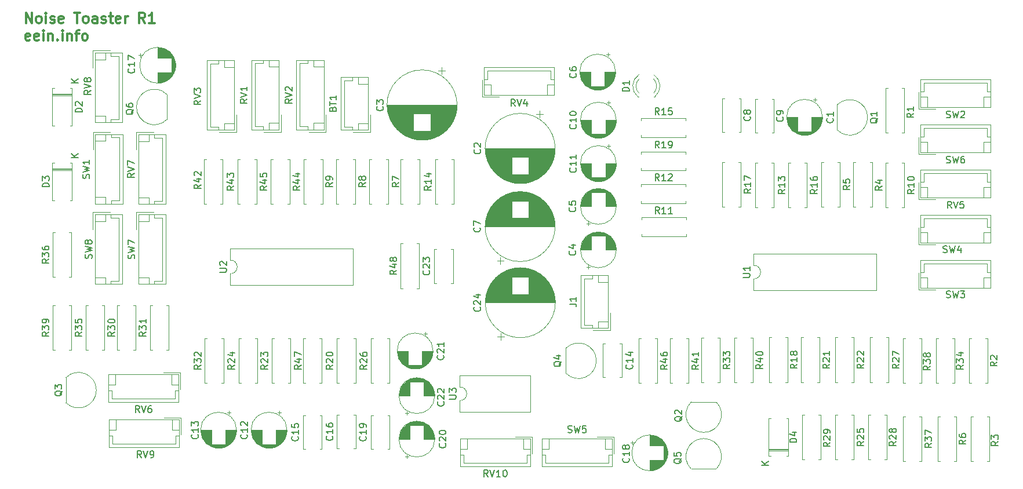
<source format=gto>
G04 #@! TF.GenerationSoftware,KiCad,Pcbnew,(5.1.10)-1*
G04 #@! TF.CreationDate,2022-03-19T16:06:14-07:00*
G04 #@! TF.ProjectId,Noise Toaster,4e6f6973-6520-4546-9f61-737465722e6b,rev?*
G04 #@! TF.SameCoordinates,Original*
G04 #@! TF.FileFunction,Legend,Top*
G04 #@! TF.FilePolarity,Positive*
%FSLAX46Y46*%
G04 Gerber Fmt 4.6, Leading zero omitted, Abs format (unit mm)*
G04 Created by KiCad (PCBNEW (5.1.10)-1) date 2022-03-19 16:06:14*
%MOMM*%
%LPD*%
G01*
G04 APERTURE LIST*
%ADD10C,0.300000*%
%ADD11C,0.120000*%
%ADD12C,0.150000*%
G04 APERTURE END LIST*
D10*
X27222142Y-28359571D02*
X27222142Y-26859571D01*
X28079285Y-28359571D01*
X28079285Y-26859571D01*
X29007857Y-28359571D02*
X28865000Y-28288142D01*
X28793571Y-28216714D01*
X28722142Y-28073857D01*
X28722142Y-27645285D01*
X28793571Y-27502428D01*
X28865000Y-27431000D01*
X29007857Y-27359571D01*
X29222142Y-27359571D01*
X29365000Y-27431000D01*
X29436428Y-27502428D01*
X29507857Y-27645285D01*
X29507857Y-28073857D01*
X29436428Y-28216714D01*
X29365000Y-28288142D01*
X29222142Y-28359571D01*
X29007857Y-28359571D01*
X30150714Y-28359571D02*
X30150714Y-27359571D01*
X30150714Y-26859571D02*
X30079285Y-26931000D01*
X30150714Y-27002428D01*
X30222142Y-26931000D01*
X30150714Y-26859571D01*
X30150714Y-27002428D01*
X30793571Y-28288142D02*
X30936428Y-28359571D01*
X31222142Y-28359571D01*
X31365000Y-28288142D01*
X31436428Y-28145285D01*
X31436428Y-28073857D01*
X31365000Y-27931000D01*
X31222142Y-27859571D01*
X31007857Y-27859571D01*
X30865000Y-27788142D01*
X30793571Y-27645285D01*
X30793571Y-27573857D01*
X30865000Y-27431000D01*
X31007857Y-27359571D01*
X31222142Y-27359571D01*
X31365000Y-27431000D01*
X32650714Y-28288142D02*
X32507857Y-28359571D01*
X32222142Y-28359571D01*
X32079285Y-28288142D01*
X32007857Y-28145285D01*
X32007857Y-27573857D01*
X32079285Y-27431000D01*
X32222142Y-27359571D01*
X32507857Y-27359571D01*
X32650714Y-27431000D01*
X32722142Y-27573857D01*
X32722142Y-27716714D01*
X32007857Y-27859571D01*
X34293571Y-26859571D02*
X35150714Y-26859571D01*
X34722142Y-28359571D02*
X34722142Y-26859571D01*
X35865000Y-28359571D02*
X35722142Y-28288142D01*
X35650714Y-28216714D01*
X35579285Y-28073857D01*
X35579285Y-27645285D01*
X35650714Y-27502428D01*
X35722142Y-27431000D01*
X35865000Y-27359571D01*
X36079285Y-27359571D01*
X36222142Y-27431000D01*
X36293571Y-27502428D01*
X36365000Y-27645285D01*
X36365000Y-28073857D01*
X36293571Y-28216714D01*
X36222142Y-28288142D01*
X36079285Y-28359571D01*
X35865000Y-28359571D01*
X37650714Y-28359571D02*
X37650714Y-27573857D01*
X37579285Y-27431000D01*
X37436428Y-27359571D01*
X37150714Y-27359571D01*
X37007857Y-27431000D01*
X37650714Y-28288142D02*
X37507857Y-28359571D01*
X37150714Y-28359571D01*
X37007857Y-28288142D01*
X36936428Y-28145285D01*
X36936428Y-28002428D01*
X37007857Y-27859571D01*
X37150714Y-27788142D01*
X37507857Y-27788142D01*
X37650714Y-27716714D01*
X38293571Y-28288142D02*
X38436428Y-28359571D01*
X38722142Y-28359571D01*
X38865000Y-28288142D01*
X38936428Y-28145285D01*
X38936428Y-28073857D01*
X38865000Y-27931000D01*
X38722142Y-27859571D01*
X38507857Y-27859571D01*
X38365000Y-27788142D01*
X38293571Y-27645285D01*
X38293571Y-27573857D01*
X38365000Y-27431000D01*
X38507857Y-27359571D01*
X38722142Y-27359571D01*
X38865000Y-27431000D01*
X39365000Y-27359571D02*
X39936428Y-27359571D01*
X39579285Y-26859571D02*
X39579285Y-28145285D01*
X39650714Y-28288142D01*
X39793571Y-28359571D01*
X39936428Y-28359571D01*
X41007857Y-28288142D02*
X40865000Y-28359571D01*
X40579285Y-28359571D01*
X40436428Y-28288142D01*
X40365000Y-28145285D01*
X40365000Y-27573857D01*
X40436428Y-27431000D01*
X40579285Y-27359571D01*
X40865000Y-27359571D01*
X41007857Y-27431000D01*
X41079285Y-27573857D01*
X41079285Y-27716714D01*
X40365000Y-27859571D01*
X41722142Y-28359571D02*
X41722142Y-27359571D01*
X41722142Y-27645285D02*
X41793571Y-27502428D01*
X41865000Y-27431000D01*
X42007857Y-27359571D01*
X42150714Y-27359571D01*
X44650714Y-28359571D02*
X44150714Y-27645285D01*
X43793571Y-28359571D02*
X43793571Y-26859571D01*
X44365000Y-26859571D01*
X44507857Y-26931000D01*
X44579285Y-27002428D01*
X44650714Y-27145285D01*
X44650714Y-27359571D01*
X44579285Y-27502428D01*
X44507857Y-27573857D01*
X44365000Y-27645285D01*
X43793571Y-27645285D01*
X46079285Y-28359571D02*
X45222142Y-28359571D01*
X45650714Y-28359571D02*
X45650714Y-26859571D01*
X45507857Y-27073857D01*
X45365000Y-27216714D01*
X45222142Y-27288142D01*
X27793571Y-30838142D02*
X27650714Y-30909571D01*
X27365000Y-30909571D01*
X27222142Y-30838142D01*
X27150714Y-30695285D01*
X27150714Y-30123857D01*
X27222142Y-29981000D01*
X27365000Y-29909571D01*
X27650714Y-29909571D01*
X27793571Y-29981000D01*
X27865000Y-30123857D01*
X27865000Y-30266714D01*
X27150714Y-30409571D01*
X29079285Y-30838142D02*
X28936428Y-30909571D01*
X28650714Y-30909571D01*
X28507857Y-30838142D01*
X28436428Y-30695285D01*
X28436428Y-30123857D01*
X28507857Y-29981000D01*
X28650714Y-29909571D01*
X28936428Y-29909571D01*
X29079285Y-29981000D01*
X29150714Y-30123857D01*
X29150714Y-30266714D01*
X28436428Y-30409571D01*
X29793571Y-30909571D02*
X29793571Y-29909571D01*
X29793571Y-29409571D02*
X29722142Y-29481000D01*
X29793571Y-29552428D01*
X29865000Y-29481000D01*
X29793571Y-29409571D01*
X29793571Y-29552428D01*
X30507857Y-29909571D02*
X30507857Y-30909571D01*
X30507857Y-30052428D02*
X30579285Y-29981000D01*
X30722142Y-29909571D01*
X30936428Y-29909571D01*
X31079285Y-29981000D01*
X31150714Y-30123857D01*
X31150714Y-30909571D01*
X31865000Y-30766714D02*
X31936428Y-30838142D01*
X31865000Y-30909571D01*
X31793571Y-30838142D01*
X31865000Y-30766714D01*
X31865000Y-30909571D01*
X32579285Y-30909571D02*
X32579285Y-29909571D01*
X32579285Y-29409571D02*
X32507857Y-29481000D01*
X32579285Y-29552428D01*
X32650714Y-29481000D01*
X32579285Y-29409571D01*
X32579285Y-29552428D01*
X33293571Y-29909571D02*
X33293571Y-30909571D01*
X33293571Y-30052428D02*
X33365000Y-29981000D01*
X33507857Y-29909571D01*
X33722142Y-29909571D01*
X33865000Y-29981000D01*
X33936428Y-30123857D01*
X33936428Y-30909571D01*
X34436428Y-29909571D02*
X35007857Y-29909571D01*
X34650714Y-30909571D02*
X34650714Y-29623857D01*
X34722142Y-29481000D01*
X34865000Y-29409571D01*
X35007857Y-29409571D01*
X35722142Y-30909571D02*
X35579285Y-30838142D01*
X35507857Y-30766714D01*
X35436428Y-30623857D01*
X35436428Y-30195285D01*
X35507857Y-30052428D01*
X35579285Y-29981000D01*
X35722142Y-29909571D01*
X35936428Y-29909571D01*
X36079285Y-29981000D01*
X36150714Y-30052428D01*
X36222142Y-30195285D01*
X36222142Y-30623857D01*
X36150714Y-30766714D01*
X36079285Y-30838142D01*
X35936428Y-30909571D01*
X35722142Y-30909571D01*
D11*
X36298000Y-76168000D02*
X35968000Y-76168000D01*
X35968000Y-76168000D02*
X35968000Y-69628000D01*
X35968000Y-69628000D02*
X36298000Y-69628000D01*
X38378000Y-76168000D02*
X38708000Y-76168000D01*
X38708000Y-76168000D02*
X38708000Y-69628000D01*
X38708000Y-69628000D02*
X38378000Y-69628000D01*
X41372800Y-44618000D02*
X37352800Y-44618000D01*
X37352800Y-44618000D02*
X37352800Y-54838000D01*
X37352800Y-54838000D02*
X41372800Y-54838000D01*
X41372800Y-54838000D02*
X41372800Y-44618000D01*
X39662800Y-44618000D02*
X39662800Y-45118000D01*
X39662800Y-45118000D02*
X40872800Y-45118000D01*
X40872800Y-45118000D02*
X40872800Y-54338000D01*
X40872800Y-54338000D02*
X39662800Y-54338000D01*
X39662800Y-54338000D02*
X39662800Y-54838000D01*
X38852800Y-44618000D02*
X38852800Y-45618000D01*
X38852800Y-45618000D02*
X37352800Y-45618000D01*
X38852800Y-54838000D02*
X38852800Y-53838000D01*
X38852800Y-53838000D02*
X37352800Y-53838000D01*
X39552800Y-44318000D02*
X37052800Y-44318000D01*
X37052800Y-44318000D02*
X37052800Y-46818000D01*
X57090000Y-65008000D02*
X57090000Y-66658000D01*
X57090000Y-66658000D02*
X74990000Y-66658000D01*
X74990000Y-66658000D02*
X74990000Y-61358000D01*
X74990000Y-61358000D02*
X57090000Y-61358000D01*
X57090000Y-61358000D02*
X57090000Y-63008000D01*
X57090000Y-63008000D02*
G75*
G02*
X57090000Y-65008000I0J-1000000D01*
G01*
X133544000Y-62120000D02*
X133544000Y-63770000D01*
X151444000Y-62120000D02*
X133544000Y-62120000D01*
X151444000Y-67420000D02*
X151444000Y-62120000D01*
X133544000Y-67420000D02*
X151444000Y-67420000D01*
X133544000Y-65770000D02*
X133544000Y-67420000D01*
X133544000Y-63770000D02*
G75*
G02*
X133544000Y-65770000I0J-1000000D01*
G01*
X77540000Y-44312000D02*
X77540000Y-41812000D01*
X75040000Y-44312000D02*
X77540000Y-44312000D01*
X75740000Y-37292000D02*
X77240000Y-37292000D01*
X75740000Y-36292000D02*
X75740000Y-37292000D01*
X75740000Y-43012000D02*
X77240000Y-43012000D01*
X75740000Y-44012000D02*
X75740000Y-43012000D01*
X74930000Y-36792000D02*
X74930000Y-36292000D01*
X73720000Y-36792000D02*
X74930000Y-36792000D01*
X73720000Y-43512000D02*
X73720000Y-36792000D01*
X74930000Y-43512000D02*
X73720000Y-43512000D01*
X74930000Y-44012000D02*
X74930000Y-43512000D01*
X73220000Y-36292000D02*
X73220000Y-44012000D01*
X77240000Y-36292000D02*
X73220000Y-36292000D01*
X77240000Y-44012000D02*
X77240000Y-36292000D01*
X73220000Y-44012000D02*
X77240000Y-44012000D01*
X142695000Y-39593225D02*
X142195000Y-39593225D01*
X142445000Y-39343225D02*
X142445000Y-39843225D01*
X141254000Y-44749000D02*
X140686000Y-44749000D01*
X141488000Y-44709000D02*
X140452000Y-44709000D01*
X141647000Y-44669000D02*
X140293000Y-44669000D01*
X141775000Y-44629000D02*
X140165000Y-44629000D01*
X141885000Y-44589000D02*
X140055000Y-44589000D01*
X141981000Y-44549000D02*
X139959000Y-44549000D01*
X142068000Y-44509000D02*
X139872000Y-44509000D01*
X142148000Y-44469000D02*
X139792000Y-44469000D01*
X142221000Y-44429000D02*
X139719000Y-44429000D01*
X142289000Y-44389000D02*
X139651000Y-44389000D01*
X142353000Y-44349000D02*
X139587000Y-44349000D01*
X142413000Y-44309000D02*
X139527000Y-44309000D01*
X142470000Y-44269000D02*
X139470000Y-44269000D01*
X142524000Y-44229000D02*
X139416000Y-44229000D01*
X142575000Y-44189000D02*
X139365000Y-44189000D01*
X139930000Y-44149000D02*
X139317000Y-44149000D01*
X142623000Y-44149000D02*
X142010000Y-44149000D01*
X139930000Y-44109000D02*
X139271000Y-44109000D01*
X142669000Y-44109000D02*
X142010000Y-44109000D01*
X139930000Y-44069000D02*
X139227000Y-44069000D01*
X142713000Y-44069000D02*
X142010000Y-44069000D01*
X139930000Y-44029000D02*
X139185000Y-44029000D01*
X142755000Y-44029000D02*
X142010000Y-44029000D01*
X139930000Y-43989000D02*
X139144000Y-43989000D01*
X142796000Y-43989000D02*
X142010000Y-43989000D01*
X139930000Y-43949000D02*
X139106000Y-43949000D01*
X142834000Y-43949000D02*
X142010000Y-43949000D01*
X139930000Y-43909000D02*
X139069000Y-43909000D01*
X142871000Y-43909000D02*
X142010000Y-43909000D01*
X139930000Y-43869000D02*
X139033000Y-43869000D01*
X142907000Y-43869000D02*
X142010000Y-43869000D01*
X139930000Y-43829000D02*
X138999000Y-43829000D01*
X142941000Y-43829000D02*
X142010000Y-43829000D01*
X139930000Y-43789000D02*
X138966000Y-43789000D01*
X142974000Y-43789000D02*
X142010000Y-43789000D01*
X139930000Y-43749000D02*
X138935000Y-43749000D01*
X143005000Y-43749000D02*
X142010000Y-43749000D01*
X139930000Y-43709000D02*
X138905000Y-43709000D01*
X143035000Y-43709000D02*
X142010000Y-43709000D01*
X139930000Y-43669000D02*
X138875000Y-43669000D01*
X143065000Y-43669000D02*
X142010000Y-43669000D01*
X139930000Y-43629000D02*
X138848000Y-43629000D01*
X143092000Y-43629000D02*
X142010000Y-43629000D01*
X139930000Y-43589000D02*
X138821000Y-43589000D01*
X143119000Y-43589000D02*
X142010000Y-43589000D01*
X139930000Y-43549000D02*
X138795000Y-43549000D01*
X143145000Y-43549000D02*
X142010000Y-43549000D01*
X139930000Y-43509000D02*
X138770000Y-43509000D01*
X143170000Y-43509000D02*
X142010000Y-43509000D01*
X139930000Y-43469000D02*
X138746000Y-43469000D01*
X143194000Y-43469000D02*
X142010000Y-43469000D01*
X139930000Y-43429000D02*
X138723000Y-43429000D01*
X143217000Y-43429000D02*
X142010000Y-43429000D01*
X139930000Y-43389000D02*
X138702000Y-43389000D01*
X143238000Y-43389000D02*
X142010000Y-43389000D01*
X139930000Y-43349000D02*
X138680000Y-43349000D01*
X143260000Y-43349000D02*
X142010000Y-43349000D01*
X139930000Y-43309000D02*
X138660000Y-43309000D01*
X143280000Y-43309000D02*
X142010000Y-43309000D01*
X139930000Y-43269000D02*
X138641000Y-43269000D01*
X143299000Y-43269000D02*
X142010000Y-43269000D01*
X139930000Y-43229000D02*
X138622000Y-43229000D01*
X143318000Y-43229000D02*
X142010000Y-43229000D01*
X139930000Y-43189000D02*
X138605000Y-43189000D01*
X143335000Y-43189000D02*
X142010000Y-43189000D01*
X139930000Y-43149000D02*
X138588000Y-43149000D01*
X143352000Y-43149000D02*
X142010000Y-43149000D01*
X139930000Y-43109000D02*
X138572000Y-43109000D01*
X143368000Y-43109000D02*
X142010000Y-43109000D01*
X139930000Y-43069000D02*
X138556000Y-43069000D01*
X143384000Y-43069000D02*
X142010000Y-43069000D01*
X139930000Y-43029000D02*
X138542000Y-43029000D01*
X143398000Y-43029000D02*
X142010000Y-43029000D01*
X139930000Y-42989000D02*
X138528000Y-42989000D01*
X143412000Y-42989000D02*
X142010000Y-42989000D01*
X139930000Y-42949000D02*
X138515000Y-42949000D01*
X143425000Y-42949000D02*
X142010000Y-42949000D01*
X139930000Y-42909000D02*
X138502000Y-42909000D01*
X143438000Y-42909000D02*
X142010000Y-42909000D01*
X139930000Y-42869000D02*
X138490000Y-42869000D01*
X143450000Y-42869000D02*
X142010000Y-42869000D01*
X139930000Y-42828000D02*
X138479000Y-42828000D01*
X143461000Y-42828000D02*
X142010000Y-42828000D01*
X139930000Y-42788000D02*
X138469000Y-42788000D01*
X143471000Y-42788000D02*
X142010000Y-42788000D01*
X139930000Y-42748000D02*
X138459000Y-42748000D01*
X143481000Y-42748000D02*
X142010000Y-42748000D01*
X139930000Y-42708000D02*
X138450000Y-42708000D01*
X143490000Y-42708000D02*
X142010000Y-42708000D01*
X139930000Y-42668000D02*
X138442000Y-42668000D01*
X143498000Y-42668000D02*
X142010000Y-42668000D01*
X139930000Y-42628000D02*
X138434000Y-42628000D01*
X143506000Y-42628000D02*
X142010000Y-42628000D01*
X139930000Y-42588000D02*
X138427000Y-42588000D01*
X143513000Y-42588000D02*
X142010000Y-42588000D01*
X139930000Y-42548000D02*
X138420000Y-42548000D01*
X143520000Y-42548000D02*
X142010000Y-42548000D01*
X139930000Y-42508000D02*
X138414000Y-42508000D01*
X143526000Y-42508000D02*
X142010000Y-42508000D01*
X139930000Y-42468000D02*
X138409000Y-42468000D01*
X143531000Y-42468000D02*
X142010000Y-42468000D01*
X139930000Y-42428000D02*
X138405000Y-42428000D01*
X143535000Y-42428000D02*
X142010000Y-42428000D01*
X139930000Y-42388000D02*
X138401000Y-42388000D01*
X143539000Y-42388000D02*
X142010000Y-42388000D01*
X139930000Y-42348000D02*
X138397000Y-42348000D01*
X143543000Y-42348000D02*
X142010000Y-42348000D01*
X139930000Y-42308000D02*
X138394000Y-42308000D01*
X143546000Y-42308000D02*
X142010000Y-42308000D01*
X139930000Y-42268000D02*
X138392000Y-42268000D01*
X143548000Y-42268000D02*
X142010000Y-42268000D01*
X139930000Y-42228000D02*
X138391000Y-42228000D01*
X143549000Y-42228000D02*
X142010000Y-42228000D01*
X143550000Y-42188000D02*
X142010000Y-42188000D01*
X139930000Y-42188000D02*
X138390000Y-42188000D01*
X143550000Y-42148000D02*
X142010000Y-42148000D01*
X139930000Y-42148000D02*
X138390000Y-42148000D01*
X143590000Y-42148000D02*
G75*
G03*
X143590000Y-42148000I-2620000J0D01*
G01*
X102794600Y-41716354D02*
X101794600Y-41716354D01*
X102294600Y-41216354D02*
X102294600Y-42216354D01*
X100018600Y-51777000D02*
X98820600Y-51777000D01*
X100281600Y-51737000D02*
X98557600Y-51737000D01*
X100481600Y-51697000D02*
X98357600Y-51697000D01*
X100649600Y-51657000D02*
X98189600Y-51657000D01*
X100797600Y-51617000D02*
X98041600Y-51617000D01*
X100929600Y-51577000D02*
X97909600Y-51577000D01*
X101049600Y-51537000D02*
X97789600Y-51537000D01*
X101161600Y-51497000D02*
X97677600Y-51497000D01*
X101265600Y-51457000D02*
X97573600Y-51457000D01*
X101363600Y-51417000D02*
X97475600Y-51417000D01*
X101456600Y-51377000D02*
X97382600Y-51377000D01*
X101544600Y-51337000D02*
X97294600Y-51337000D01*
X101628600Y-51297000D02*
X97210600Y-51297000D01*
X101708600Y-51257000D02*
X97130600Y-51257000D01*
X101784600Y-51217000D02*
X97054600Y-51217000D01*
X101858600Y-51177000D02*
X96980600Y-51177000D01*
X101929600Y-51137000D02*
X96909600Y-51137000D01*
X101998600Y-51097000D02*
X96840600Y-51097000D01*
X102064600Y-51057000D02*
X96774600Y-51057000D01*
X102128600Y-51017000D02*
X96710600Y-51017000D01*
X102189600Y-50977000D02*
X96649600Y-50977000D01*
X102249600Y-50937000D02*
X96589600Y-50937000D01*
X102308600Y-50897000D02*
X96530600Y-50897000D01*
X102364600Y-50857000D02*
X96474600Y-50857000D01*
X102419600Y-50817000D02*
X96419600Y-50817000D01*
X102473600Y-50777000D02*
X96365600Y-50777000D01*
X102525600Y-50737000D02*
X96313600Y-50737000D01*
X102575600Y-50697000D02*
X96263600Y-50697000D01*
X102625600Y-50657000D02*
X96213600Y-50657000D01*
X102673600Y-50617000D02*
X96165600Y-50617000D01*
X102720600Y-50577000D02*
X96118600Y-50577000D01*
X102766600Y-50537000D02*
X96072600Y-50537000D01*
X102811600Y-50497000D02*
X96027600Y-50497000D01*
X102855600Y-50457000D02*
X95983600Y-50457000D01*
X98178600Y-50417000D02*
X95941600Y-50417000D01*
X102897600Y-50417000D02*
X100660600Y-50417000D01*
X98178600Y-50377000D02*
X95899600Y-50377000D01*
X102939600Y-50377000D02*
X100660600Y-50377000D01*
X98178600Y-50337000D02*
X95858600Y-50337000D01*
X102980600Y-50337000D02*
X100660600Y-50337000D01*
X98178600Y-50297000D02*
X95818600Y-50297000D01*
X103020600Y-50297000D02*
X100660600Y-50297000D01*
X98178600Y-50257000D02*
X95779600Y-50257000D01*
X103059600Y-50257000D02*
X100660600Y-50257000D01*
X98178600Y-50217000D02*
X95740600Y-50217000D01*
X103098600Y-50217000D02*
X100660600Y-50217000D01*
X98178600Y-50177000D02*
X95703600Y-50177000D01*
X103135600Y-50177000D02*
X100660600Y-50177000D01*
X98178600Y-50137000D02*
X95666600Y-50137000D01*
X103172600Y-50137000D02*
X100660600Y-50137000D01*
X98178600Y-50097000D02*
X95630600Y-50097000D01*
X103208600Y-50097000D02*
X100660600Y-50097000D01*
X98178600Y-50057000D02*
X95595600Y-50057000D01*
X103243600Y-50057000D02*
X100660600Y-50057000D01*
X98178600Y-50017000D02*
X95561600Y-50017000D01*
X103277600Y-50017000D02*
X100660600Y-50017000D01*
X98178600Y-49977000D02*
X95527600Y-49977000D01*
X103311600Y-49977000D02*
X100660600Y-49977000D01*
X98178600Y-49937000D02*
X95494600Y-49937000D01*
X103344600Y-49937000D02*
X100660600Y-49937000D01*
X98178600Y-49897000D02*
X95462600Y-49897000D01*
X103376600Y-49897000D02*
X100660600Y-49897000D01*
X98178600Y-49857000D02*
X95430600Y-49857000D01*
X103408600Y-49857000D02*
X100660600Y-49857000D01*
X98178600Y-49817000D02*
X95399600Y-49817000D01*
X103439600Y-49817000D02*
X100660600Y-49817000D01*
X98178600Y-49777000D02*
X95369600Y-49777000D01*
X103469600Y-49777000D02*
X100660600Y-49777000D01*
X98178600Y-49737000D02*
X95339600Y-49737000D01*
X103499600Y-49737000D02*
X100660600Y-49737000D01*
X98178600Y-49697000D02*
X95309600Y-49697000D01*
X103529600Y-49697000D02*
X100660600Y-49697000D01*
X98178600Y-49657000D02*
X95281600Y-49657000D01*
X103557600Y-49657000D02*
X100660600Y-49657000D01*
X98178600Y-49617000D02*
X95253600Y-49617000D01*
X103585600Y-49617000D02*
X100660600Y-49617000D01*
X98178600Y-49577000D02*
X95225600Y-49577000D01*
X103613600Y-49577000D02*
X100660600Y-49577000D01*
X98178600Y-49537000D02*
X95198600Y-49537000D01*
X103640600Y-49537000D02*
X100660600Y-49537000D01*
X98178600Y-49497000D02*
X95172600Y-49497000D01*
X103666600Y-49497000D02*
X100660600Y-49497000D01*
X98178600Y-49457000D02*
X95146600Y-49457000D01*
X103692600Y-49457000D02*
X100660600Y-49457000D01*
X98178600Y-49417000D02*
X95121600Y-49417000D01*
X103717600Y-49417000D02*
X100660600Y-49417000D01*
X98178600Y-49377000D02*
X95096600Y-49377000D01*
X103742600Y-49377000D02*
X100660600Y-49377000D01*
X98178600Y-49337000D02*
X95072600Y-49337000D01*
X103766600Y-49337000D02*
X100660600Y-49337000D01*
X98178600Y-49297000D02*
X95048600Y-49297000D01*
X103790600Y-49297000D02*
X100660600Y-49297000D01*
X98178600Y-49257000D02*
X95024600Y-49257000D01*
X103814600Y-49257000D02*
X100660600Y-49257000D01*
X98178600Y-49217000D02*
X95002600Y-49217000D01*
X103836600Y-49217000D02*
X100660600Y-49217000D01*
X98178600Y-49177000D02*
X94979600Y-49177000D01*
X103859600Y-49177000D02*
X100660600Y-49177000D01*
X98178600Y-49137000D02*
X94957600Y-49137000D01*
X103881600Y-49137000D02*
X100660600Y-49137000D01*
X98178600Y-49097000D02*
X94936600Y-49097000D01*
X103902600Y-49097000D02*
X100660600Y-49097000D01*
X98178600Y-49057000D02*
X94915600Y-49057000D01*
X103923600Y-49057000D02*
X100660600Y-49057000D01*
X98178600Y-49017000D02*
X94894600Y-49017000D01*
X103944600Y-49017000D02*
X100660600Y-49017000D01*
X98178600Y-48977000D02*
X94874600Y-48977000D01*
X103964600Y-48977000D02*
X100660600Y-48977000D01*
X98178600Y-48937000D02*
X94855600Y-48937000D01*
X103983600Y-48937000D02*
X100660600Y-48937000D01*
X98178600Y-48897000D02*
X94835600Y-48897000D01*
X104003600Y-48897000D02*
X100660600Y-48897000D01*
X98178600Y-48857000D02*
X94816600Y-48857000D01*
X104022600Y-48857000D02*
X100660600Y-48857000D01*
X98178600Y-48817000D02*
X94798600Y-48817000D01*
X104040600Y-48817000D02*
X100660600Y-48817000D01*
X98178600Y-48777000D02*
X94780600Y-48777000D01*
X104058600Y-48777000D02*
X100660600Y-48777000D01*
X98178600Y-48737000D02*
X94762600Y-48737000D01*
X104076600Y-48737000D02*
X100660600Y-48737000D01*
X98178600Y-48697000D02*
X94745600Y-48697000D01*
X104093600Y-48697000D02*
X100660600Y-48697000D01*
X98178600Y-48657000D02*
X94729600Y-48657000D01*
X104109600Y-48657000D02*
X100660600Y-48657000D01*
X98178600Y-48617000D02*
X94712600Y-48617000D01*
X104126600Y-48617000D02*
X100660600Y-48617000D01*
X98178600Y-48577000D02*
X94696600Y-48577000D01*
X104142600Y-48577000D02*
X100660600Y-48577000D01*
X98178600Y-48537000D02*
X94681600Y-48537000D01*
X104157600Y-48537000D02*
X100660600Y-48537000D01*
X98178600Y-48497000D02*
X94665600Y-48497000D01*
X104173600Y-48497000D02*
X100660600Y-48497000D01*
X98178600Y-48457000D02*
X94651600Y-48457000D01*
X104187600Y-48457000D02*
X100660600Y-48457000D01*
X98178600Y-48417000D02*
X94636600Y-48417000D01*
X104202600Y-48417000D02*
X100660600Y-48417000D01*
X98178600Y-48377000D02*
X94622600Y-48377000D01*
X104216600Y-48377000D02*
X100660600Y-48377000D01*
X98178600Y-48337000D02*
X94608600Y-48337000D01*
X104230600Y-48337000D02*
X100660600Y-48337000D01*
X98178600Y-48297000D02*
X94595600Y-48297000D01*
X104243600Y-48297000D02*
X100660600Y-48297000D01*
X98178600Y-48257000D02*
X94582600Y-48257000D01*
X104256600Y-48257000D02*
X100660600Y-48257000D01*
X98178600Y-48217000D02*
X94569600Y-48217000D01*
X104269600Y-48217000D02*
X100660600Y-48217000D01*
X98178600Y-48177000D02*
X94557600Y-48177000D01*
X104281600Y-48177000D02*
X100660600Y-48177000D01*
X98178600Y-48137000D02*
X94545600Y-48137000D01*
X104293600Y-48137000D02*
X100660600Y-48137000D01*
X98178600Y-48097000D02*
X94534600Y-48097000D01*
X104304600Y-48097000D02*
X100660600Y-48097000D01*
X98178600Y-48057000D02*
X94522600Y-48057000D01*
X104316600Y-48057000D02*
X100660600Y-48057000D01*
X98178600Y-48017000D02*
X94512600Y-48017000D01*
X104326600Y-48017000D02*
X100660600Y-48017000D01*
X98178600Y-47977000D02*
X94501600Y-47977000D01*
X104337600Y-47977000D02*
X100660600Y-47977000D01*
X104347600Y-47937000D02*
X94491600Y-47937000D01*
X104357600Y-47897000D02*
X94481600Y-47897000D01*
X104366600Y-47857000D02*
X94472600Y-47857000D01*
X104375600Y-47817000D02*
X94463600Y-47817000D01*
X104384600Y-47777000D02*
X94454600Y-47777000D01*
X104393600Y-47737000D02*
X94445600Y-47737000D01*
X104401600Y-47697000D02*
X94437600Y-47697000D01*
X104409600Y-47657000D02*
X94429600Y-47657000D01*
X104416600Y-47617000D02*
X94422600Y-47617000D01*
X104423600Y-47577000D02*
X94415600Y-47577000D01*
X104430600Y-47537000D02*
X94408600Y-47537000D01*
X104437600Y-47497000D02*
X94401600Y-47497000D01*
X104443600Y-47457000D02*
X94395600Y-47457000D01*
X104449600Y-47417000D02*
X94389600Y-47417000D01*
X104454600Y-47376000D02*
X94384600Y-47376000D01*
X104459600Y-47336000D02*
X94379600Y-47336000D01*
X104464600Y-47296000D02*
X94374600Y-47296000D01*
X104469600Y-47256000D02*
X94369600Y-47256000D01*
X104473600Y-47216000D02*
X94365600Y-47216000D01*
X104477600Y-47176000D02*
X94361600Y-47176000D01*
X104481600Y-47136000D02*
X94357600Y-47136000D01*
X104484600Y-47096000D02*
X94354600Y-47096000D01*
X104487600Y-47056000D02*
X94351600Y-47056000D01*
X104489600Y-47016000D02*
X94349600Y-47016000D01*
X104492600Y-46976000D02*
X94346600Y-46976000D01*
X104494600Y-46936000D02*
X94344600Y-46936000D01*
X104496600Y-46896000D02*
X94342600Y-46896000D01*
X104497600Y-46856000D02*
X94341600Y-46856000D01*
X104498600Y-46816000D02*
X94340600Y-46816000D01*
X104499600Y-46776000D02*
X94339600Y-46776000D01*
X104499600Y-46736000D02*
X94339600Y-46736000D01*
X104499600Y-46696000D02*
X94339600Y-46696000D01*
X104539600Y-46696000D02*
G75*
G03*
X104539600Y-46696000I-5120000J0D01*
G01*
X90210000Y-40346000D02*
G75*
G03*
X90210000Y-40346000I-5120000J0D01*
G01*
X90170000Y-40346000D02*
X80010000Y-40346000D01*
X90170000Y-40386000D02*
X80010000Y-40386000D01*
X90170000Y-40426000D02*
X80010000Y-40426000D01*
X90169000Y-40466000D02*
X80011000Y-40466000D01*
X90168000Y-40506000D02*
X80012000Y-40506000D01*
X90167000Y-40546000D02*
X80013000Y-40546000D01*
X90165000Y-40586000D02*
X80015000Y-40586000D01*
X90163000Y-40626000D02*
X80017000Y-40626000D01*
X90160000Y-40666000D02*
X80020000Y-40666000D01*
X90158000Y-40706000D02*
X80022000Y-40706000D01*
X90155000Y-40746000D02*
X80025000Y-40746000D01*
X90152000Y-40786000D02*
X80028000Y-40786000D01*
X90148000Y-40826000D02*
X80032000Y-40826000D01*
X90144000Y-40866000D02*
X80036000Y-40866000D01*
X90140000Y-40906000D02*
X80040000Y-40906000D01*
X90135000Y-40946000D02*
X80045000Y-40946000D01*
X90130000Y-40986000D02*
X80050000Y-40986000D01*
X90125000Y-41026000D02*
X80055000Y-41026000D01*
X90120000Y-41067000D02*
X80060000Y-41067000D01*
X90114000Y-41107000D02*
X80066000Y-41107000D01*
X90108000Y-41147000D02*
X80072000Y-41147000D01*
X90101000Y-41187000D02*
X80079000Y-41187000D01*
X90094000Y-41227000D02*
X80086000Y-41227000D01*
X90087000Y-41267000D02*
X80093000Y-41267000D01*
X90080000Y-41307000D02*
X80100000Y-41307000D01*
X90072000Y-41347000D02*
X80108000Y-41347000D01*
X90064000Y-41387000D02*
X80116000Y-41387000D01*
X90055000Y-41427000D02*
X80125000Y-41427000D01*
X90046000Y-41467000D02*
X80134000Y-41467000D01*
X90037000Y-41507000D02*
X80143000Y-41507000D01*
X90028000Y-41547000D02*
X80152000Y-41547000D01*
X90018000Y-41587000D02*
X80162000Y-41587000D01*
X90008000Y-41627000D02*
X86331000Y-41627000D01*
X83849000Y-41627000D02*
X80172000Y-41627000D01*
X89997000Y-41667000D02*
X86331000Y-41667000D01*
X83849000Y-41667000D02*
X80183000Y-41667000D01*
X89987000Y-41707000D02*
X86331000Y-41707000D01*
X83849000Y-41707000D02*
X80193000Y-41707000D01*
X89975000Y-41747000D02*
X86331000Y-41747000D01*
X83849000Y-41747000D02*
X80205000Y-41747000D01*
X89964000Y-41787000D02*
X86331000Y-41787000D01*
X83849000Y-41787000D02*
X80216000Y-41787000D01*
X89952000Y-41827000D02*
X86331000Y-41827000D01*
X83849000Y-41827000D02*
X80228000Y-41827000D01*
X89940000Y-41867000D02*
X86331000Y-41867000D01*
X83849000Y-41867000D02*
X80240000Y-41867000D01*
X89927000Y-41907000D02*
X86331000Y-41907000D01*
X83849000Y-41907000D02*
X80253000Y-41907000D01*
X89914000Y-41947000D02*
X86331000Y-41947000D01*
X83849000Y-41947000D02*
X80266000Y-41947000D01*
X89901000Y-41987000D02*
X86331000Y-41987000D01*
X83849000Y-41987000D02*
X80279000Y-41987000D01*
X89887000Y-42027000D02*
X86331000Y-42027000D01*
X83849000Y-42027000D02*
X80293000Y-42027000D01*
X89873000Y-42067000D02*
X86331000Y-42067000D01*
X83849000Y-42067000D02*
X80307000Y-42067000D01*
X89858000Y-42107000D02*
X86331000Y-42107000D01*
X83849000Y-42107000D02*
X80322000Y-42107000D01*
X89844000Y-42147000D02*
X86331000Y-42147000D01*
X83849000Y-42147000D02*
X80336000Y-42147000D01*
X89828000Y-42187000D02*
X86331000Y-42187000D01*
X83849000Y-42187000D02*
X80352000Y-42187000D01*
X89813000Y-42227000D02*
X86331000Y-42227000D01*
X83849000Y-42227000D02*
X80367000Y-42227000D01*
X89797000Y-42267000D02*
X86331000Y-42267000D01*
X83849000Y-42267000D02*
X80383000Y-42267000D01*
X89780000Y-42307000D02*
X86331000Y-42307000D01*
X83849000Y-42307000D02*
X80400000Y-42307000D01*
X89764000Y-42347000D02*
X86331000Y-42347000D01*
X83849000Y-42347000D02*
X80416000Y-42347000D01*
X89747000Y-42387000D02*
X86331000Y-42387000D01*
X83849000Y-42387000D02*
X80433000Y-42387000D01*
X89729000Y-42427000D02*
X86331000Y-42427000D01*
X83849000Y-42427000D02*
X80451000Y-42427000D01*
X89711000Y-42467000D02*
X86331000Y-42467000D01*
X83849000Y-42467000D02*
X80469000Y-42467000D01*
X89693000Y-42507000D02*
X86331000Y-42507000D01*
X83849000Y-42507000D02*
X80487000Y-42507000D01*
X89674000Y-42547000D02*
X86331000Y-42547000D01*
X83849000Y-42547000D02*
X80506000Y-42547000D01*
X89654000Y-42587000D02*
X86331000Y-42587000D01*
X83849000Y-42587000D02*
X80526000Y-42587000D01*
X89635000Y-42627000D02*
X86331000Y-42627000D01*
X83849000Y-42627000D02*
X80545000Y-42627000D01*
X89615000Y-42667000D02*
X86331000Y-42667000D01*
X83849000Y-42667000D02*
X80565000Y-42667000D01*
X89594000Y-42707000D02*
X86331000Y-42707000D01*
X83849000Y-42707000D02*
X80586000Y-42707000D01*
X89573000Y-42747000D02*
X86331000Y-42747000D01*
X83849000Y-42747000D02*
X80607000Y-42747000D01*
X89552000Y-42787000D02*
X86331000Y-42787000D01*
X83849000Y-42787000D02*
X80628000Y-42787000D01*
X89530000Y-42827000D02*
X86331000Y-42827000D01*
X83849000Y-42827000D02*
X80650000Y-42827000D01*
X89507000Y-42867000D02*
X86331000Y-42867000D01*
X83849000Y-42867000D02*
X80673000Y-42867000D01*
X89485000Y-42907000D02*
X86331000Y-42907000D01*
X83849000Y-42907000D02*
X80695000Y-42907000D01*
X89461000Y-42947000D02*
X86331000Y-42947000D01*
X83849000Y-42947000D02*
X80719000Y-42947000D01*
X89437000Y-42987000D02*
X86331000Y-42987000D01*
X83849000Y-42987000D02*
X80743000Y-42987000D01*
X89413000Y-43027000D02*
X86331000Y-43027000D01*
X83849000Y-43027000D02*
X80767000Y-43027000D01*
X89388000Y-43067000D02*
X86331000Y-43067000D01*
X83849000Y-43067000D02*
X80792000Y-43067000D01*
X89363000Y-43107000D02*
X86331000Y-43107000D01*
X83849000Y-43107000D02*
X80817000Y-43107000D01*
X89337000Y-43147000D02*
X86331000Y-43147000D01*
X83849000Y-43147000D02*
X80843000Y-43147000D01*
X89311000Y-43187000D02*
X86331000Y-43187000D01*
X83849000Y-43187000D02*
X80869000Y-43187000D01*
X89284000Y-43227000D02*
X86331000Y-43227000D01*
X83849000Y-43227000D02*
X80896000Y-43227000D01*
X89256000Y-43267000D02*
X86331000Y-43267000D01*
X83849000Y-43267000D02*
X80924000Y-43267000D01*
X89228000Y-43307000D02*
X86331000Y-43307000D01*
X83849000Y-43307000D02*
X80952000Y-43307000D01*
X89200000Y-43347000D02*
X86331000Y-43347000D01*
X83849000Y-43347000D02*
X80980000Y-43347000D01*
X89170000Y-43387000D02*
X86331000Y-43387000D01*
X83849000Y-43387000D02*
X81010000Y-43387000D01*
X89140000Y-43427000D02*
X86331000Y-43427000D01*
X83849000Y-43427000D02*
X81040000Y-43427000D01*
X89110000Y-43467000D02*
X86331000Y-43467000D01*
X83849000Y-43467000D02*
X81070000Y-43467000D01*
X89079000Y-43507000D02*
X86331000Y-43507000D01*
X83849000Y-43507000D02*
X81101000Y-43507000D01*
X89047000Y-43547000D02*
X86331000Y-43547000D01*
X83849000Y-43547000D02*
X81133000Y-43547000D01*
X89015000Y-43587000D02*
X86331000Y-43587000D01*
X83849000Y-43587000D02*
X81165000Y-43587000D01*
X88982000Y-43627000D02*
X86331000Y-43627000D01*
X83849000Y-43627000D02*
X81198000Y-43627000D01*
X88948000Y-43667000D02*
X86331000Y-43667000D01*
X83849000Y-43667000D02*
X81232000Y-43667000D01*
X88914000Y-43707000D02*
X86331000Y-43707000D01*
X83849000Y-43707000D02*
X81266000Y-43707000D01*
X88879000Y-43747000D02*
X86331000Y-43747000D01*
X83849000Y-43747000D02*
X81301000Y-43747000D01*
X88843000Y-43787000D02*
X86331000Y-43787000D01*
X83849000Y-43787000D02*
X81337000Y-43787000D01*
X88806000Y-43827000D02*
X86331000Y-43827000D01*
X83849000Y-43827000D02*
X81374000Y-43827000D01*
X88769000Y-43867000D02*
X86331000Y-43867000D01*
X83849000Y-43867000D02*
X81411000Y-43867000D01*
X88730000Y-43907000D02*
X86331000Y-43907000D01*
X83849000Y-43907000D02*
X81450000Y-43907000D01*
X88691000Y-43947000D02*
X86331000Y-43947000D01*
X83849000Y-43947000D02*
X81489000Y-43947000D01*
X88651000Y-43987000D02*
X86331000Y-43987000D01*
X83849000Y-43987000D02*
X81529000Y-43987000D01*
X88610000Y-44027000D02*
X86331000Y-44027000D01*
X83849000Y-44027000D02*
X81570000Y-44027000D01*
X88568000Y-44067000D02*
X86331000Y-44067000D01*
X83849000Y-44067000D02*
X81612000Y-44067000D01*
X88526000Y-44107000D02*
X81654000Y-44107000D01*
X88482000Y-44147000D02*
X81698000Y-44147000D01*
X88437000Y-44187000D02*
X81743000Y-44187000D01*
X88391000Y-44227000D02*
X81789000Y-44227000D01*
X88344000Y-44267000D02*
X81836000Y-44267000D01*
X88296000Y-44307000D02*
X81884000Y-44307000D01*
X88246000Y-44347000D02*
X81934000Y-44347000D01*
X88196000Y-44387000D02*
X81984000Y-44387000D01*
X88144000Y-44427000D02*
X82036000Y-44427000D01*
X88090000Y-44467000D02*
X82090000Y-44467000D01*
X88035000Y-44507000D02*
X82145000Y-44507000D01*
X87979000Y-44547000D02*
X82201000Y-44547000D01*
X87920000Y-44587000D02*
X82260000Y-44587000D01*
X87860000Y-44627000D02*
X82320000Y-44627000D01*
X87799000Y-44667000D02*
X82381000Y-44667000D01*
X87735000Y-44707000D02*
X82445000Y-44707000D01*
X87669000Y-44747000D02*
X82511000Y-44747000D01*
X87600000Y-44787000D02*
X82580000Y-44787000D01*
X87529000Y-44827000D02*
X82651000Y-44827000D01*
X87455000Y-44867000D02*
X82725000Y-44867000D01*
X87379000Y-44907000D02*
X82801000Y-44907000D01*
X87299000Y-44947000D02*
X82881000Y-44947000D01*
X87215000Y-44987000D02*
X82965000Y-44987000D01*
X87127000Y-45027000D02*
X83053000Y-45027000D01*
X87034000Y-45067000D02*
X83146000Y-45067000D01*
X86936000Y-45107000D02*
X83244000Y-45107000D01*
X86832000Y-45147000D02*
X83348000Y-45147000D01*
X86720000Y-45187000D02*
X83460000Y-45187000D01*
X86600000Y-45227000D02*
X83580000Y-45227000D01*
X86468000Y-45267000D02*
X83712000Y-45267000D01*
X86320000Y-45307000D02*
X83860000Y-45307000D01*
X86152000Y-45347000D02*
X84028000Y-45347000D01*
X85952000Y-45387000D02*
X84228000Y-45387000D01*
X85689000Y-45427000D02*
X84491000Y-45427000D01*
X87965000Y-34866354D02*
X87965000Y-35866354D01*
X88465000Y-35366354D02*
X87465000Y-35366354D01*
X113469600Y-61519800D02*
G75*
G03*
X113469600Y-61519800I-2620000J0D01*
G01*
X111889600Y-61519800D02*
X113429600Y-61519800D01*
X108269600Y-61519800D02*
X109809600Y-61519800D01*
X111889600Y-61479800D02*
X113429600Y-61479800D01*
X108269600Y-61479800D02*
X109809600Y-61479800D01*
X108270600Y-61439800D02*
X109809600Y-61439800D01*
X111889600Y-61439800D02*
X113428600Y-61439800D01*
X108271600Y-61399800D02*
X109809600Y-61399800D01*
X111889600Y-61399800D02*
X113427600Y-61399800D01*
X108273600Y-61359800D02*
X109809600Y-61359800D01*
X111889600Y-61359800D02*
X113425600Y-61359800D01*
X108276600Y-61319800D02*
X109809600Y-61319800D01*
X111889600Y-61319800D02*
X113422600Y-61319800D01*
X108280600Y-61279800D02*
X109809600Y-61279800D01*
X111889600Y-61279800D02*
X113418600Y-61279800D01*
X108284600Y-61239800D02*
X109809600Y-61239800D01*
X111889600Y-61239800D02*
X113414600Y-61239800D01*
X108288600Y-61199800D02*
X109809600Y-61199800D01*
X111889600Y-61199800D02*
X113410600Y-61199800D01*
X108293600Y-61159800D02*
X109809600Y-61159800D01*
X111889600Y-61159800D02*
X113405600Y-61159800D01*
X108299600Y-61119800D02*
X109809600Y-61119800D01*
X111889600Y-61119800D02*
X113399600Y-61119800D01*
X108306600Y-61079800D02*
X109809600Y-61079800D01*
X111889600Y-61079800D02*
X113392600Y-61079800D01*
X108313600Y-61039800D02*
X109809600Y-61039800D01*
X111889600Y-61039800D02*
X113385600Y-61039800D01*
X108321600Y-60999800D02*
X109809600Y-60999800D01*
X111889600Y-60999800D02*
X113377600Y-60999800D01*
X108329600Y-60959800D02*
X109809600Y-60959800D01*
X111889600Y-60959800D02*
X113369600Y-60959800D01*
X108338600Y-60919800D02*
X109809600Y-60919800D01*
X111889600Y-60919800D02*
X113360600Y-60919800D01*
X108348600Y-60879800D02*
X109809600Y-60879800D01*
X111889600Y-60879800D02*
X113350600Y-60879800D01*
X108358600Y-60839800D02*
X109809600Y-60839800D01*
X111889600Y-60839800D02*
X113340600Y-60839800D01*
X108369600Y-60798800D02*
X109809600Y-60798800D01*
X111889600Y-60798800D02*
X113329600Y-60798800D01*
X108381600Y-60758800D02*
X109809600Y-60758800D01*
X111889600Y-60758800D02*
X113317600Y-60758800D01*
X108394600Y-60718800D02*
X109809600Y-60718800D01*
X111889600Y-60718800D02*
X113304600Y-60718800D01*
X108407600Y-60678800D02*
X109809600Y-60678800D01*
X111889600Y-60678800D02*
X113291600Y-60678800D01*
X108421600Y-60638800D02*
X109809600Y-60638800D01*
X111889600Y-60638800D02*
X113277600Y-60638800D01*
X108435600Y-60598800D02*
X109809600Y-60598800D01*
X111889600Y-60598800D02*
X113263600Y-60598800D01*
X108451600Y-60558800D02*
X109809600Y-60558800D01*
X111889600Y-60558800D02*
X113247600Y-60558800D01*
X108467600Y-60518800D02*
X109809600Y-60518800D01*
X111889600Y-60518800D02*
X113231600Y-60518800D01*
X108484600Y-60478800D02*
X109809600Y-60478800D01*
X111889600Y-60478800D02*
X113214600Y-60478800D01*
X108501600Y-60438800D02*
X109809600Y-60438800D01*
X111889600Y-60438800D02*
X113197600Y-60438800D01*
X108520600Y-60398800D02*
X109809600Y-60398800D01*
X111889600Y-60398800D02*
X113178600Y-60398800D01*
X108539600Y-60358800D02*
X109809600Y-60358800D01*
X111889600Y-60358800D02*
X113159600Y-60358800D01*
X108559600Y-60318800D02*
X109809600Y-60318800D01*
X111889600Y-60318800D02*
X113139600Y-60318800D01*
X108581600Y-60278800D02*
X109809600Y-60278800D01*
X111889600Y-60278800D02*
X113117600Y-60278800D01*
X108602600Y-60238800D02*
X109809600Y-60238800D01*
X111889600Y-60238800D02*
X113096600Y-60238800D01*
X108625600Y-60198800D02*
X109809600Y-60198800D01*
X111889600Y-60198800D02*
X113073600Y-60198800D01*
X108649600Y-60158800D02*
X109809600Y-60158800D01*
X111889600Y-60158800D02*
X113049600Y-60158800D01*
X108674600Y-60118800D02*
X109809600Y-60118800D01*
X111889600Y-60118800D02*
X113024600Y-60118800D01*
X108700600Y-60078800D02*
X109809600Y-60078800D01*
X111889600Y-60078800D02*
X112998600Y-60078800D01*
X108727600Y-60038800D02*
X109809600Y-60038800D01*
X111889600Y-60038800D02*
X112971600Y-60038800D01*
X108754600Y-59998800D02*
X109809600Y-59998800D01*
X111889600Y-59998800D02*
X112944600Y-59998800D01*
X108784600Y-59958800D02*
X109809600Y-59958800D01*
X111889600Y-59958800D02*
X112914600Y-59958800D01*
X108814600Y-59918800D02*
X109809600Y-59918800D01*
X111889600Y-59918800D02*
X112884600Y-59918800D01*
X108845600Y-59878800D02*
X109809600Y-59878800D01*
X111889600Y-59878800D02*
X112853600Y-59878800D01*
X108878600Y-59838800D02*
X109809600Y-59838800D01*
X111889600Y-59838800D02*
X112820600Y-59838800D01*
X108912600Y-59798800D02*
X109809600Y-59798800D01*
X111889600Y-59798800D02*
X112786600Y-59798800D01*
X108948600Y-59758800D02*
X109809600Y-59758800D01*
X111889600Y-59758800D02*
X112750600Y-59758800D01*
X108985600Y-59718800D02*
X109809600Y-59718800D01*
X111889600Y-59718800D02*
X112713600Y-59718800D01*
X109023600Y-59678800D02*
X109809600Y-59678800D01*
X111889600Y-59678800D02*
X112675600Y-59678800D01*
X109064600Y-59638800D02*
X109809600Y-59638800D01*
X111889600Y-59638800D02*
X112634600Y-59638800D01*
X109106600Y-59598800D02*
X109809600Y-59598800D01*
X111889600Y-59598800D02*
X112592600Y-59598800D01*
X109150600Y-59558800D02*
X109809600Y-59558800D01*
X111889600Y-59558800D02*
X112548600Y-59558800D01*
X109196600Y-59518800D02*
X109809600Y-59518800D01*
X111889600Y-59518800D02*
X112502600Y-59518800D01*
X109244600Y-59478800D02*
X112454600Y-59478800D01*
X109295600Y-59438800D02*
X112403600Y-59438800D01*
X109349600Y-59398800D02*
X112349600Y-59398800D01*
X109406600Y-59358800D02*
X112292600Y-59358800D01*
X109466600Y-59318800D02*
X112232600Y-59318800D01*
X109530600Y-59278800D02*
X112168600Y-59278800D01*
X109598600Y-59238800D02*
X112100600Y-59238800D01*
X109671600Y-59198800D02*
X112027600Y-59198800D01*
X109751600Y-59158800D02*
X111947600Y-59158800D01*
X109838600Y-59118800D02*
X111860600Y-59118800D01*
X109934600Y-59078800D02*
X111764600Y-59078800D01*
X110044600Y-59038800D02*
X111654600Y-59038800D01*
X110172600Y-58998800D02*
X111526600Y-58998800D01*
X110331600Y-58958800D02*
X111367600Y-58958800D01*
X110565600Y-58918800D02*
X111133600Y-58918800D01*
X109374600Y-64324575D02*
X109374600Y-63824575D01*
X109124600Y-64074575D02*
X109624600Y-64074575D01*
X113469600Y-55169800D02*
G75*
G03*
X113469600Y-55169800I-2620000J0D01*
G01*
X111889600Y-55169800D02*
X113429600Y-55169800D01*
X108269600Y-55169800D02*
X109809600Y-55169800D01*
X111889600Y-55129800D02*
X113429600Y-55129800D01*
X108269600Y-55129800D02*
X109809600Y-55129800D01*
X108270600Y-55089800D02*
X109809600Y-55089800D01*
X111889600Y-55089800D02*
X113428600Y-55089800D01*
X108271600Y-55049800D02*
X109809600Y-55049800D01*
X111889600Y-55049800D02*
X113427600Y-55049800D01*
X108273600Y-55009800D02*
X109809600Y-55009800D01*
X111889600Y-55009800D02*
X113425600Y-55009800D01*
X108276600Y-54969800D02*
X109809600Y-54969800D01*
X111889600Y-54969800D02*
X113422600Y-54969800D01*
X108280600Y-54929800D02*
X109809600Y-54929800D01*
X111889600Y-54929800D02*
X113418600Y-54929800D01*
X108284600Y-54889800D02*
X109809600Y-54889800D01*
X111889600Y-54889800D02*
X113414600Y-54889800D01*
X108288600Y-54849800D02*
X109809600Y-54849800D01*
X111889600Y-54849800D02*
X113410600Y-54849800D01*
X108293600Y-54809800D02*
X109809600Y-54809800D01*
X111889600Y-54809800D02*
X113405600Y-54809800D01*
X108299600Y-54769800D02*
X109809600Y-54769800D01*
X111889600Y-54769800D02*
X113399600Y-54769800D01*
X108306600Y-54729800D02*
X109809600Y-54729800D01*
X111889600Y-54729800D02*
X113392600Y-54729800D01*
X108313600Y-54689800D02*
X109809600Y-54689800D01*
X111889600Y-54689800D02*
X113385600Y-54689800D01*
X108321600Y-54649800D02*
X109809600Y-54649800D01*
X111889600Y-54649800D02*
X113377600Y-54649800D01*
X108329600Y-54609800D02*
X109809600Y-54609800D01*
X111889600Y-54609800D02*
X113369600Y-54609800D01*
X108338600Y-54569800D02*
X109809600Y-54569800D01*
X111889600Y-54569800D02*
X113360600Y-54569800D01*
X108348600Y-54529800D02*
X109809600Y-54529800D01*
X111889600Y-54529800D02*
X113350600Y-54529800D01*
X108358600Y-54489800D02*
X109809600Y-54489800D01*
X111889600Y-54489800D02*
X113340600Y-54489800D01*
X108369600Y-54448800D02*
X109809600Y-54448800D01*
X111889600Y-54448800D02*
X113329600Y-54448800D01*
X108381600Y-54408800D02*
X109809600Y-54408800D01*
X111889600Y-54408800D02*
X113317600Y-54408800D01*
X108394600Y-54368800D02*
X109809600Y-54368800D01*
X111889600Y-54368800D02*
X113304600Y-54368800D01*
X108407600Y-54328800D02*
X109809600Y-54328800D01*
X111889600Y-54328800D02*
X113291600Y-54328800D01*
X108421600Y-54288800D02*
X109809600Y-54288800D01*
X111889600Y-54288800D02*
X113277600Y-54288800D01*
X108435600Y-54248800D02*
X109809600Y-54248800D01*
X111889600Y-54248800D02*
X113263600Y-54248800D01*
X108451600Y-54208800D02*
X109809600Y-54208800D01*
X111889600Y-54208800D02*
X113247600Y-54208800D01*
X108467600Y-54168800D02*
X109809600Y-54168800D01*
X111889600Y-54168800D02*
X113231600Y-54168800D01*
X108484600Y-54128800D02*
X109809600Y-54128800D01*
X111889600Y-54128800D02*
X113214600Y-54128800D01*
X108501600Y-54088800D02*
X109809600Y-54088800D01*
X111889600Y-54088800D02*
X113197600Y-54088800D01*
X108520600Y-54048800D02*
X109809600Y-54048800D01*
X111889600Y-54048800D02*
X113178600Y-54048800D01*
X108539600Y-54008800D02*
X109809600Y-54008800D01*
X111889600Y-54008800D02*
X113159600Y-54008800D01*
X108559600Y-53968800D02*
X109809600Y-53968800D01*
X111889600Y-53968800D02*
X113139600Y-53968800D01*
X108581600Y-53928800D02*
X109809600Y-53928800D01*
X111889600Y-53928800D02*
X113117600Y-53928800D01*
X108602600Y-53888800D02*
X109809600Y-53888800D01*
X111889600Y-53888800D02*
X113096600Y-53888800D01*
X108625600Y-53848800D02*
X109809600Y-53848800D01*
X111889600Y-53848800D02*
X113073600Y-53848800D01*
X108649600Y-53808800D02*
X109809600Y-53808800D01*
X111889600Y-53808800D02*
X113049600Y-53808800D01*
X108674600Y-53768800D02*
X109809600Y-53768800D01*
X111889600Y-53768800D02*
X113024600Y-53768800D01*
X108700600Y-53728800D02*
X109809600Y-53728800D01*
X111889600Y-53728800D02*
X112998600Y-53728800D01*
X108727600Y-53688800D02*
X109809600Y-53688800D01*
X111889600Y-53688800D02*
X112971600Y-53688800D01*
X108754600Y-53648800D02*
X109809600Y-53648800D01*
X111889600Y-53648800D02*
X112944600Y-53648800D01*
X108784600Y-53608800D02*
X109809600Y-53608800D01*
X111889600Y-53608800D02*
X112914600Y-53608800D01*
X108814600Y-53568800D02*
X109809600Y-53568800D01*
X111889600Y-53568800D02*
X112884600Y-53568800D01*
X108845600Y-53528800D02*
X109809600Y-53528800D01*
X111889600Y-53528800D02*
X112853600Y-53528800D01*
X108878600Y-53488800D02*
X109809600Y-53488800D01*
X111889600Y-53488800D02*
X112820600Y-53488800D01*
X108912600Y-53448800D02*
X109809600Y-53448800D01*
X111889600Y-53448800D02*
X112786600Y-53448800D01*
X108948600Y-53408800D02*
X109809600Y-53408800D01*
X111889600Y-53408800D02*
X112750600Y-53408800D01*
X108985600Y-53368800D02*
X109809600Y-53368800D01*
X111889600Y-53368800D02*
X112713600Y-53368800D01*
X109023600Y-53328800D02*
X109809600Y-53328800D01*
X111889600Y-53328800D02*
X112675600Y-53328800D01*
X109064600Y-53288800D02*
X109809600Y-53288800D01*
X111889600Y-53288800D02*
X112634600Y-53288800D01*
X109106600Y-53248800D02*
X109809600Y-53248800D01*
X111889600Y-53248800D02*
X112592600Y-53248800D01*
X109150600Y-53208800D02*
X109809600Y-53208800D01*
X111889600Y-53208800D02*
X112548600Y-53208800D01*
X109196600Y-53168800D02*
X109809600Y-53168800D01*
X111889600Y-53168800D02*
X112502600Y-53168800D01*
X109244600Y-53128800D02*
X112454600Y-53128800D01*
X109295600Y-53088800D02*
X112403600Y-53088800D01*
X109349600Y-53048800D02*
X112349600Y-53048800D01*
X109406600Y-53008800D02*
X112292600Y-53008800D01*
X109466600Y-52968800D02*
X112232600Y-52968800D01*
X109530600Y-52928800D02*
X112168600Y-52928800D01*
X109598600Y-52888800D02*
X112100600Y-52888800D01*
X109671600Y-52848800D02*
X112027600Y-52848800D01*
X109751600Y-52808800D02*
X111947600Y-52808800D01*
X109838600Y-52768800D02*
X111860600Y-52768800D01*
X109934600Y-52728800D02*
X111764600Y-52728800D01*
X110044600Y-52688800D02*
X111654600Y-52688800D01*
X110172600Y-52648800D02*
X111526600Y-52648800D01*
X110331600Y-52608800D02*
X111367600Y-52608800D01*
X110565600Y-52568800D02*
X111133600Y-52568800D01*
X109374600Y-57974575D02*
X109374600Y-57474575D01*
X109124600Y-57724575D02*
X109624600Y-57724575D01*
X113364000Y-35544000D02*
G75*
G03*
X113364000Y-35544000I-2620000J0D01*
G01*
X109704000Y-35544000D02*
X108164000Y-35544000D01*
X113324000Y-35544000D02*
X111784000Y-35544000D01*
X109704000Y-35584000D02*
X108164000Y-35584000D01*
X113324000Y-35584000D02*
X111784000Y-35584000D01*
X113323000Y-35624000D02*
X111784000Y-35624000D01*
X109704000Y-35624000D02*
X108165000Y-35624000D01*
X113322000Y-35664000D02*
X111784000Y-35664000D01*
X109704000Y-35664000D02*
X108166000Y-35664000D01*
X113320000Y-35704000D02*
X111784000Y-35704000D01*
X109704000Y-35704000D02*
X108168000Y-35704000D01*
X113317000Y-35744000D02*
X111784000Y-35744000D01*
X109704000Y-35744000D02*
X108171000Y-35744000D01*
X113313000Y-35784000D02*
X111784000Y-35784000D01*
X109704000Y-35784000D02*
X108175000Y-35784000D01*
X113309000Y-35824000D02*
X111784000Y-35824000D01*
X109704000Y-35824000D02*
X108179000Y-35824000D01*
X113305000Y-35864000D02*
X111784000Y-35864000D01*
X109704000Y-35864000D02*
X108183000Y-35864000D01*
X113300000Y-35904000D02*
X111784000Y-35904000D01*
X109704000Y-35904000D02*
X108188000Y-35904000D01*
X113294000Y-35944000D02*
X111784000Y-35944000D01*
X109704000Y-35944000D02*
X108194000Y-35944000D01*
X113287000Y-35984000D02*
X111784000Y-35984000D01*
X109704000Y-35984000D02*
X108201000Y-35984000D01*
X113280000Y-36024000D02*
X111784000Y-36024000D01*
X109704000Y-36024000D02*
X108208000Y-36024000D01*
X113272000Y-36064000D02*
X111784000Y-36064000D01*
X109704000Y-36064000D02*
X108216000Y-36064000D01*
X113264000Y-36104000D02*
X111784000Y-36104000D01*
X109704000Y-36104000D02*
X108224000Y-36104000D01*
X113255000Y-36144000D02*
X111784000Y-36144000D01*
X109704000Y-36144000D02*
X108233000Y-36144000D01*
X113245000Y-36184000D02*
X111784000Y-36184000D01*
X109704000Y-36184000D02*
X108243000Y-36184000D01*
X113235000Y-36224000D02*
X111784000Y-36224000D01*
X109704000Y-36224000D02*
X108253000Y-36224000D01*
X113224000Y-36265000D02*
X111784000Y-36265000D01*
X109704000Y-36265000D02*
X108264000Y-36265000D01*
X113212000Y-36305000D02*
X111784000Y-36305000D01*
X109704000Y-36305000D02*
X108276000Y-36305000D01*
X113199000Y-36345000D02*
X111784000Y-36345000D01*
X109704000Y-36345000D02*
X108289000Y-36345000D01*
X113186000Y-36385000D02*
X111784000Y-36385000D01*
X109704000Y-36385000D02*
X108302000Y-36385000D01*
X113172000Y-36425000D02*
X111784000Y-36425000D01*
X109704000Y-36425000D02*
X108316000Y-36425000D01*
X113158000Y-36465000D02*
X111784000Y-36465000D01*
X109704000Y-36465000D02*
X108330000Y-36465000D01*
X113142000Y-36505000D02*
X111784000Y-36505000D01*
X109704000Y-36505000D02*
X108346000Y-36505000D01*
X113126000Y-36545000D02*
X111784000Y-36545000D01*
X109704000Y-36545000D02*
X108362000Y-36545000D01*
X113109000Y-36585000D02*
X111784000Y-36585000D01*
X109704000Y-36585000D02*
X108379000Y-36585000D01*
X113092000Y-36625000D02*
X111784000Y-36625000D01*
X109704000Y-36625000D02*
X108396000Y-36625000D01*
X113073000Y-36665000D02*
X111784000Y-36665000D01*
X109704000Y-36665000D02*
X108415000Y-36665000D01*
X113054000Y-36705000D02*
X111784000Y-36705000D01*
X109704000Y-36705000D02*
X108434000Y-36705000D01*
X113034000Y-36745000D02*
X111784000Y-36745000D01*
X109704000Y-36745000D02*
X108454000Y-36745000D01*
X113012000Y-36785000D02*
X111784000Y-36785000D01*
X109704000Y-36785000D02*
X108476000Y-36785000D01*
X112991000Y-36825000D02*
X111784000Y-36825000D01*
X109704000Y-36825000D02*
X108497000Y-36825000D01*
X112968000Y-36865000D02*
X111784000Y-36865000D01*
X109704000Y-36865000D02*
X108520000Y-36865000D01*
X112944000Y-36905000D02*
X111784000Y-36905000D01*
X109704000Y-36905000D02*
X108544000Y-36905000D01*
X112919000Y-36945000D02*
X111784000Y-36945000D01*
X109704000Y-36945000D02*
X108569000Y-36945000D01*
X112893000Y-36985000D02*
X111784000Y-36985000D01*
X109704000Y-36985000D02*
X108595000Y-36985000D01*
X112866000Y-37025000D02*
X111784000Y-37025000D01*
X109704000Y-37025000D02*
X108622000Y-37025000D01*
X112839000Y-37065000D02*
X111784000Y-37065000D01*
X109704000Y-37065000D02*
X108649000Y-37065000D01*
X112809000Y-37105000D02*
X111784000Y-37105000D01*
X109704000Y-37105000D02*
X108679000Y-37105000D01*
X112779000Y-37145000D02*
X111784000Y-37145000D01*
X109704000Y-37145000D02*
X108709000Y-37145000D01*
X112748000Y-37185000D02*
X111784000Y-37185000D01*
X109704000Y-37185000D02*
X108740000Y-37185000D01*
X112715000Y-37225000D02*
X111784000Y-37225000D01*
X109704000Y-37225000D02*
X108773000Y-37225000D01*
X112681000Y-37265000D02*
X111784000Y-37265000D01*
X109704000Y-37265000D02*
X108807000Y-37265000D01*
X112645000Y-37305000D02*
X111784000Y-37305000D01*
X109704000Y-37305000D02*
X108843000Y-37305000D01*
X112608000Y-37345000D02*
X111784000Y-37345000D01*
X109704000Y-37345000D02*
X108880000Y-37345000D01*
X112570000Y-37385000D02*
X111784000Y-37385000D01*
X109704000Y-37385000D02*
X108918000Y-37385000D01*
X112529000Y-37425000D02*
X111784000Y-37425000D01*
X109704000Y-37425000D02*
X108959000Y-37425000D01*
X112487000Y-37465000D02*
X111784000Y-37465000D01*
X109704000Y-37465000D02*
X109001000Y-37465000D01*
X112443000Y-37505000D02*
X111784000Y-37505000D01*
X109704000Y-37505000D02*
X109045000Y-37505000D01*
X112397000Y-37545000D02*
X111784000Y-37545000D01*
X109704000Y-37545000D02*
X109091000Y-37545000D01*
X112349000Y-37585000D02*
X109139000Y-37585000D01*
X112298000Y-37625000D02*
X109190000Y-37625000D01*
X112244000Y-37665000D02*
X109244000Y-37665000D01*
X112187000Y-37705000D02*
X109301000Y-37705000D01*
X112127000Y-37745000D02*
X109361000Y-37745000D01*
X112063000Y-37785000D02*
X109425000Y-37785000D01*
X111995000Y-37825000D02*
X109493000Y-37825000D01*
X111922000Y-37865000D02*
X109566000Y-37865000D01*
X111842000Y-37905000D02*
X109646000Y-37905000D01*
X111755000Y-37945000D02*
X109733000Y-37945000D01*
X111659000Y-37985000D02*
X109829000Y-37985000D01*
X111549000Y-38025000D02*
X109939000Y-38025000D01*
X111421000Y-38065000D02*
X110067000Y-38065000D01*
X111262000Y-38105000D02*
X110226000Y-38105000D01*
X111028000Y-38145000D02*
X110460000Y-38145000D01*
X112219000Y-32739225D02*
X112219000Y-33239225D01*
X112469000Y-32989225D02*
X111969000Y-32989225D01*
X104539600Y-58114800D02*
G75*
G03*
X104539600Y-58114800I-5120000J0D01*
G01*
X94339600Y-58114800D02*
X104499600Y-58114800D01*
X94339600Y-58074800D02*
X104499600Y-58074800D01*
X94339600Y-58034800D02*
X104499600Y-58034800D01*
X94340600Y-57994800D02*
X104498600Y-57994800D01*
X94341600Y-57954800D02*
X104497600Y-57954800D01*
X94342600Y-57914800D02*
X104496600Y-57914800D01*
X94344600Y-57874800D02*
X104494600Y-57874800D01*
X94346600Y-57834800D02*
X104492600Y-57834800D01*
X94349600Y-57794800D02*
X104489600Y-57794800D01*
X94351600Y-57754800D02*
X104487600Y-57754800D01*
X94354600Y-57714800D02*
X104484600Y-57714800D01*
X94357600Y-57674800D02*
X104481600Y-57674800D01*
X94361600Y-57634800D02*
X104477600Y-57634800D01*
X94365600Y-57594800D02*
X104473600Y-57594800D01*
X94369600Y-57554800D02*
X104469600Y-57554800D01*
X94374600Y-57514800D02*
X104464600Y-57514800D01*
X94379600Y-57474800D02*
X104459600Y-57474800D01*
X94384600Y-57434800D02*
X104454600Y-57434800D01*
X94389600Y-57393800D02*
X104449600Y-57393800D01*
X94395600Y-57353800D02*
X104443600Y-57353800D01*
X94401600Y-57313800D02*
X104437600Y-57313800D01*
X94408600Y-57273800D02*
X104430600Y-57273800D01*
X94415600Y-57233800D02*
X104423600Y-57233800D01*
X94422600Y-57193800D02*
X104416600Y-57193800D01*
X94429600Y-57153800D02*
X104409600Y-57153800D01*
X94437600Y-57113800D02*
X104401600Y-57113800D01*
X94445600Y-57073800D02*
X104393600Y-57073800D01*
X94454600Y-57033800D02*
X104384600Y-57033800D01*
X94463600Y-56993800D02*
X104375600Y-56993800D01*
X94472600Y-56953800D02*
X104366600Y-56953800D01*
X94481600Y-56913800D02*
X104357600Y-56913800D01*
X94491600Y-56873800D02*
X104347600Y-56873800D01*
X94501600Y-56833800D02*
X98178600Y-56833800D01*
X100660600Y-56833800D02*
X104337600Y-56833800D01*
X94512600Y-56793800D02*
X98178600Y-56793800D01*
X100660600Y-56793800D02*
X104326600Y-56793800D01*
X94522600Y-56753800D02*
X98178600Y-56753800D01*
X100660600Y-56753800D02*
X104316600Y-56753800D01*
X94534600Y-56713800D02*
X98178600Y-56713800D01*
X100660600Y-56713800D02*
X104304600Y-56713800D01*
X94545600Y-56673800D02*
X98178600Y-56673800D01*
X100660600Y-56673800D02*
X104293600Y-56673800D01*
X94557600Y-56633800D02*
X98178600Y-56633800D01*
X100660600Y-56633800D02*
X104281600Y-56633800D01*
X94569600Y-56593800D02*
X98178600Y-56593800D01*
X100660600Y-56593800D02*
X104269600Y-56593800D01*
X94582600Y-56553800D02*
X98178600Y-56553800D01*
X100660600Y-56553800D02*
X104256600Y-56553800D01*
X94595600Y-56513800D02*
X98178600Y-56513800D01*
X100660600Y-56513800D02*
X104243600Y-56513800D01*
X94608600Y-56473800D02*
X98178600Y-56473800D01*
X100660600Y-56473800D02*
X104230600Y-56473800D01*
X94622600Y-56433800D02*
X98178600Y-56433800D01*
X100660600Y-56433800D02*
X104216600Y-56433800D01*
X94636600Y-56393800D02*
X98178600Y-56393800D01*
X100660600Y-56393800D02*
X104202600Y-56393800D01*
X94651600Y-56353800D02*
X98178600Y-56353800D01*
X100660600Y-56353800D02*
X104187600Y-56353800D01*
X94665600Y-56313800D02*
X98178600Y-56313800D01*
X100660600Y-56313800D02*
X104173600Y-56313800D01*
X94681600Y-56273800D02*
X98178600Y-56273800D01*
X100660600Y-56273800D02*
X104157600Y-56273800D01*
X94696600Y-56233800D02*
X98178600Y-56233800D01*
X100660600Y-56233800D02*
X104142600Y-56233800D01*
X94712600Y-56193800D02*
X98178600Y-56193800D01*
X100660600Y-56193800D02*
X104126600Y-56193800D01*
X94729600Y-56153800D02*
X98178600Y-56153800D01*
X100660600Y-56153800D02*
X104109600Y-56153800D01*
X94745600Y-56113800D02*
X98178600Y-56113800D01*
X100660600Y-56113800D02*
X104093600Y-56113800D01*
X94762600Y-56073800D02*
X98178600Y-56073800D01*
X100660600Y-56073800D02*
X104076600Y-56073800D01*
X94780600Y-56033800D02*
X98178600Y-56033800D01*
X100660600Y-56033800D02*
X104058600Y-56033800D01*
X94798600Y-55993800D02*
X98178600Y-55993800D01*
X100660600Y-55993800D02*
X104040600Y-55993800D01*
X94816600Y-55953800D02*
X98178600Y-55953800D01*
X100660600Y-55953800D02*
X104022600Y-55953800D01*
X94835600Y-55913800D02*
X98178600Y-55913800D01*
X100660600Y-55913800D02*
X104003600Y-55913800D01*
X94855600Y-55873800D02*
X98178600Y-55873800D01*
X100660600Y-55873800D02*
X103983600Y-55873800D01*
X94874600Y-55833800D02*
X98178600Y-55833800D01*
X100660600Y-55833800D02*
X103964600Y-55833800D01*
X94894600Y-55793800D02*
X98178600Y-55793800D01*
X100660600Y-55793800D02*
X103944600Y-55793800D01*
X94915600Y-55753800D02*
X98178600Y-55753800D01*
X100660600Y-55753800D02*
X103923600Y-55753800D01*
X94936600Y-55713800D02*
X98178600Y-55713800D01*
X100660600Y-55713800D02*
X103902600Y-55713800D01*
X94957600Y-55673800D02*
X98178600Y-55673800D01*
X100660600Y-55673800D02*
X103881600Y-55673800D01*
X94979600Y-55633800D02*
X98178600Y-55633800D01*
X100660600Y-55633800D02*
X103859600Y-55633800D01*
X95002600Y-55593800D02*
X98178600Y-55593800D01*
X100660600Y-55593800D02*
X103836600Y-55593800D01*
X95024600Y-55553800D02*
X98178600Y-55553800D01*
X100660600Y-55553800D02*
X103814600Y-55553800D01*
X95048600Y-55513800D02*
X98178600Y-55513800D01*
X100660600Y-55513800D02*
X103790600Y-55513800D01*
X95072600Y-55473800D02*
X98178600Y-55473800D01*
X100660600Y-55473800D02*
X103766600Y-55473800D01*
X95096600Y-55433800D02*
X98178600Y-55433800D01*
X100660600Y-55433800D02*
X103742600Y-55433800D01*
X95121600Y-55393800D02*
X98178600Y-55393800D01*
X100660600Y-55393800D02*
X103717600Y-55393800D01*
X95146600Y-55353800D02*
X98178600Y-55353800D01*
X100660600Y-55353800D02*
X103692600Y-55353800D01*
X95172600Y-55313800D02*
X98178600Y-55313800D01*
X100660600Y-55313800D02*
X103666600Y-55313800D01*
X95198600Y-55273800D02*
X98178600Y-55273800D01*
X100660600Y-55273800D02*
X103640600Y-55273800D01*
X95225600Y-55233800D02*
X98178600Y-55233800D01*
X100660600Y-55233800D02*
X103613600Y-55233800D01*
X95253600Y-55193800D02*
X98178600Y-55193800D01*
X100660600Y-55193800D02*
X103585600Y-55193800D01*
X95281600Y-55153800D02*
X98178600Y-55153800D01*
X100660600Y-55153800D02*
X103557600Y-55153800D01*
X95309600Y-55113800D02*
X98178600Y-55113800D01*
X100660600Y-55113800D02*
X103529600Y-55113800D01*
X95339600Y-55073800D02*
X98178600Y-55073800D01*
X100660600Y-55073800D02*
X103499600Y-55073800D01*
X95369600Y-55033800D02*
X98178600Y-55033800D01*
X100660600Y-55033800D02*
X103469600Y-55033800D01*
X95399600Y-54993800D02*
X98178600Y-54993800D01*
X100660600Y-54993800D02*
X103439600Y-54993800D01*
X95430600Y-54953800D02*
X98178600Y-54953800D01*
X100660600Y-54953800D02*
X103408600Y-54953800D01*
X95462600Y-54913800D02*
X98178600Y-54913800D01*
X100660600Y-54913800D02*
X103376600Y-54913800D01*
X95494600Y-54873800D02*
X98178600Y-54873800D01*
X100660600Y-54873800D02*
X103344600Y-54873800D01*
X95527600Y-54833800D02*
X98178600Y-54833800D01*
X100660600Y-54833800D02*
X103311600Y-54833800D01*
X95561600Y-54793800D02*
X98178600Y-54793800D01*
X100660600Y-54793800D02*
X103277600Y-54793800D01*
X95595600Y-54753800D02*
X98178600Y-54753800D01*
X100660600Y-54753800D02*
X103243600Y-54753800D01*
X95630600Y-54713800D02*
X98178600Y-54713800D01*
X100660600Y-54713800D02*
X103208600Y-54713800D01*
X95666600Y-54673800D02*
X98178600Y-54673800D01*
X100660600Y-54673800D02*
X103172600Y-54673800D01*
X95703600Y-54633800D02*
X98178600Y-54633800D01*
X100660600Y-54633800D02*
X103135600Y-54633800D01*
X95740600Y-54593800D02*
X98178600Y-54593800D01*
X100660600Y-54593800D02*
X103098600Y-54593800D01*
X95779600Y-54553800D02*
X98178600Y-54553800D01*
X100660600Y-54553800D02*
X103059600Y-54553800D01*
X95818600Y-54513800D02*
X98178600Y-54513800D01*
X100660600Y-54513800D02*
X103020600Y-54513800D01*
X95858600Y-54473800D02*
X98178600Y-54473800D01*
X100660600Y-54473800D02*
X102980600Y-54473800D01*
X95899600Y-54433800D02*
X98178600Y-54433800D01*
X100660600Y-54433800D02*
X102939600Y-54433800D01*
X95941600Y-54393800D02*
X98178600Y-54393800D01*
X100660600Y-54393800D02*
X102897600Y-54393800D01*
X95983600Y-54353800D02*
X102855600Y-54353800D01*
X96027600Y-54313800D02*
X102811600Y-54313800D01*
X96072600Y-54273800D02*
X102766600Y-54273800D01*
X96118600Y-54233800D02*
X102720600Y-54233800D01*
X96165600Y-54193800D02*
X102673600Y-54193800D01*
X96213600Y-54153800D02*
X102625600Y-54153800D01*
X96263600Y-54113800D02*
X102575600Y-54113800D01*
X96313600Y-54073800D02*
X102525600Y-54073800D01*
X96365600Y-54033800D02*
X102473600Y-54033800D01*
X96419600Y-53993800D02*
X102419600Y-53993800D01*
X96474600Y-53953800D02*
X102364600Y-53953800D01*
X96530600Y-53913800D02*
X102308600Y-53913800D01*
X96589600Y-53873800D02*
X102249600Y-53873800D01*
X96649600Y-53833800D02*
X102189600Y-53833800D01*
X96710600Y-53793800D02*
X102128600Y-53793800D01*
X96774600Y-53753800D02*
X102064600Y-53753800D01*
X96840600Y-53713800D02*
X101998600Y-53713800D01*
X96909600Y-53673800D02*
X101929600Y-53673800D01*
X96980600Y-53633800D02*
X101858600Y-53633800D01*
X97054600Y-53593800D02*
X101784600Y-53593800D01*
X97130600Y-53553800D02*
X101708600Y-53553800D01*
X97210600Y-53513800D02*
X101628600Y-53513800D01*
X97294600Y-53473800D02*
X101544600Y-53473800D01*
X97382600Y-53433800D02*
X101456600Y-53433800D01*
X97475600Y-53393800D02*
X101363600Y-53393800D01*
X97573600Y-53353800D02*
X101265600Y-53353800D01*
X97677600Y-53313800D02*
X101161600Y-53313800D01*
X97789600Y-53273800D02*
X101049600Y-53273800D01*
X97909600Y-53233800D02*
X100929600Y-53233800D01*
X98041600Y-53193800D02*
X100797600Y-53193800D01*
X98189600Y-53153800D02*
X100649600Y-53153800D01*
X98357600Y-53113800D02*
X100481600Y-53113800D01*
X98557600Y-53073800D02*
X100281600Y-53073800D01*
X98820600Y-53033800D02*
X100018600Y-53033800D01*
X96544600Y-63594446D02*
X96544600Y-62594446D01*
X96044600Y-63094446D02*
X97044600Y-63094446D01*
X129247000Y-44340000D02*
X128932000Y-44340000D01*
X131672000Y-44340000D02*
X131357000Y-44340000D01*
X129247000Y-39400000D02*
X128932000Y-39400000D01*
X131672000Y-39400000D02*
X131357000Y-39400000D01*
X128932000Y-39400000D02*
X128932000Y-44340000D01*
X131672000Y-39400000D02*
X131672000Y-44340000D01*
X136183000Y-39480000D02*
X136498000Y-39480000D01*
X133758000Y-39480000D02*
X134073000Y-39480000D01*
X136183000Y-44420000D02*
X136498000Y-44420000D01*
X133758000Y-44420000D02*
X134073000Y-44420000D01*
X136498000Y-44420000D02*
X136498000Y-39480000D01*
X133758000Y-44420000D02*
X133758000Y-39480000D01*
X113469600Y-42564800D02*
G75*
G03*
X113469600Y-42564800I-2620000J0D01*
G01*
X109809600Y-42564800D02*
X108269600Y-42564800D01*
X113429600Y-42564800D02*
X111889600Y-42564800D01*
X109809600Y-42604800D02*
X108269600Y-42604800D01*
X113429600Y-42604800D02*
X111889600Y-42604800D01*
X113428600Y-42644800D02*
X111889600Y-42644800D01*
X109809600Y-42644800D02*
X108270600Y-42644800D01*
X113427600Y-42684800D02*
X111889600Y-42684800D01*
X109809600Y-42684800D02*
X108271600Y-42684800D01*
X113425600Y-42724800D02*
X111889600Y-42724800D01*
X109809600Y-42724800D02*
X108273600Y-42724800D01*
X113422600Y-42764800D02*
X111889600Y-42764800D01*
X109809600Y-42764800D02*
X108276600Y-42764800D01*
X113418600Y-42804800D02*
X111889600Y-42804800D01*
X109809600Y-42804800D02*
X108280600Y-42804800D01*
X113414600Y-42844800D02*
X111889600Y-42844800D01*
X109809600Y-42844800D02*
X108284600Y-42844800D01*
X113410600Y-42884800D02*
X111889600Y-42884800D01*
X109809600Y-42884800D02*
X108288600Y-42884800D01*
X113405600Y-42924800D02*
X111889600Y-42924800D01*
X109809600Y-42924800D02*
X108293600Y-42924800D01*
X113399600Y-42964800D02*
X111889600Y-42964800D01*
X109809600Y-42964800D02*
X108299600Y-42964800D01*
X113392600Y-43004800D02*
X111889600Y-43004800D01*
X109809600Y-43004800D02*
X108306600Y-43004800D01*
X113385600Y-43044800D02*
X111889600Y-43044800D01*
X109809600Y-43044800D02*
X108313600Y-43044800D01*
X113377600Y-43084800D02*
X111889600Y-43084800D01*
X109809600Y-43084800D02*
X108321600Y-43084800D01*
X113369600Y-43124800D02*
X111889600Y-43124800D01*
X109809600Y-43124800D02*
X108329600Y-43124800D01*
X113360600Y-43164800D02*
X111889600Y-43164800D01*
X109809600Y-43164800D02*
X108338600Y-43164800D01*
X113350600Y-43204800D02*
X111889600Y-43204800D01*
X109809600Y-43204800D02*
X108348600Y-43204800D01*
X113340600Y-43244800D02*
X111889600Y-43244800D01*
X109809600Y-43244800D02*
X108358600Y-43244800D01*
X113329600Y-43285800D02*
X111889600Y-43285800D01*
X109809600Y-43285800D02*
X108369600Y-43285800D01*
X113317600Y-43325800D02*
X111889600Y-43325800D01*
X109809600Y-43325800D02*
X108381600Y-43325800D01*
X113304600Y-43365800D02*
X111889600Y-43365800D01*
X109809600Y-43365800D02*
X108394600Y-43365800D01*
X113291600Y-43405800D02*
X111889600Y-43405800D01*
X109809600Y-43405800D02*
X108407600Y-43405800D01*
X113277600Y-43445800D02*
X111889600Y-43445800D01*
X109809600Y-43445800D02*
X108421600Y-43445800D01*
X113263600Y-43485800D02*
X111889600Y-43485800D01*
X109809600Y-43485800D02*
X108435600Y-43485800D01*
X113247600Y-43525800D02*
X111889600Y-43525800D01*
X109809600Y-43525800D02*
X108451600Y-43525800D01*
X113231600Y-43565800D02*
X111889600Y-43565800D01*
X109809600Y-43565800D02*
X108467600Y-43565800D01*
X113214600Y-43605800D02*
X111889600Y-43605800D01*
X109809600Y-43605800D02*
X108484600Y-43605800D01*
X113197600Y-43645800D02*
X111889600Y-43645800D01*
X109809600Y-43645800D02*
X108501600Y-43645800D01*
X113178600Y-43685800D02*
X111889600Y-43685800D01*
X109809600Y-43685800D02*
X108520600Y-43685800D01*
X113159600Y-43725800D02*
X111889600Y-43725800D01*
X109809600Y-43725800D02*
X108539600Y-43725800D01*
X113139600Y-43765800D02*
X111889600Y-43765800D01*
X109809600Y-43765800D02*
X108559600Y-43765800D01*
X113117600Y-43805800D02*
X111889600Y-43805800D01*
X109809600Y-43805800D02*
X108581600Y-43805800D01*
X113096600Y-43845800D02*
X111889600Y-43845800D01*
X109809600Y-43845800D02*
X108602600Y-43845800D01*
X113073600Y-43885800D02*
X111889600Y-43885800D01*
X109809600Y-43885800D02*
X108625600Y-43885800D01*
X113049600Y-43925800D02*
X111889600Y-43925800D01*
X109809600Y-43925800D02*
X108649600Y-43925800D01*
X113024600Y-43965800D02*
X111889600Y-43965800D01*
X109809600Y-43965800D02*
X108674600Y-43965800D01*
X112998600Y-44005800D02*
X111889600Y-44005800D01*
X109809600Y-44005800D02*
X108700600Y-44005800D01*
X112971600Y-44045800D02*
X111889600Y-44045800D01*
X109809600Y-44045800D02*
X108727600Y-44045800D01*
X112944600Y-44085800D02*
X111889600Y-44085800D01*
X109809600Y-44085800D02*
X108754600Y-44085800D01*
X112914600Y-44125800D02*
X111889600Y-44125800D01*
X109809600Y-44125800D02*
X108784600Y-44125800D01*
X112884600Y-44165800D02*
X111889600Y-44165800D01*
X109809600Y-44165800D02*
X108814600Y-44165800D01*
X112853600Y-44205800D02*
X111889600Y-44205800D01*
X109809600Y-44205800D02*
X108845600Y-44205800D01*
X112820600Y-44245800D02*
X111889600Y-44245800D01*
X109809600Y-44245800D02*
X108878600Y-44245800D01*
X112786600Y-44285800D02*
X111889600Y-44285800D01*
X109809600Y-44285800D02*
X108912600Y-44285800D01*
X112750600Y-44325800D02*
X111889600Y-44325800D01*
X109809600Y-44325800D02*
X108948600Y-44325800D01*
X112713600Y-44365800D02*
X111889600Y-44365800D01*
X109809600Y-44365800D02*
X108985600Y-44365800D01*
X112675600Y-44405800D02*
X111889600Y-44405800D01*
X109809600Y-44405800D02*
X109023600Y-44405800D01*
X112634600Y-44445800D02*
X111889600Y-44445800D01*
X109809600Y-44445800D02*
X109064600Y-44445800D01*
X112592600Y-44485800D02*
X111889600Y-44485800D01*
X109809600Y-44485800D02*
X109106600Y-44485800D01*
X112548600Y-44525800D02*
X111889600Y-44525800D01*
X109809600Y-44525800D02*
X109150600Y-44525800D01*
X112502600Y-44565800D02*
X111889600Y-44565800D01*
X109809600Y-44565800D02*
X109196600Y-44565800D01*
X112454600Y-44605800D02*
X109244600Y-44605800D01*
X112403600Y-44645800D02*
X109295600Y-44645800D01*
X112349600Y-44685800D02*
X109349600Y-44685800D01*
X112292600Y-44725800D02*
X109406600Y-44725800D01*
X112232600Y-44765800D02*
X109466600Y-44765800D01*
X112168600Y-44805800D02*
X109530600Y-44805800D01*
X112100600Y-44845800D02*
X109598600Y-44845800D01*
X112027600Y-44885800D02*
X109671600Y-44885800D01*
X111947600Y-44925800D02*
X109751600Y-44925800D01*
X111860600Y-44965800D02*
X109838600Y-44965800D01*
X111764600Y-45005800D02*
X109934600Y-45005800D01*
X111654600Y-45045800D02*
X110044600Y-45045800D01*
X111526600Y-45085800D02*
X110172600Y-45085800D01*
X111367600Y-45125800D02*
X110331600Y-45125800D01*
X111133600Y-45165800D02*
X110565600Y-45165800D01*
X112324600Y-39760025D02*
X112324600Y-40260025D01*
X112574600Y-40010025D02*
X112074600Y-40010025D01*
X112574600Y-46360025D02*
X112074600Y-46360025D01*
X112324600Y-46110025D02*
X112324600Y-46610025D01*
X111133600Y-51515800D02*
X110565600Y-51515800D01*
X111367600Y-51475800D02*
X110331600Y-51475800D01*
X111526600Y-51435800D02*
X110172600Y-51435800D01*
X111654600Y-51395800D02*
X110044600Y-51395800D01*
X111764600Y-51355800D02*
X109934600Y-51355800D01*
X111860600Y-51315800D02*
X109838600Y-51315800D01*
X111947600Y-51275800D02*
X109751600Y-51275800D01*
X112027600Y-51235800D02*
X109671600Y-51235800D01*
X112100600Y-51195800D02*
X109598600Y-51195800D01*
X112168600Y-51155800D02*
X109530600Y-51155800D01*
X112232600Y-51115800D02*
X109466600Y-51115800D01*
X112292600Y-51075800D02*
X109406600Y-51075800D01*
X112349600Y-51035800D02*
X109349600Y-51035800D01*
X112403600Y-50995800D02*
X109295600Y-50995800D01*
X112454600Y-50955800D02*
X109244600Y-50955800D01*
X109809600Y-50915800D02*
X109196600Y-50915800D01*
X112502600Y-50915800D02*
X111889600Y-50915800D01*
X109809600Y-50875800D02*
X109150600Y-50875800D01*
X112548600Y-50875800D02*
X111889600Y-50875800D01*
X109809600Y-50835800D02*
X109106600Y-50835800D01*
X112592600Y-50835800D02*
X111889600Y-50835800D01*
X109809600Y-50795800D02*
X109064600Y-50795800D01*
X112634600Y-50795800D02*
X111889600Y-50795800D01*
X109809600Y-50755800D02*
X109023600Y-50755800D01*
X112675600Y-50755800D02*
X111889600Y-50755800D01*
X109809600Y-50715800D02*
X108985600Y-50715800D01*
X112713600Y-50715800D02*
X111889600Y-50715800D01*
X109809600Y-50675800D02*
X108948600Y-50675800D01*
X112750600Y-50675800D02*
X111889600Y-50675800D01*
X109809600Y-50635800D02*
X108912600Y-50635800D01*
X112786600Y-50635800D02*
X111889600Y-50635800D01*
X109809600Y-50595800D02*
X108878600Y-50595800D01*
X112820600Y-50595800D02*
X111889600Y-50595800D01*
X109809600Y-50555800D02*
X108845600Y-50555800D01*
X112853600Y-50555800D02*
X111889600Y-50555800D01*
X109809600Y-50515800D02*
X108814600Y-50515800D01*
X112884600Y-50515800D02*
X111889600Y-50515800D01*
X109809600Y-50475800D02*
X108784600Y-50475800D01*
X112914600Y-50475800D02*
X111889600Y-50475800D01*
X109809600Y-50435800D02*
X108754600Y-50435800D01*
X112944600Y-50435800D02*
X111889600Y-50435800D01*
X109809600Y-50395800D02*
X108727600Y-50395800D01*
X112971600Y-50395800D02*
X111889600Y-50395800D01*
X109809600Y-50355800D02*
X108700600Y-50355800D01*
X112998600Y-50355800D02*
X111889600Y-50355800D01*
X109809600Y-50315800D02*
X108674600Y-50315800D01*
X113024600Y-50315800D02*
X111889600Y-50315800D01*
X109809600Y-50275800D02*
X108649600Y-50275800D01*
X113049600Y-50275800D02*
X111889600Y-50275800D01*
X109809600Y-50235800D02*
X108625600Y-50235800D01*
X113073600Y-50235800D02*
X111889600Y-50235800D01*
X109809600Y-50195800D02*
X108602600Y-50195800D01*
X113096600Y-50195800D02*
X111889600Y-50195800D01*
X109809600Y-50155800D02*
X108581600Y-50155800D01*
X113117600Y-50155800D02*
X111889600Y-50155800D01*
X109809600Y-50115800D02*
X108559600Y-50115800D01*
X113139600Y-50115800D02*
X111889600Y-50115800D01*
X109809600Y-50075800D02*
X108539600Y-50075800D01*
X113159600Y-50075800D02*
X111889600Y-50075800D01*
X109809600Y-50035800D02*
X108520600Y-50035800D01*
X113178600Y-50035800D02*
X111889600Y-50035800D01*
X109809600Y-49995800D02*
X108501600Y-49995800D01*
X113197600Y-49995800D02*
X111889600Y-49995800D01*
X109809600Y-49955800D02*
X108484600Y-49955800D01*
X113214600Y-49955800D02*
X111889600Y-49955800D01*
X109809600Y-49915800D02*
X108467600Y-49915800D01*
X113231600Y-49915800D02*
X111889600Y-49915800D01*
X109809600Y-49875800D02*
X108451600Y-49875800D01*
X113247600Y-49875800D02*
X111889600Y-49875800D01*
X109809600Y-49835800D02*
X108435600Y-49835800D01*
X113263600Y-49835800D02*
X111889600Y-49835800D01*
X109809600Y-49795800D02*
X108421600Y-49795800D01*
X113277600Y-49795800D02*
X111889600Y-49795800D01*
X109809600Y-49755800D02*
X108407600Y-49755800D01*
X113291600Y-49755800D02*
X111889600Y-49755800D01*
X109809600Y-49715800D02*
X108394600Y-49715800D01*
X113304600Y-49715800D02*
X111889600Y-49715800D01*
X109809600Y-49675800D02*
X108381600Y-49675800D01*
X113317600Y-49675800D02*
X111889600Y-49675800D01*
X109809600Y-49635800D02*
X108369600Y-49635800D01*
X113329600Y-49635800D02*
X111889600Y-49635800D01*
X109809600Y-49594800D02*
X108358600Y-49594800D01*
X113340600Y-49594800D02*
X111889600Y-49594800D01*
X109809600Y-49554800D02*
X108348600Y-49554800D01*
X113350600Y-49554800D02*
X111889600Y-49554800D01*
X109809600Y-49514800D02*
X108338600Y-49514800D01*
X113360600Y-49514800D02*
X111889600Y-49514800D01*
X109809600Y-49474800D02*
X108329600Y-49474800D01*
X113369600Y-49474800D02*
X111889600Y-49474800D01*
X109809600Y-49434800D02*
X108321600Y-49434800D01*
X113377600Y-49434800D02*
X111889600Y-49434800D01*
X109809600Y-49394800D02*
X108313600Y-49394800D01*
X113385600Y-49394800D02*
X111889600Y-49394800D01*
X109809600Y-49354800D02*
X108306600Y-49354800D01*
X113392600Y-49354800D02*
X111889600Y-49354800D01*
X109809600Y-49314800D02*
X108299600Y-49314800D01*
X113399600Y-49314800D02*
X111889600Y-49314800D01*
X109809600Y-49274800D02*
X108293600Y-49274800D01*
X113405600Y-49274800D02*
X111889600Y-49274800D01*
X109809600Y-49234800D02*
X108288600Y-49234800D01*
X113410600Y-49234800D02*
X111889600Y-49234800D01*
X109809600Y-49194800D02*
X108284600Y-49194800D01*
X113414600Y-49194800D02*
X111889600Y-49194800D01*
X109809600Y-49154800D02*
X108280600Y-49154800D01*
X113418600Y-49154800D02*
X111889600Y-49154800D01*
X109809600Y-49114800D02*
X108276600Y-49114800D01*
X113422600Y-49114800D02*
X111889600Y-49114800D01*
X109809600Y-49074800D02*
X108273600Y-49074800D01*
X113425600Y-49074800D02*
X111889600Y-49074800D01*
X109809600Y-49034800D02*
X108271600Y-49034800D01*
X113427600Y-49034800D02*
X111889600Y-49034800D01*
X109809600Y-48994800D02*
X108270600Y-48994800D01*
X113428600Y-48994800D02*
X111889600Y-48994800D01*
X113429600Y-48954800D02*
X111889600Y-48954800D01*
X109809600Y-48954800D02*
X108269600Y-48954800D01*
X113429600Y-48914800D02*
X111889600Y-48914800D01*
X109809600Y-48914800D02*
X108269600Y-48914800D01*
X113469600Y-48914800D02*
G75*
G03*
X113469600Y-48914800I-2620000J0D01*
G01*
X64463000Y-85313225D02*
X63963000Y-85313225D01*
X64213000Y-85063225D02*
X64213000Y-85563225D01*
X63022000Y-90469000D02*
X62454000Y-90469000D01*
X63256000Y-90429000D02*
X62220000Y-90429000D01*
X63415000Y-90389000D02*
X62061000Y-90389000D01*
X63543000Y-90349000D02*
X61933000Y-90349000D01*
X63653000Y-90309000D02*
X61823000Y-90309000D01*
X63749000Y-90269000D02*
X61727000Y-90269000D01*
X63836000Y-90229000D02*
X61640000Y-90229000D01*
X63916000Y-90189000D02*
X61560000Y-90189000D01*
X63989000Y-90149000D02*
X61487000Y-90149000D01*
X64057000Y-90109000D02*
X61419000Y-90109000D01*
X64121000Y-90069000D02*
X61355000Y-90069000D01*
X64181000Y-90029000D02*
X61295000Y-90029000D01*
X64238000Y-89989000D02*
X61238000Y-89989000D01*
X64292000Y-89949000D02*
X61184000Y-89949000D01*
X64343000Y-89909000D02*
X61133000Y-89909000D01*
X61698000Y-89869000D02*
X61085000Y-89869000D01*
X64391000Y-89869000D02*
X63778000Y-89869000D01*
X61698000Y-89829000D02*
X61039000Y-89829000D01*
X64437000Y-89829000D02*
X63778000Y-89829000D01*
X61698000Y-89789000D02*
X60995000Y-89789000D01*
X64481000Y-89789000D02*
X63778000Y-89789000D01*
X61698000Y-89749000D02*
X60953000Y-89749000D01*
X64523000Y-89749000D02*
X63778000Y-89749000D01*
X61698000Y-89709000D02*
X60912000Y-89709000D01*
X64564000Y-89709000D02*
X63778000Y-89709000D01*
X61698000Y-89669000D02*
X60874000Y-89669000D01*
X64602000Y-89669000D02*
X63778000Y-89669000D01*
X61698000Y-89629000D02*
X60837000Y-89629000D01*
X64639000Y-89629000D02*
X63778000Y-89629000D01*
X61698000Y-89589000D02*
X60801000Y-89589000D01*
X64675000Y-89589000D02*
X63778000Y-89589000D01*
X61698000Y-89549000D02*
X60767000Y-89549000D01*
X64709000Y-89549000D02*
X63778000Y-89549000D01*
X61698000Y-89509000D02*
X60734000Y-89509000D01*
X64742000Y-89509000D02*
X63778000Y-89509000D01*
X61698000Y-89469000D02*
X60703000Y-89469000D01*
X64773000Y-89469000D02*
X63778000Y-89469000D01*
X61698000Y-89429000D02*
X60673000Y-89429000D01*
X64803000Y-89429000D02*
X63778000Y-89429000D01*
X61698000Y-89389000D02*
X60643000Y-89389000D01*
X64833000Y-89389000D02*
X63778000Y-89389000D01*
X61698000Y-89349000D02*
X60616000Y-89349000D01*
X64860000Y-89349000D02*
X63778000Y-89349000D01*
X61698000Y-89309000D02*
X60589000Y-89309000D01*
X64887000Y-89309000D02*
X63778000Y-89309000D01*
X61698000Y-89269000D02*
X60563000Y-89269000D01*
X64913000Y-89269000D02*
X63778000Y-89269000D01*
X61698000Y-89229000D02*
X60538000Y-89229000D01*
X64938000Y-89229000D02*
X63778000Y-89229000D01*
X61698000Y-89189000D02*
X60514000Y-89189000D01*
X64962000Y-89189000D02*
X63778000Y-89189000D01*
X61698000Y-89149000D02*
X60491000Y-89149000D01*
X64985000Y-89149000D02*
X63778000Y-89149000D01*
X61698000Y-89109000D02*
X60470000Y-89109000D01*
X65006000Y-89109000D02*
X63778000Y-89109000D01*
X61698000Y-89069000D02*
X60448000Y-89069000D01*
X65028000Y-89069000D02*
X63778000Y-89069000D01*
X61698000Y-89029000D02*
X60428000Y-89029000D01*
X65048000Y-89029000D02*
X63778000Y-89029000D01*
X61698000Y-88989000D02*
X60409000Y-88989000D01*
X65067000Y-88989000D02*
X63778000Y-88989000D01*
X61698000Y-88949000D02*
X60390000Y-88949000D01*
X65086000Y-88949000D02*
X63778000Y-88949000D01*
X61698000Y-88909000D02*
X60373000Y-88909000D01*
X65103000Y-88909000D02*
X63778000Y-88909000D01*
X61698000Y-88869000D02*
X60356000Y-88869000D01*
X65120000Y-88869000D02*
X63778000Y-88869000D01*
X61698000Y-88829000D02*
X60340000Y-88829000D01*
X65136000Y-88829000D02*
X63778000Y-88829000D01*
X61698000Y-88789000D02*
X60324000Y-88789000D01*
X65152000Y-88789000D02*
X63778000Y-88789000D01*
X61698000Y-88749000D02*
X60310000Y-88749000D01*
X65166000Y-88749000D02*
X63778000Y-88749000D01*
X61698000Y-88709000D02*
X60296000Y-88709000D01*
X65180000Y-88709000D02*
X63778000Y-88709000D01*
X61698000Y-88669000D02*
X60283000Y-88669000D01*
X65193000Y-88669000D02*
X63778000Y-88669000D01*
X61698000Y-88629000D02*
X60270000Y-88629000D01*
X65206000Y-88629000D02*
X63778000Y-88629000D01*
X61698000Y-88589000D02*
X60258000Y-88589000D01*
X65218000Y-88589000D02*
X63778000Y-88589000D01*
X61698000Y-88548000D02*
X60247000Y-88548000D01*
X65229000Y-88548000D02*
X63778000Y-88548000D01*
X61698000Y-88508000D02*
X60237000Y-88508000D01*
X65239000Y-88508000D02*
X63778000Y-88508000D01*
X61698000Y-88468000D02*
X60227000Y-88468000D01*
X65249000Y-88468000D02*
X63778000Y-88468000D01*
X61698000Y-88428000D02*
X60218000Y-88428000D01*
X65258000Y-88428000D02*
X63778000Y-88428000D01*
X61698000Y-88388000D02*
X60210000Y-88388000D01*
X65266000Y-88388000D02*
X63778000Y-88388000D01*
X61698000Y-88348000D02*
X60202000Y-88348000D01*
X65274000Y-88348000D02*
X63778000Y-88348000D01*
X61698000Y-88308000D02*
X60195000Y-88308000D01*
X65281000Y-88308000D02*
X63778000Y-88308000D01*
X61698000Y-88268000D02*
X60188000Y-88268000D01*
X65288000Y-88268000D02*
X63778000Y-88268000D01*
X61698000Y-88228000D02*
X60182000Y-88228000D01*
X65294000Y-88228000D02*
X63778000Y-88228000D01*
X61698000Y-88188000D02*
X60177000Y-88188000D01*
X65299000Y-88188000D02*
X63778000Y-88188000D01*
X61698000Y-88148000D02*
X60173000Y-88148000D01*
X65303000Y-88148000D02*
X63778000Y-88148000D01*
X61698000Y-88108000D02*
X60169000Y-88108000D01*
X65307000Y-88108000D02*
X63778000Y-88108000D01*
X61698000Y-88068000D02*
X60165000Y-88068000D01*
X65311000Y-88068000D02*
X63778000Y-88068000D01*
X61698000Y-88028000D02*
X60162000Y-88028000D01*
X65314000Y-88028000D02*
X63778000Y-88028000D01*
X61698000Y-87988000D02*
X60160000Y-87988000D01*
X65316000Y-87988000D02*
X63778000Y-87988000D01*
X61698000Y-87948000D02*
X60159000Y-87948000D01*
X65317000Y-87948000D02*
X63778000Y-87948000D01*
X65318000Y-87908000D02*
X63778000Y-87908000D01*
X61698000Y-87908000D02*
X60158000Y-87908000D01*
X65318000Y-87868000D02*
X63778000Y-87868000D01*
X61698000Y-87868000D02*
X60158000Y-87868000D01*
X65358000Y-87868000D02*
G75*
G03*
X65358000Y-87868000I-2620000J0D01*
G01*
X57992000Y-87868000D02*
G75*
G03*
X57992000Y-87868000I-2620000J0D01*
G01*
X54332000Y-87868000D02*
X52792000Y-87868000D01*
X57952000Y-87868000D02*
X56412000Y-87868000D01*
X54332000Y-87908000D02*
X52792000Y-87908000D01*
X57952000Y-87908000D02*
X56412000Y-87908000D01*
X57951000Y-87948000D02*
X56412000Y-87948000D01*
X54332000Y-87948000D02*
X52793000Y-87948000D01*
X57950000Y-87988000D02*
X56412000Y-87988000D01*
X54332000Y-87988000D02*
X52794000Y-87988000D01*
X57948000Y-88028000D02*
X56412000Y-88028000D01*
X54332000Y-88028000D02*
X52796000Y-88028000D01*
X57945000Y-88068000D02*
X56412000Y-88068000D01*
X54332000Y-88068000D02*
X52799000Y-88068000D01*
X57941000Y-88108000D02*
X56412000Y-88108000D01*
X54332000Y-88108000D02*
X52803000Y-88108000D01*
X57937000Y-88148000D02*
X56412000Y-88148000D01*
X54332000Y-88148000D02*
X52807000Y-88148000D01*
X57933000Y-88188000D02*
X56412000Y-88188000D01*
X54332000Y-88188000D02*
X52811000Y-88188000D01*
X57928000Y-88228000D02*
X56412000Y-88228000D01*
X54332000Y-88228000D02*
X52816000Y-88228000D01*
X57922000Y-88268000D02*
X56412000Y-88268000D01*
X54332000Y-88268000D02*
X52822000Y-88268000D01*
X57915000Y-88308000D02*
X56412000Y-88308000D01*
X54332000Y-88308000D02*
X52829000Y-88308000D01*
X57908000Y-88348000D02*
X56412000Y-88348000D01*
X54332000Y-88348000D02*
X52836000Y-88348000D01*
X57900000Y-88388000D02*
X56412000Y-88388000D01*
X54332000Y-88388000D02*
X52844000Y-88388000D01*
X57892000Y-88428000D02*
X56412000Y-88428000D01*
X54332000Y-88428000D02*
X52852000Y-88428000D01*
X57883000Y-88468000D02*
X56412000Y-88468000D01*
X54332000Y-88468000D02*
X52861000Y-88468000D01*
X57873000Y-88508000D02*
X56412000Y-88508000D01*
X54332000Y-88508000D02*
X52871000Y-88508000D01*
X57863000Y-88548000D02*
X56412000Y-88548000D01*
X54332000Y-88548000D02*
X52881000Y-88548000D01*
X57852000Y-88589000D02*
X56412000Y-88589000D01*
X54332000Y-88589000D02*
X52892000Y-88589000D01*
X57840000Y-88629000D02*
X56412000Y-88629000D01*
X54332000Y-88629000D02*
X52904000Y-88629000D01*
X57827000Y-88669000D02*
X56412000Y-88669000D01*
X54332000Y-88669000D02*
X52917000Y-88669000D01*
X57814000Y-88709000D02*
X56412000Y-88709000D01*
X54332000Y-88709000D02*
X52930000Y-88709000D01*
X57800000Y-88749000D02*
X56412000Y-88749000D01*
X54332000Y-88749000D02*
X52944000Y-88749000D01*
X57786000Y-88789000D02*
X56412000Y-88789000D01*
X54332000Y-88789000D02*
X52958000Y-88789000D01*
X57770000Y-88829000D02*
X56412000Y-88829000D01*
X54332000Y-88829000D02*
X52974000Y-88829000D01*
X57754000Y-88869000D02*
X56412000Y-88869000D01*
X54332000Y-88869000D02*
X52990000Y-88869000D01*
X57737000Y-88909000D02*
X56412000Y-88909000D01*
X54332000Y-88909000D02*
X53007000Y-88909000D01*
X57720000Y-88949000D02*
X56412000Y-88949000D01*
X54332000Y-88949000D02*
X53024000Y-88949000D01*
X57701000Y-88989000D02*
X56412000Y-88989000D01*
X54332000Y-88989000D02*
X53043000Y-88989000D01*
X57682000Y-89029000D02*
X56412000Y-89029000D01*
X54332000Y-89029000D02*
X53062000Y-89029000D01*
X57662000Y-89069000D02*
X56412000Y-89069000D01*
X54332000Y-89069000D02*
X53082000Y-89069000D01*
X57640000Y-89109000D02*
X56412000Y-89109000D01*
X54332000Y-89109000D02*
X53104000Y-89109000D01*
X57619000Y-89149000D02*
X56412000Y-89149000D01*
X54332000Y-89149000D02*
X53125000Y-89149000D01*
X57596000Y-89189000D02*
X56412000Y-89189000D01*
X54332000Y-89189000D02*
X53148000Y-89189000D01*
X57572000Y-89229000D02*
X56412000Y-89229000D01*
X54332000Y-89229000D02*
X53172000Y-89229000D01*
X57547000Y-89269000D02*
X56412000Y-89269000D01*
X54332000Y-89269000D02*
X53197000Y-89269000D01*
X57521000Y-89309000D02*
X56412000Y-89309000D01*
X54332000Y-89309000D02*
X53223000Y-89309000D01*
X57494000Y-89349000D02*
X56412000Y-89349000D01*
X54332000Y-89349000D02*
X53250000Y-89349000D01*
X57467000Y-89389000D02*
X56412000Y-89389000D01*
X54332000Y-89389000D02*
X53277000Y-89389000D01*
X57437000Y-89429000D02*
X56412000Y-89429000D01*
X54332000Y-89429000D02*
X53307000Y-89429000D01*
X57407000Y-89469000D02*
X56412000Y-89469000D01*
X54332000Y-89469000D02*
X53337000Y-89469000D01*
X57376000Y-89509000D02*
X56412000Y-89509000D01*
X54332000Y-89509000D02*
X53368000Y-89509000D01*
X57343000Y-89549000D02*
X56412000Y-89549000D01*
X54332000Y-89549000D02*
X53401000Y-89549000D01*
X57309000Y-89589000D02*
X56412000Y-89589000D01*
X54332000Y-89589000D02*
X53435000Y-89589000D01*
X57273000Y-89629000D02*
X56412000Y-89629000D01*
X54332000Y-89629000D02*
X53471000Y-89629000D01*
X57236000Y-89669000D02*
X56412000Y-89669000D01*
X54332000Y-89669000D02*
X53508000Y-89669000D01*
X57198000Y-89709000D02*
X56412000Y-89709000D01*
X54332000Y-89709000D02*
X53546000Y-89709000D01*
X57157000Y-89749000D02*
X56412000Y-89749000D01*
X54332000Y-89749000D02*
X53587000Y-89749000D01*
X57115000Y-89789000D02*
X56412000Y-89789000D01*
X54332000Y-89789000D02*
X53629000Y-89789000D01*
X57071000Y-89829000D02*
X56412000Y-89829000D01*
X54332000Y-89829000D02*
X53673000Y-89829000D01*
X57025000Y-89869000D02*
X56412000Y-89869000D01*
X54332000Y-89869000D02*
X53719000Y-89869000D01*
X56977000Y-89909000D02*
X53767000Y-89909000D01*
X56926000Y-89949000D02*
X53818000Y-89949000D01*
X56872000Y-89989000D02*
X53872000Y-89989000D01*
X56815000Y-90029000D02*
X53929000Y-90029000D01*
X56755000Y-90069000D02*
X53989000Y-90069000D01*
X56691000Y-90109000D02*
X54053000Y-90109000D01*
X56623000Y-90149000D02*
X54121000Y-90149000D01*
X56550000Y-90189000D02*
X54194000Y-90189000D01*
X56470000Y-90229000D02*
X54274000Y-90229000D01*
X56383000Y-90269000D02*
X54361000Y-90269000D01*
X56287000Y-90309000D02*
X54457000Y-90309000D01*
X56177000Y-90349000D02*
X54567000Y-90349000D01*
X56049000Y-90389000D02*
X54695000Y-90389000D01*
X55890000Y-90429000D02*
X54854000Y-90429000D01*
X55656000Y-90469000D02*
X55088000Y-90469000D01*
X56847000Y-85063225D02*
X56847000Y-85563225D01*
X57097000Y-85313225D02*
X56597000Y-85313225D01*
X111852000Y-80154000D02*
X111537000Y-80154000D01*
X114277000Y-80154000D02*
X113962000Y-80154000D01*
X111852000Y-75214000D02*
X111537000Y-75214000D01*
X114277000Y-75214000D02*
X113962000Y-75214000D01*
X111537000Y-75214000D02*
X111537000Y-80154000D01*
X114277000Y-75214000D02*
X114277000Y-80154000D01*
X70143000Y-85692000D02*
X70458000Y-85692000D01*
X67718000Y-85692000D02*
X68033000Y-85692000D01*
X70143000Y-90632000D02*
X70458000Y-90632000D01*
X67718000Y-90632000D02*
X68033000Y-90632000D01*
X70458000Y-90632000D02*
X70458000Y-85692000D01*
X67718000Y-90632000D02*
X67718000Y-85692000D01*
X75399000Y-85612000D02*
X75399000Y-90552000D01*
X72659000Y-85612000D02*
X72659000Y-90552000D01*
X75399000Y-85612000D02*
X75084000Y-85612000D01*
X72974000Y-85612000D02*
X72659000Y-85612000D01*
X75399000Y-90552000D02*
X75084000Y-90552000D01*
X72974000Y-90552000D02*
X72659000Y-90552000D01*
X43911225Y-32819000D02*
X43911225Y-33319000D01*
X43661225Y-33069000D02*
X44161225Y-33069000D01*
X49067000Y-34260000D02*
X49067000Y-34828000D01*
X49027000Y-34026000D02*
X49027000Y-35062000D01*
X48987000Y-33867000D02*
X48987000Y-35221000D01*
X48947000Y-33739000D02*
X48947000Y-35349000D01*
X48907000Y-33629000D02*
X48907000Y-35459000D01*
X48867000Y-33533000D02*
X48867000Y-35555000D01*
X48827000Y-33446000D02*
X48827000Y-35642000D01*
X48787000Y-33366000D02*
X48787000Y-35722000D01*
X48747000Y-33293000D02*
X48747000Y-35795000D01*
X48707000Y-33225000D02*
X48707000Y-35863000D01*
X48667000Y-33161000D02*
X48667000Y-35927000D01*
X48627000Y-33101000D02*
X48627000Y-35987000D01*
X48587000Y-33044000D02*
X48587000Y-36044000D01*
X48547000Y-32990000D02*
X48547000Y-36098000D01*
X48507000Y-32939000D02*
X48507000Y-36149000D01*
X48467000Y-35584000D02*
X48467000Y-36197000D01*
X48467000Y-32891000D02*
X48467000Y-33504000D01*
X48427000Y-35584000D02*
X48427000Y-36243000D01*
X48427000Y-32845000D02*
X48427000Y-33504000D01*
X48387000Y-35584000D02*
X48387000Y-36287000D01*
X48387000Y-32801000D02*
X48387000Y-33504000D01*
X48347000Y-35584000D02*
X48347000Y-36329000D01*
X48347000Y-32759000D02*
X48347000Y-33504000D01*
X48307000Y-35584000D02*
X48307000Y-36370000D01*
X48307000Y-32718000D02*
X48307000Y-33504000D01*
X48267000Y-35584000D02*
X48267000Y-36408000D01*
X48267000Y-32680000D02*
X48267000Y-33504000D01*
X48227000Y-35584000D02*
X48227000Y-36445000D01*
X48227000Y-32643000D02*
X48227000Y-33504000D01*
X48187000Y-35584000D02*
X48187000Y-36481000D01*
X48187000Y-32607000D02*
X48187000Y-33504000D01*
X48147000Y-35584000D02*
X48147000Y-36515000D01*
X48147000Y-32573000D02*
X48147000Y-33504000D01*
X48107000Y-35584000D02*
X48107000Y-36548000D01*
X48107000Y-32540000D02*
X48107000Y-33504000D01*
X48067000Y-35584000D02*
X48067000Y-36579000D01*
X48067000Y-32509000D02*
X48067000Y-33504000D01*
X48027000Y-35584000D02*
X48027000Y-36609000D01*
X48027000Y-32479000D02*
X48027000Y-33504000D01*
X47987000Y-35584000D02*
X47987000Y-36639000D01*
X47987000Y-32449000D02*
X47987000Y-33504000D01*
X47947000Y-35584000D02*
X47947000Y-36666000D01*
X47947000Y-32422000D02*
X47947000Y-33504000D01*
X47907000Y-35584000D02*
X47907000Y-36693000D01*
X47907000Y-32395000D02*
X47907000Y-33504000D01*
X47867000Y-35584000D02*
X47867000Y-36719000D01*
X47867000Y-32369000D02*
X47867000Y-33504000D01*
X47827000Y-35584000D02*
X47827000Y-36744000D01*
X47827000Y-32344000D02*
X47827000Y-33504000D01*
X47787000Y-35584000D02*
X47787000Y-36768000D01*
X47787000Y-32320000D02*
X47787000Y-33504000D01*
X47747000Y-35584000D02*
X47747000Y-36791000D01*
X47747000Y-32297000D02*
X47747000Y-33504000D01*
X47707000Y-35584000D02*
X47707000Y-36812000D01*
X47707000Y-32276000D02*
X47707000Y-33504000D01*
X47667000Y-35584000D02*
X47667000Y-36834000D01*
X47667000Y-32254000D02*
X47667000Y-33504000D01*
X47627000Y-35584000D02*
X47627000Y-36854000D01*
X47627000Y-32234000D02*
X47627000Y-33504000D01*
X47587000Y-35584000D02*
X47587000Y-36873000D01*
X47587000Y-32215000D02*
X47587000Y-33504000D01*
X47547000Y-35584000D02*
X47547000Y-36892000D01*
X47547000Y-32196000D02*
X47547000Y-33504000D01*
X47507000Y-35584000D02*
X47507000Y-36909000D01*
X47507000Y-32179000D02*
X47507000Y-33504000D01*
X47467000Y-35584000D02*
X47467000Y-36926000D01*
X47467000Y-32162000D02*
X47467000Y-33504000D01*
X47427000Y-35584000D02*
X47427000Y-36942000D01*
X47427000Y-32146000D02*
X47427000Y-33504000D01*
X47387000Y-35584000D02*
X47387000Y-36958000D01*
X47387000Y-32130000D02*
X47387000Y-33504000D01*
X47347000Y-35584000D02*
X47347000Y-36972000D01*
X47347000Y-32116000D02*
X47347000Y-33504000D01*
X47307000Y-35584000D02*
X47307000Y-36986000D01*
X47307000Y-32102000D02*
X47307000Y-33504000D01*
X47267000Y-35584000D02*
X47267000Y-36999000D01*
X47267000Y-32089000D02*
X47267000Y-33504000D01*
X47227000Y-35584000D02*
X47227000Y-37012000D01*
X47227000Y-32076000D02*
X47227000Y-33504000D01*
X47187000Y-35584000D02*
X47187000Y-37024000D01*
X47187000Y-32064000D02*
X47187000Y-33504000D01*
X47146000Y-35584000D02*
X47146000Y-37035000D01*
X47146000Y-32053000D02*
X47146000Y-33504000D01*
X47106000Y-35584000D02*
X47106000Y-37045000D01*
X47106000Y-32043000D02*
X47106000Y-33504000D01*
X47066000Y-35584000D02*
X47066000Y-37055000D01*
X47066000Y-32033000D02*
X47066000Y-33504000D01*
X47026000Y-35584000D02*
X47026000Y-37064000D01*
X47026000Y-32024000D02*
X47026000Y-33504000D01*
X46986000Y-35584000D02*
X46986000Y-37072000D01*
X46986000Y-32016000D02*
X46986000Y-33504000D01*
X46946000Y-35584000D02*
X46946000Y-37080000D01*
X46946000Y-32008000D02*
X46946000Y-33504000D01*
X46906000Y-35584000D02*
X46906000Y-37087000D01*
X46906000Y-32001000D02*
X46906000Y-33504000D01*
X46866000Y-35584000D02*
X46866000Y-37094000D01*
X46866000Y-31994000D02*
X46866000Y-33504000D01*
X46826000Y-35584000D02*
X46826000Y-37100000D01*
X46826000Y-31988000D02*
X46826000Y-33504000D01*
X46786000Y-35584000D02*
X46786000Y-37105000D01*
X46786000Y-31983000D02*
X46786000Y-33504000D01*
X46746000Y-35584000D02*
X46746000Y-37109000D01*
X46746000Y-31979000D02*
X46746000Y-33504000D01*
X46706000Y-35584000D02*
X46706000Y-37113000D01*
X46706000Y-31975000D02*
X46706000Y-33504000D01*
X46666000Y-35584000D02*
X46666000Y-37117000D01*
X46666000Y-31971000D02*
X46666000Y-33504000D01*
X46626000Y-35584000D02*
X46626000Y-37120000D01*
X46626000Y-31968000D02*
X46626000Y-33504000D01*
X46586000Y-35584000D02*
X46586000Y-37122000D01*
X46586000Y-31966000D02*
X46586000Y-33504000D01*
X46546000Y-35584000D02*
X46546000Y-37123000D01*
X46546000Y-31965000D02*
X46546000Y-33504000D01*
X46506000Y-31964000D02*
X46506000Y-33504000D01*
X46506000Y-35584000D02*
X46506000Y-37124000D01*
X46466000Y-31964000D02*
X46466000Y-33504000D01*
X46466000Y-35584000D02*
X46466000Y-37124000D01*
X49086000Y-34544000D02*
G75*
G03*
X49086000Y-34544000I-2620000J0D01*
G01*
X115793225Y-89461000D02*
X115793225Y-89961000D01*
X115543225Y-89711000D02*
X116043225Y-89711000D01*
X120949000Y-90902000D02*
X120949000Y-91470000D01*
X120909000Y-90668000D02*
X120909000Y-91704000D01*
X120869000Y-90509000D02*
X120869000Y-91863000D01*
X120829000Y-90381000D02*
X120829000Y-91991000D01*
X120789000Y-90271000D02*
X120789000Y-92101000D01*
X120749000Y-90175000D02*
X120749000Y-92197000D01*
X120709000Y-90088000D02*
X120709000Y-92284000D01*
X120669000Y-90008000D02*
X120669000Y-92364000D01*
X120629000Y-89935000D02*
X120629000Y-92437000D01*
X120589000Y-89867000D02*
X120589000Y-92505000D01*
X120549000Y-89803000D02*
X120549000Y-92569000D01*
X120509000Y-89743000D02*
X120509000Y-92629000D01*
X120469000Y-89686000D02*
X120469000Y-92686000D01*
X120429000Y-89632000D02*
X120429000Y-92740000D01*
X120389000Y-89581000D02*
X120389000Y-92791000D01*
X120349000Y-92226000D02*
X120349000Y-92839000D01*
X120349000Y-89533000D02*
X120349000Y-90146000D01*
X120309000Y-92226000D02*
X120309000Y-92885000D01*
X120309000Y-89487000D02*
X120309000Y-90146000D01*
X120269000Y-92226000D02*
X120269000Y-92929000D01*
X120269000Y-89443000D02*
X120269000Y-90146000D01*
X120229000Y-92226000D02*
X120229000Y-92971000D01*
X120229000Y-89401000D02*
X120229000Y-90146000D01*
X120189000Y-92226000D02*
X120189000Y-93012000D01*
X120189000Y-89360000D02*
X120189000Y-90146000D01*
X120149000Y-92226000D02*
X120149000Y-93050000D01*
X120149000Y-89322000D02*
X120149000Y-90146000D01*
X120109000Y-92226000D02*
X120109000Y-93087000D01*
X120109000Y-89285000D02*
X120109000Y-90146000D01*
X120069000Y-92226000D02*
X120069000Y-93123000D01*
X120069000Y-89249000D02*
X120069000Y-90146000D01*
X120029000Y-92226000D02*
X120029000Y-93157000D01*
X120029000Y-89215000D02*
X120029000Y-90146000D01*
X119989000Y-92226000D02*
X119989000Y-93190000D01*
X119989000Y-89182000D02*
X119989000Y-90146000D01*
X119949000Y-92226000D02*
X119949000Y-93221000D01*
X119949000Y-89151000D02*
X119949000Y-90146000D01*
X119909000Y-92226000D02*
X119909000Y-93251000D01*
X119909000Y-89121000D02*
X119909000Y-90146000D01*
X119869000Y-92226000D02*
X119869000Y-93281000D01*
X119869000Y-89091000D02*
X119869000Y-90146000D01*
X119829000Y-92226000D02*
X119829000Y-93308000D01*
X119829000Y-89064000D02*
X119829000Y-90146000D01*
X119789000Y-92226000D02*
X119789000Y-93335000D01*
X119789000Y-89037000D02*
X119789000Y-90146000D01*
X119749000Y-92226000D02*
X119749000Y-93361000D01*
X119749000Y-89011000D02*
X119749000Y-90146000D01*
X119709000Y-92226000D02*
X119709000Y-93386000D01*
X119709000Y-88986000D02*
X119709000Y-90146000D01*
X119669000Y-92226000D02*
X119669000Y-93410000D01*
X119669000Y-88962000D02*
X119669000Y-90146000D01*
X119629000Y-92226000D02*
X119629000Y-93433000D01*
X119629000Y-88939000D02*
X119629000Y-90146000D01*
X119589000Y-92226000D02*
X119589000Y-93454000D01*
X119589000Y-88918000D02*
X119589000Y-90146000D01*
X119549000Y-92226000D02*
X119549000Y-93476000D01*
X119549000Y-88896000D02*
X119549000Y-90146000D01*
X119509000Y-92226000D02*
X119509000Y-93496000D01*
X119509000Y-88876000D02*
X119509000Y-90146000D01*
X119469000Y-92226000D02*
X119469000Y-93515000D01*
X119469000Y-88857000D02*
X119469000Y-90146000D01*
X119429000Y-92226000D02*
X119429000Y-93534000D01*
X119429000Y-88838000D02*
X119429000Y-90146000D01*
X119389000Y-92226000D02*
X119389000Y-93551000D01*
X119389000Y-88821000D02*
X119389000Y-90146000D01*
X119349000Y-92226000D02*
X119349000Y-93568000D01*
X119349000Y-88804000D02*
X119349000Y-90146000D01*
X119309000Y-92226000D02*
X119309000Y-93584000D01*
X119309000Y-88788000D02*
X119309000Y-90146000D01*
X119269000Y-92226000D02*
X119269000Y-93600000D01*
X119269000Y-88772000D02*
X119269000Y-90146000D01*
X119229000Y-92226000D02*
X119229000Y-93614000D01*
X119229000Y-88758000D02*
X119229000Y-90146000D01*
X119189000Y-92226000D02*
X119189000Y-93628000D01*
X119189000Y-88744000D02*
X119189000Y-90146000D01*
X119149000Y-92226000D02*
X119149000Y-93641000D01*
X119149000Y-88731000D02*
X119149000Y-90146000D01*
X119109000Y-92226000D02*
X119109000Y-93654000D01*
X119109000Y-88718000D02*
X119109000Y-90146000D01*
X119069000Y-92226000D02*
X119069000Y-93666000D01*
X119069000Y-88706000D02*
X119069000Y-90146000D01*
X119028000Y-92226000D02*
X119028000Y-93677000D01*
X119028000Y-88695000D02*
X119028000Y-90146000D01*
X118988000Y-92226000D02*
X118988000Y-93687000D01*
X118988000Y-88685000D02*
X118988000Y-90146000D01*
X118948000Y-92226000D02*
X118948000Y-93697000D01*
X118948000Y-88675000D02*
X118948000Y-90146000D01*
X118908000Y-92226000D02*
X118908000Y-93706000D01*
X118908000Y-88666000D02*
X118908000Y-90146000D01*
X118868000Y-92226000D02*
X118868000Y-93714000D01*
X118868000Y-88658000D02*
X118868000Y-90146000D01*
X118828000Y-92226000D02*
X118828000Y-93722000D01*
X118828000Y-88650000D02*
X118828000Y-90146000D01*
X118788000Y-92226000D02*
X118788000Y-93729000D01*
X118788000Y-88643000D02*
X118788000Y-90146000D01*
X118748000Y-92226000D02*
X118748000Y-93736000D01*
X118748000Y-88636000D02*
X118748000Y-90146000D01*
X118708000Y-92226000D02*
X118708000Y-93742000D01*
X118708000Y-88630000D02*
X118708000Y-90146000D01*
X118668000Y-92226000D02*
X118668000Y-93747000D01*
X118668000Y-88625000D02*
X118668000Y-90146000D01*
X118628000Y-92226000D02*
X118628000Y-93751000D01*
X118628000Y-88621000D02*
X118628000Y-90146000D01*
X118588000Y-92226000D02*
X118588000Y-93755000D01*
X118588000Y-88617000D02*
X118588000Y-90146000D01*
X118548000Y-92226000D02*
X118548000Y-93759000D01*
X118548000Y-88613000D02*
X118548000Y-90146000D01*
X118508000Y-92226000D02*
X118508000Y-93762000D01*
X118508000Y-88610000D02*
X118508000Y-90146000D01*
X118468000Y-92226000D02*
X118468000Y-93764000D01*
X118468000Y-88608000D02*
X118468000Y-90146000D01*
X118428000Y-92226000D02*
X118428000Y-93765000D01*
X118428000Y-88607000D02*
X118428000Y-90146000D01*
X118388000Y-88606000D02*
X118388000Y-90146000D01*
X118388000Y-92226000D02*
X118388000Y-93766000D01*
X118348000Y-88606000D02*
X118348000Y-90146000D01*
X118348000Y-92226000D02*
X118348000Y-93766000D01*
X120968000Y-91186000D02*
G75*
G03*
X120968000Y-91186000I-2620000J0D01*
G01*
X77624000Y-90632000D02*
X77624000Y-85692000D01*
X80364000Y-90632000D02*
X80364000Y-85692000D01*
X77624000Y-90632000D02*
X77939000Y-90632000D01*
X80049000Y-90632000D02*
X80364000Y-90632000D01*
X77624000Y-85692000D02*
X77939000Y-85692000D01*
X80049000Y-85692000D02*
X80364000Y-85692000D01*
X82603000Y-91724775D02*
X83103000Y-91724775D01*
X82853000Y-91974775D02*
X82853000Y-91474775D01*
X84044000Y-86569000D02*
X84612000Y-86569000D01*
X83810000Y-86609000D02*
X84846000Y-86609000D01*
X83651000Y-86649000D02*
X85005000Y-86649000D01*
X83523000Y-86689000D02*
X85133000Y-86689000D01*
X83413000Y-86729000D02*
X85243000Y-86729000D01*
X83317000Y-86769000D02*
X85339000Y-86769000D01*
X83230000Y-86809000D02*
X85426000Y-86809000D01*
X83150000Y-86849000D02*
X85506000Y-86849000D01*
X83077000Y-86889000D02*
X85579000Y-86889000D01*
X83009000Y-86929000D02*
X85647000Y-86929000D01*
X82945000Y-86969000D02*
X85711000Y-86969000D01*
X82885000Y-87009000D02*
X85771000Y-87009000D01*
X82828000Y-87049000D02*
X85828000Y-87049000D01*
X82774000Y-87089000D02*
X85882000Y-87089000D01*
X82723000Y-87129000D02*
X85933000Y-87129000D01*
X85368000Y-87169000D02*
X85981000Y-87169000D01*
X82675000Y-87169000D02*
X83288000Y-87169000D01*
X85368000Y-87209000D02*
X86027000Y-87209000D01*
X82629000Y-87209000D02*
X83288000Y-87209000D01*
X85368000Y-87249000D02*
X86071000Y-87249000D01*
X82585000Y-87249000D02*
X83288000Y-87249000D01*
X85368000Y-87289000D02*
X86113000Y-87289000D01*
X82543000Y-87289000D02*
X83288000Y-87289000D01*
X85368000Y-87329000D02*
X86154000Y-87329000D01*
X82502000Y-87329000D02*
X83288000Y-87329000D01*
X85368000Y-87369000D02*
X86192000Y-87369000D01*
X82464000Y-87369000D02*
X83288000Y-87369000D01*
X85368000Y-87409000D02*
X86229000Y-87409000D01*
X82427000Y-87409000D02*
X83288000Y-87409000D01*
X85368000Y-87449000D02*
X86265000Y-87449000D01*
X82391000Y-87449000D02*
X83288000Y-87449000D01*
X85368000Y-87489000D02*
X86299000Y-87489000D01*
X82357000Y-87489000D02*
X83288000Y-87489000D01*
X85368000Y-87529000D02*
X86332000Y-87529000D01*
X82324000Y-87529000D02*
X83288000Y-87529000D01*
X85368000Y-87569000D02*
X86363000Y-87569000D01*
X82293000Y-87569000D02*
X83288000Y-87569000D01*
X85368000Y-87609000D02*
X86393000Y-87609000D01*
X82263000Y-87609000D02*
X83288000Y-87609000D01*
X85368000Y-87649000D02*
X86423000Y-87649000D01*
X82233000Y-87649000D02*
X83288000Y-87649000D01*
X85368000Y-87689000D02*
X86450000Y-87689000D01*
X82206000Y-87689000D02*
X83288000Y-87689000D01*
X85368000Y-87729000D02*
X86477000Y-87729000D01*
X82179000Y-87729000D02*
X83288000Y-87729000D01*
X85368000Y-87769000D02*
X86503000Y-87769000D01*
X82153000Y-87769000D02*
X83288000Y-87769000D01*
X85368000Y-87809000D02*
X86528000Y-87809000D01*
X82128000Y-87809000D02*
X83288000Y-87809000D01*
X85368000Y-87849000D02*
X86552000Y-87849000D01*
X82104000Y-87849000D02*
X83288000Y-87849000D01*
X85368000Y-87889000D02*
X86575000Y-87889000D01*
X82081000Y-87889000D02*
X83288000Y-87889000D01*
X85368000Y-87929000D02*
X86596000Y-87929000D01*
X82060000Y-87929000D02*
X83288000Y-87929000D01*
X85368000Y-87969000D02*
X86618000Y-87969000D01*
X82038000Y-87969000D02*
X83288000Y-87969000D01*
X85368000Y-88009000D02*
X86638000Y-88009000D01*
X82018000Y-88009000D02*
X83288000Y-88009000D01*
X85368000Y-88049000D02*
X86657000Y-88049000D01*
X81999000Y-88049000D02*
X83288000Y-88049000D01*
X85368000Y-88089000D02*
X86676000Y-88089000D01*
X81980000Y-88089000D02*
X83288000Y-88089000D01*
X85368000Y-88129000D02*
X86693000Y-88129000D01*
X81963000Y-88129000D02*
X83288000Y-88129000D01*
X85368000Y-88169000D02*
X86710000Y-88169000D01*
X81946000Y-88169000D02*
X83288000Y-88169000D01*
X85368000Y-88209000D02*
X86726000Y-88209000D01*
X81930000Y-88209000D02*
X83288000Y-88209000D01*
X85368000Y-88249000D02*
X86742000Y-88249000D01*
X81914000Y-88249000D02*
X83288000Y-88249000D01*
X85368000Y-88289000D02*
X86756000Y-88289000D01*
X81900000Y-88289000D02*
X83288000Y-88289000D01*
X85368000Y-88329000D02*
X86770000Y-88329000D01*
X81886000Y-88329000D02*
X83288000Y-88329000D01*
X85368000Y-88369000D02*
X86783000Y-88369000D01*
X81873000Y-88369000D02*
X83288000Y-88369000D01*
X85368000Y-88409000D02*
X86796000Y-88409000D01*
X81860000Y-88409000D02*
X83288000Y-88409000D01*
X85368000Y-88449000D02*
X86808000Y-88449000D01*
X81848000Y-88449000D02*
X83288000Y-88449000D01*
X85368000Y-88490000D02*
X86819000Y-88490000D01*
X81837000Y-88490000D02*
X83288000Y-88490000D01*
X85368000Y-88530000D02*
X86829000Y-88530000D01*
X81827000Y-88530000D02*
X83288000Y-88530000D01*
X85368000Y-88570000D02*
X86839000Y-88570000D01*
X81817000Y-88570000D02*
X83288000Y-88570000D01*
X85368000Y-88610000D02*
X86848000Y-88610000D01*
X81808000Y-88610000D02*
X83288000Y-88610000D01*
X85368000Y-88650000D02*
X86856000Y-88650000D01*
X81800000Y-88650000D02*
X83288000Y-88650000D01*
X85368000Y-88690000D02*
X86864000Y-88690000D01*
X81792000Y-88690000D02*
X83288000Y-88690000D01*
X85368000Y-88730000D02*
X86871000Y-88730000D01*
X81785000Y-88730000D02*
X83288000Y-88730000D01*
X85368000Y-88770000D02*
X86878000Y-88770000D01*
X81778000Y-88770000D02*
X83288000Y-88770000D01*
X85368000Y-88810000D02*
X86884000Y-88810000D01*
X81772000Y-88810000D02*
X83288000Y-88810000D01*
X85368000Y-88850000D02*
X86889000Y-88850000D01*
X81767000Y-88850000D02*
X83288000Y-88850000D01*
X85368000Y-88890000D02*
X86893000Y-88890000D01*
X81763000Y-88890000D02*
X83288000Y-88890000D01*
X85368000Y-88930000D02*
X86897000Y-88930000D01*
X81759000Y-88930000D02*
X83288000Y-88930000D01*
X85368000Y-88970000D02*
X86901000Y-88970000D01*
X81755000Y-88970000D02*
X83288000Y-88970000D01*
X85368000Y-89010000D02*
X86904000Y-89010000D01*
X81752000Y-89010000D02*
X83288000Y-89010000D01*
X85368000Y-89050000D02*
X86906000Y-89050000D01*
X81750000Y-89050000D02*
X83288000Y-89050000D01*
X85368000Y-89090000D02*
X86907000Y-89090000D01*
X81749000Y-89090000D02*
X83288000Y-89090000D01*
X81748000Y-89130000D02*
X83288000Y-89130000D01*
X85368000Y-89130000D02*
X86908000Y-89130000D01*
X81748000Y-89170000D02*
X83288000Y-89170000D01*
X85368000Y-89170000D02*
X86908000Y-89170000D01*
X86948000Y-89170000D02*
G75*
G03*
X86948000Y-89170000I-2620000J0D01*
G01*
X85799000Y-73741225D02*
X85299000Y-73741225D01*
X85549000Y-73491225D02*
X85549000Y-73991225D01*
X84358000Y-78897000D02*
X83790000Y-78897000D01*
X84592000Y-78857000D02*
X83556000Y-78857000D01*
X84751000Y-78817000D02*
X83397000Y-78817000D01*
X84879000Y-78777000D02*
X83269000Y-78777000D01*
X84989000Y-78737000D02*
X83159000Y-78737000D01*
X85085000Y-78697000D02*
X83063000Y-78697000D01*
X85172000Y-78657000D02*
X82976000Y-78657000D01*
X85252000Y-78617000D02*
X82896000Y-78617000D01*
X85325000Y-78577000D02*
X82823000Y-78577000D01*
X85393000Y-78537000D02*
X82755000Y-78537000D01*
X85457000Y-78497000D02*
X82691000Y-78497000D01*
X85517000Y-78457000D02*
X82631000Y-78457000D01*
X85574000Y-78417000D02*
X82574000Y-78417000D01*
X85628000Y-78377000D02*
X82520000Y-78377000D01*
X85679000Y-78337000D02*
X82469000Y-78337000D01*
X83034000Y-78297000D02*
X82421000Y-78297000D01*
X85727000Y-78297000D02*
X85114000Y-78297000D01*
X83034000Y-78257000D02*
X82375000Y-78257000D01*
X85773000Y-78257000D02*
X85114000Y-78257000D01*
X83034000Y-78217000D02*
X82331000Y-78217000D01*
X85817000Y-78217000D02*
X85114000Y-78217000D01*
X83034000Y-78177000D02*
X82289000Y-78177000D01*
X85859000Y-78177000D02*
X85114000Y-78177000D01*
X83034000Y-78137000D02*
X82248000Y-78137000D01*
X85900000Y-78137000D02*
X85114000Y-78137000D01*
X83034000Y-78097000D02*
X82210000Y-78097000D01*
X85938000Y-78097000D02*
X85114000Y-78097000D01*
X83034000Y-78057000D02*
X82173000Y-78057000D01*
X85975000Y-78057000D02*
X85114000Y-78057000D01*
X83034000Y-78017000D02*
X82137000Y-78017000D01*
X86011000Y-78017000D02*
X85114000Y-78017000D01*
X83034000Y-77977000D02*
X82103000Y-77977000D01*
X86045000Y-77977000D02*
X85114000Y-77977000D01*
X83034000Y-77937000D02*
X82070000Y-77937000D01*
X86078000Y-77937000D02*
X85114000Y-77937000D01*
X83034000Y-77897000D02*
X82039000Y-77897000D01*
X86109000Y-77897000D02*
X85114000Y-77897000D01*
X83034000Y-77857000D02*
X82009000Y-77857000D01*
X86139000Y-77857000D02*
X85114000Y-77857000D01*
X83034000Y-77817000D02*
X81979000Y-77817000D01*
X86169000Y-77817000D02*
X85114000Y-77817000D01*
X83034000Y-77777000D02*
X81952000Y-77777000D01*
X86196000Y-77777000D02*
X85114000Y-77777000D01*
X83034000Y-77737000D02*
X81925000Y-77737000D01*
X86223000Y-77737000D02*
X85114000Y-77737000D01*
X83034000Y-77697000D02*
X81899000Y-77697000D01*
X86249000Y-77697000D02*
X85114000Y-77697000D01*
X83034000Y-77657000D02*
X81874000Y-77657000D01*
X86274000Y-77657000D02*
X85114000Y-77657000D01*
X83034000Y-77617000D02*
X81850000Y-77617000D01*
X86298000Y-77617000D02*
X85114000Y-77617000D01*
X83034000Y-77577000D02*
X81827000Y-77577000D01*
X86321000Y-77577000D02*
X85114000Y-77577000D01*
X83034000Y-77537000D02*
X81806000Y-77537000D01*
X86342000Y-77537000D02*
X85114000Y-77537000D01*
X83034000Y-77497000D02*
X81784000Y-77497000D01*
X86364000Y-77497000D02*
X85114000Y-77497000D01*
X83034000Y-77457000D02*
X81764000Y-77457000D01*
X86384000Y-77457000D02*
X85114000Y-77457000D01*
X83034000Y-77417000D02*
X81745000Y-77417000D01*
X86403000Y-77417000D02*
X85114000Y-77417000D01*
X83034000Y-77377000D02*
X81726000Y-77377000D01*
X86422000Y-77377000D02*
X85114000Y-77377000D01*
X83034000Y-77337000D02*
X81709000Y-77337000D01*
X86439000Y-77337000D02*
X85114000Y-77337000D01*
X83034000Y-77297000D02*
X81692000Y-77297000D01*
X86456000Y-77297000D02*
X85114000Y-77297000D01*
X83034000Y-77257000D02*
X81676000Y-77257000D01*
X86472000Y-77257000D02*
X85114000Y-77257000D01*
X83034000Y-77217000D02*
X81660000Y-77217000D01*
X86488000Y-77217000D02*
X85114000Y-77217000D01*
X83034000Y-77177000D02*
X81646000Y-77177000D01*
X86502000Y-77177000D02*
X85114000Y-77177000D01*
X83034000Y-77137000D02*
X81632000Y-77137000D01*
X86516000Y-77137000D02*
X85114000Y-77137000D01*
X83034000Y-77097000D02*
X81619000Y-77097000D01*
X86529000Y-77097000D02*
X85114000Y-77097000D01*
X83034000Y-77057000D02*
X81606000Y-77057000D01*
X86542000Y-77057000D02*
X85114000Y-77057000D01*
X83034000Y-77017000D02*
X81594000Y-77017000D01*
X86554000Y-77017000D02*
X85114000Y-77017000D01*
X83034000Y-76976000D02*
X81583000Y-76976000D01*
X86565000Y-76976000D02*
X85114000Y-76976000D01*
X83034000Y-76936000D02*
X81573000Y-76936000D01*
X86575000Y-76936000D02*
X85114000Y-76936000D01*
X83034000Y-76896000D02*
X81563000Y-76896000D01*
X86585000Y-76896000D02*
X85114000Y-76896000D01*
X83034000Y-76856000D02*
X81554000Y-76856000D01*
X86594000Y-76856000D02*
X85114000Y-76856000D01*
X83034000Y-76816000D02*
X81546000Y-76816000D01*
X86602000Y-76816000D02*
X85114000Y-76816000D01*
X83034000Y-76776000D02*
X81538000Y-76776000D01*
X86610000Y-76776000D02*
X85114000Y-76776000D01*
X83034000Y-76736000D02*
X81531000Y-76736000D01*
X86617000Y-76736000D02*
X85114000Y-76736000D01*
X83034000Y-76696000D02*
X81524000Y-76696000D01*
X86624000Y-76696000D02*
X85114000Y-76696000D01*
X83034000Y-76656000D02*
X81518000Y-76656000D01*
X86630000Y-76656000D02*
X85114000Y-76656000D01*
X83034000Y-76616000D02*
X81513000Y-76616000D01*
X86635000Y-76616000D02*
X85114000Y-76616000D01*
X83034000Y-76576000D02*
X81509000Y-76576000D01*
X86639000Y-76576000D02*
X85114000Y-76576000D01*
X83034000Y-76536000D02*
X81505000Y-76536000D01*
X86643000Y-76536000D02*
X85114000Y-76536000D01*
X83034000Y-76496000D02*
X81501000Y-76496000D01*
X86647000Y-76496000D02*
X85114000Y-76496000D01*
X83034000Y-76456000D02*
X81498000Y-76456000D01*
X86650000Y-76456000D02*
X85114000Y-76456000D01*
X83034000Y-76416000D02*
X81496000Y-76416000D01*
X86652000Y-76416000D02*
X85114000Y-76416000D01*
X83034000Y-76376000D02*
X81495000Y-76376000D01*
X86653000Y-76376000D02*
X85114000Y-76376000D01*
X86654000Y-76336000D02*
X85114000Y-76336000D01*
X83034000Y-76336000D02*
X81494000Y-76336000D01*
X86654000Y-76296000D02*
X85114000Y-76296000D01*
X83034000Y-76296000D02*
X81494000Y-76296000D01*
X86694000Y-76296000D02*
G75*
G03*
X86694000Y-76296000I-2620000J0D01*
G01*
X86948000Y-82820000D02*
G75*
G03*
X86948000Y-82820000I-2620000J0D01*
G01*
X85368000Y-82820000D02*
X86908000Y-82820000D01*
X81748000Y-82820000D02*
X83288000Y-82820000D01*
X85368000Y-82780000D02*
X86908000Y-82780000D01*
X81748000Y-82780000D02*
X83288000Y-82780000D01*
X81749000Y-82740000D02*
X83288000Y-82740000D01*
X85368000Y-82740000D02*
X86907000Y-82740000D01*
X81750000Y-82700000D02*
X83288000Y-82700000D01*
X85368000Y-82700000D02*
X86906000Y-82700000D01*
X81752000Y-82660000D02*
X83288000Y-82660000D01*
X85368000Y-82660000D02*
X86904000Y-82660000D01*
X81755000Y-82620000D02*
X83288000Y-82620000D01*
X85368000Y-82620000D02*
X86901000Y-82620000D01*
X81759000Y-82580000D02*
X83288000Y-82580000D01*
X85368000Y-82580000D02*
X86897000Y-82580000D01*
X81763000Y-82540000D02*
X83288000Y-82540000D01*
X85368000Y-82540000D02*
X86893000Y-82540000D01*
X81767000Y-82500000D02*
X83288000Y-82500000D01*
X85368000Y-82500000D02*
X86889000Y-82500000D01*
X81772000Y-82460000D02*
X83288000Y-82460000D01*
X85368000Y-82460000D02*
X86884000Y-82460000D01*
X81778000Y-82420000D02*
X83288000Y-82420000D01*
X85368000Y-82420000D02*
X86878000Y-82420000D01*
X81785000Y-82380000D02*
X83288000Y-82380000D01*
X85368000Y-82380000D02*
X86871000Y-82380000D01*
X81792000Y-82340000D02*
X83288000Y-82340000D01*
X85368000Y-82340000D02*
X86864000Y-82340000D01*
X81800000Y-82300000D02*
X83288000Y-82300000D01*
X85368000Y-82300000D02*
X86856000Y-82300000D01*
X81808000Y-82260000D02*
X83288000Y-82260000D01*
X85368000Y-82260000D02*
X86848000Y-82260000D01*
X81817000Y-82220000D02*
X83288000Y-82220000D01*
X85368000Y-82220000D02*
X86839000Y-82220000D01*
X81827000Y-82180000D02*
X83288000Y-82180000D01*
X85368000Y-82180000D02*
X86829000Y-82180000D01*
X81837000Y-82140000D02*
X83288000Y-82140000D01*
X85368000Y-82140000D02*
X86819000Y-82140000D01*
X81848000Y-82099000D02*
X83288000Y-82099000D01*
X85368000Y-82099000D02*
X86808000Y-82099000D01*
X81860000Y-82059000D02*
X83288000Y-82059000D01*
X85368000Y-82059000D02*
X86796000Y-82059000D01*
X81873000Y-82019000D02*
X83288000Y-82019000D01*
X85368000Y-82019000D02*
X86783000Y-82019000D01*
X81886000Y-81979000D02*
X83288000Y-81979000D01*
X85368000Y-81979000D02*
X86770000Y-81979000D01*
X81900000Y-81939000D02*
X83288000Y-81939000D01*
X85368000Y-81939000D02*
X86756000Y-81939000D01*
X81914000Y-81899000D02*
X83288000Y-81899000D01*
X85368000Y-81899000D02*
X86742000Y-81899000D01*
X81930000Y-81859000D02*
X83288000Y-81859000D01*
X85368000Y-81859000D02*
X86726000Y-81859000D01*
X81946000Y-81819000D02*
X83288000Y-81819000D01*
X85368000Y-81819000D02*
X86710000Y-81819000D01*
X81963000Y-81779000D02*
X83288000Y-81779000D01*
X85368000Y-81779000D02*
X86693000Y-81779000D01*
X81980000Y-81739000D02*
X83288000Y-81739000D01*
X85368000Y-81739000D02*
X86676000Y-81739000D01*
X81999000Y-81699000D02*
X83288000Y-81699000D01*
X85368000Y-81699000D02*
X86657000Y-81699000D01*
X82018000Y-81659000D02*
X83288000Y-81659000D01*
X85368000Y-81659000D02*
X86638000Y-81659000D01*
X82038000Y-81619000D02*
X83288000Y-81619000D01*
X85368000Y-81619000D02*
X86618000Y-81619000D01*
X82060000Y-81579000D02*
X83288000Y-81579000D01*
X85368000Y-81579000D02*
X86596000Y-81579000D01*
X82081000Y-81539000D02*
X83288000Y-81539000D01*
X85368000Y-81539000D02*
X86575000Y-81539000D01*
X82104000Y-81499000D02*
X83288000Y-81499000D01*
X85368000Y-81499000D02*
X86552000Y-81499000D01*
X82128000Y-81459000D02*
X83288000Y-81459000D01*
X85368000Y-81459000D02*
X86528000Y-81459000D01*
X82153000Y-81419000D02*
X83288000Y-81419000D01*
X85368000Y-81419000D02*
X86503000Y-81419000D01*
X82179000Y-81379000D02*
X83288000Y-81379000D01*
X85368000Y-81379000D02*
X86477000Y-81379000D01*
X82206000Y-81339000D02*
X83288000Y-81339000D01*
X85368000Y-81339000D02*
X86450000Y-81339000D01*
X82233000Y-81299000D02*
X83288000Y-81299000D01*
X85368000Y-81299000D02*
X86423000Y-81299000D01*
X82263000Y-81259000D02*
X83288000Y-81259000D01*
X85368000Y-81259000D02*
X86393000Y-81259000D01*
X82293000Y-81219000D02*
X83288000Y-81219000D01*
X85368000Y-81219000D02*
X86363000Y-81219000D01*
X82324000Y-81179000D02*
X83288000Y-81179000D01*
X85368000Y-81179000D02*
X86332000Y-81179000D01*
X82357000Y-81139000D02*
X83288000Y-81139000D01*
X85368000Y-81139000D02*
X86299000Y-81139000D01*
X82391000Y-81099000D02*
X83288000Y-81099000D01*
X85368000Y-81099000D02*
X86265000Y-81099000D01*
X82427000Y-81059000D02*
X83288000Y-81059000D01*
X85368000Y-81059000D02*
X86229000Y-81059000D01*
X82464000Y-81019000D02*
X83288000Y-81019000D01*
X85368000Y-81019000D02*
X86192000Y-81019000D01*
X82502000Y-80979000D02*
X83288000Y-80979000D01*
X85368000Y-80979000D02*
X86154000Y-80979000D01*
X82543000Y-80939000D02*
X83288000Y-80939000D01*
X85368000Y-80939000D02*
X86113000Y-80939000D01*
X82585000Y-80899000D02*
X83288000Y-80899000D01*
X85368000Y-80899000D02*
X86071000Y-80899000D01*
X82629000Y-80859000D02*
X83288000Y-80859000D01*
X85368000Y-80859000D02*
X86027000Y-80859000D01*
X82675000Y-80819000D02*
X83288000Y-80819000D01*
X85368000Y-80819000D02*
X85981000Y-80819000D01*
X82723000Y-80779000D02*
X85933000Y-80779000D01*
X82774000Y-80739000D02*
X85882000Y-80739000D01*
X82828000Y-80699000D02*
X85828000Y-80699000D01*
X82885000Y-80659000D02*
X85771000Y-80659000D01*
X82945000Y-80619000D02*
X85711000Y-80619000D01*
X83009000Y-80579000D02*
X85647000Y-80579000D01*
X83077000Y-80539000D02*
X85579000Y-80539000D01*
X83150000Y-80499000D02*
X85506000Y-80499000D01*
X83230000Y-80459000D02*
X85426000Y-80459000D01*
X83317000Y-80419000D02*
X85339000Y-80419000D01*
X83413000Y-80379000D02*
X85243000Y-80379000D01*
X83523000Y-80339000D02*
X85133000Y-80339000D01*
X83651000Y-80299000D02*
X85005000Y-80299000D01*
X83810000Y-80259000D02*
X84846000Y-80259000D01*
X84044000Y-80219000D02*
X84612000Y-80219000D01*
X82853000Y-85624775D02*
X82853000Y-85124775D01*
X82603000Y-85374775D02*
X83103000Y-85374775D01*
X89324000Y-61436000D02*
X89639000Y-61436000D01*
X86899000Y-61436000D02*
X87214000Y-61436000D01*
X89324000Y-66376000D02*
X89639000Y-66376000D01*
X86899000Y-66376000D02*
X87214000Y-66376000D01*
X89639000Y-66376000D02*
X89639000Y-61436000D01*
X86899000Y-66376000D02*
X86899000Y-61436000D01*
X96070000Y-74219646D02*
X97070000Y-74219646D01*
X96570000Y-74719646D02*
X96570000Y-73719646D01*
X98846000Y-64159000D02*
X100044000Y-64159000D01*
X98583000Y-64199000D02*
X100307000Y-64199000D01*
X98383000Y-64239000D02*
X100507000Y-64239000D01*
X98215000Y-64279000D02*
X100675000Y-64279000D01*
X98067000Y-64319000D02*
X100823000Y-64319000D01*
X97935000Y-64359000D02*
X100955000Y-64359000D01*
X97815000Y-64399000D02*
X101075000Y-64399000D01*
X97703000Y-64439000D02*
X101187000Y-64439000D01*
X97599000Y-64479000D02*
X101291000Y-64479000D01*
X97501000Y-64519000D02*
X101389000Y-64519000D01*
X97408000Y-64559000D02*
X101482000Y-64559000D01*
X97320000Y-64599000D02*
X101570000Y-64599000D01*
X97236000Y-64639000D02*
X101654000Y-64639000D01*
X97156000Y-64679000D02*
X101734000Y-64679000D01*
X97080000Y-64719000D02*
X101810000Y-64719000D01*
X97006000Y-64759000D02*
X101884000Y-64759000D01*
X96935000Y-64799000D02*
X101955000Y-64799000D01*
X96866000Y-64839000D02*
X102024000Y-64839000D01*
X96800000Y-64879000D02*
X102090000Y-64879000D01*
X96736000Y-64919000D02*
X102154000Y-64919000D01*
X96675000Y-64959000D02*
X102215000Y-64959000D01*
X96615000Y-64999000D02*
X102275000Y-64999000D01*
X96556000Y-65039000D02*
X102334000Y-65039000D01*
X96500000Y-65079000D02*
X102390000Y-65079000D01*
X96445000Y-65119000D02*
X102445000Y-65119000D01*
X96391000Y-65159000D02*
X102499000Y-65159000D01*
X96339000Y-65199000D02*
X102551000Y-65199000D01*
X96289000Y-65239000D02*
X102601000Y-65239000D01*
X96239000Y-65279000D02*
X102651000Y-65279000D01*
X96191000Y-65319000D02*
X102699000Y-65319000D01*
X96144000Y-65359000D02*
X102746000Y-65359000D01*
X96098000Y-65399000D02*
X102792000Y-65399000D01*
X96053000Y-65439000D02*
X102837000Y-65439000D01*
X96009000Y-65479000D02*
X102881000Y-65479000D01*
X100686000Y-65519000D02*
X102923000Y-65519000D01*
X95967000Y-65519000D02*
X98204000Y-65519000D01*
X100686000Y-65559000D02*
X102965000Y-65559000D01*
X95925000Y-65559000D02*
X98204000Y-65559000D01*
X100686000Y-65599000D02*
X103006000Y-65599000D01*
X95884000Y-65599000D02*
X98204000Y-65599000D01*
X100686000Y-65639000D02*
X103046000Y-65639000D01*
X95844000Y-65639000D02*
X98204000Y-65639000D01*
X100686000Y-65679000D02*
X103085000Y-65679000D01*
X95805000Y-65679000D02*
X98204000Y-65679000D01*
X100686000Y-65719000D02*
X103124000Y-65719000D01*
X95766000Y-65719000D02*
X98204000Y-65719000D01*
X100686000Y-65759000D02*
X103161000Y-65759000D01*
X95729000Y-65759000D02*
X98204000Y-65759000D01*
X100686000Y-65799000D02*
X103198000Y-65799000D01*
X95692000Y-65799000D02*
X98204000Y-65799000D01*
X100686000Y-65839000D02*
X103234000Y-65839000D01*
X95656000Y-65839000D02*
X98204000Y-65839000D01*
X100686000Y-65879000D02*
X103269000Y-65879000D01*
X95621000Y-65879000D02*
X98204000Y-65879000D01*
X100686000Y-65919000D02*
X103303000Y-65919000D01*
X95587000Y-65919000D02*
X98204000Y-65919000D01*
X100686000Y-65959000D02*
X103337000Y-65959000D01*
X95553000Y-65959000D02*
X98204000Y-65959000D01*
X100686000Y-65999000D02*
X103370000Y-65999000D01*
X95520000Y-65999000D02*
X98204000Y-65999000D01*
X100686000Y-66039000D02*
X103402000Y-66039000D01*
X95488000Y-66039000D02*
X98204000Y-66039000D01*
X100686000Y-66079000D02*
X103434000Y-66079000D01*
X95456000Y-66079000D02*
X98204000Y-66079000D01*
X100686000Y-66119000D02*
X103465000Y-66119000D01*
X95425000Y-66119000D02*
X98204000Y-66119000D01*
X100686000Y-66159000D02*
X103495000Y-66159000D01*
X95395000Y-66159000D02*
X98204000Y-66159000D01*
X100686000Y-66199000D02*
X103525000Y-66199000D01*
X95365000Y-66199000D02*
X98204000Y-66199000D01*
X100686000Y-66239000D02*
X103555000Y-66239000D01*
X95335000Y-66239000D02*
X98204000Y-66239000D01*
X100686000Y-66279000D02*
X103583000Y-66279000D01*
X95307000Y-66279000D02*
X98204000Y-66279000D01*
X100686000Y-66319000D02*
X103611000Y-66319000D01*
X95279000Y-66319000D02*
X98204000Y-66319000D01*
X100686000Y-66359000D02*
X103639000Y-66359000D01*
X95251000Y-66359000D02*
X98204000Y-66359000D01*
X100686000Y-66399000D02*
X103666000Y-66399000D01*
X95224000Y-66399000D02*
X98204000Y-66399000D01*
X100686000Y-66439000D02*
X103692000Y-66439000D01*
X95198000Y-66439000D02*
X98204000Y-66439000D01*
X100686000Y-66479000D02*
X103718000Y-66479000D01*
X95172000Y-66479000D02*
X98204000Y-66479000D01*
X100686000Y-66519000D02*
X103743000Y-66519000D01*
X95147000Y-66519000D02*
X98204000Y-66519000D01*
X100686000Y-66559000D02*
X103768000Y-66559000D01*
X95122000Y-66559000D02*
X98204000Y-66559000D01*
X100686000Y-66599000D02*
X103792000Y-66599000D01*
X95098000Y-66599000D02*
X98204000Y-66599000D01*
X100686000Y-66639000D02*
X103816000Y-66639000D01*
X95074000Y-66639000D02*
X98204000Y-66639000D01*
X100686000Y-66679000D02*
X103840000Y-66679000D01*
X95050000Y-66679000D02*
X98204000Y-66679000D01*
X100686000Y-66719000D02*
X103862000Y-66719000D01*
X95028000Y-66719000D02*
X98204000Y-66719000D01*
X100686000Y-66759000D02*
X103885000Y-66759000D01*
X95005000Y-66759000D02*
X98204000Y-66759000D01*
X100686000Y-66799000D02*
X103907000Y-66799000D01*
X94983000Y-66799000D02*
X98204000Y-66799000D01*
X100686000Y-66839000D02*
X103928000Y-66839000D01*
X94962000Y-66839000D02*
X98204000Y-66839000D01*
X100686000Y-66879000D02*
X103949000Y-66879000D01*
X94941000Y-66879000D02*
X98204000Y-66879000D01*
X100686000Y-66919000D02*
X103970000Y-66919000D01*
X94920000Y-66919000D02*
X98204000Y-66919000D01*
X100686000Y-66959000D02*
X103990000Y-66959000D01*
X94900000Y-66959000D02*
X98204000Y-66959000D01*
X100686000Y-66999000D02*
X104009000Y-66999000D01*
X94881000Y-66999000D02*
X98204000Y-66999000D01*
X100686000Y-67039000D02*
X104029000Y-67039000D01*
X94861000Y-67039000D02*
X98204000Y-67039000D01*
X100686000Y-67079000D02*
X104048000Y-67079000D01*
X94842000Y-67079000D02*
X98204000Y-67079000D01*
X100686000Y-67119000D02*
X104066000Y-67119000D01*
X94824000Y-67119000D02*
X98204000Y-67119000D01*
X100686000Y-67159000D02*
X104084000Y-67159000D01*
X94806000Y-67159000D02*
X98204000Y-67159000D01*
X100686000Y-67199000D02*
X104102000Y-67199000D01*
X94788000Y-67199000D02*
X98204000Y-67199000D01*
X100686000Y-67239000D02*
X104119000Y-67239000D01*
X94771000Y-67239000D02*
X98204000Y-67239000D01*
X100686000Y-67279000D02*
X104135000Y-67279000D01*
X94755000Y-67279000D02*
X98204000Y-67279000D01*
X100686000Y-67319000D02*
X104152000Y-67319000D01*
X94738000Y-67319000D02*
X98204000Y-67319000D01*
X100686000Y-67359000D02*
X104168000Y-67359000D01*
X94722000Y-67359000D02*
X98204000Y-67359000D01*
X100686000Y-67399000D02*
X104183000Y-67399000D01*
X94707000Y-67399000D02*
X98204000Y-67399000D01*
X100686000Y-67439000D02*
X104199000Y-67439000D01*
X94691000Y-67439000D02*
X98204000Y-67439000D01*
X100686000Y-67479000D02*
X104213000Y-67479000D01*
X94677000Y-67479000D02*
X98204000Y-67479000D01*
X100686000Y-67519000D02*
X104228000Y-67519000D01*
X94662000Y-67519000D02*
X98204000Y-67519000D01*
X100686000Y-67559000D02*
X104242000Y-67559000D01*
X94648000Y-67559000D02*
X98204000Y-67559000D01*
X100686000Y-67599000D02*
X104256000Y-67599000D01*
X94634000Y-67599000D02*
X98204000Y-67599000D01*
X100686000Y-67639000D02*
X104269000Y-67639000D01*
X94621000Y-67639000D02*
X98204000Y-67639000D01*
X100686000Y-67679000D02*
X104282000Y-67679000D01*
X94608000Y-67679000D02*
X98204000Y-67679000D01*
X100686000Y-67719000D02*
X104295000Y-67719000D01*
X94595000Y-67719000D02*
X98204000Y-67719000D01*
X100686000Y-67759000D02*
X104307000Y-67759000D01*
X94583000Y-67759000D02*
X98204000Y-67759000D01*
X100686000Y-67799000D02*
X104319000Y-67799000D01*
X94571000Y-67799000D02*
X98204000Y-67799000D01*
X100686000Y-67839000D02*
X104330000Y-67839000D01*
X94560000Y-67839000D02*
X98204000Y-67839000D01*
X100686000Y-67879000D02*
X104342000Y-67879000D01*
X94548000Y-67879000D02*
X98204000Y-67879000D01*
X100686000Y-67919000D02*
X104352000Y-67919000D01*
X94538000Y-67919000D02*
X98204000Y-67919000D01*
X100686000Y-67959000D02*
X104363000Y-67959000D01*
X94527000Y-67959000D02*
X98204000Y-67959000D01*
X94517000Y-67999000D02*
X104373000Y-67999000D01*
X94507000Y-68039000D02*
X104383000Y-68039000D01*
X94498000Y-68079000D02*
X104392000Y-68079000D01*
X94489000Y-68119000D02*
X104401000Y-68119000D01*
X94480000Y-68159000D02*
X104410000Y-68159000D01*
X94471000Y-68199000D02*
X104419000Y-68199000D01*
X94463000Y-68239000D02*
X104427000Y-68239000D01*
X94455000Y-68279000D02*
X104435000Y-68279000D01*
X94448000Y-68319000D02*
X104442000Y-68319000D01*
X94441000Y-68359000D02*
X104449000Y-68359000D01*
X94434000Y-68399000D02*
X104456000Y-68399000D01*
X94427000Y-68439000D02*
X104463000Y-68439000D01*
X94421000Y-68479000D02*
X104469000Y-68479000D01*
X94415000Y-68519000D02*
X104475000Y-68519000D01*
X94410000Y-68560000D02*
X104480000Y-68560000D01*
X94405000Y-68600000D02*
X104485000Y-68600000D01*
X94400000Y-68640000D02*
X104490000Y-68640000D01*
X94395000Y-68680000D02*
X104495000Y-68680000D01*
X94391000Y-68720000D02*
X104499000Y-68720000D01*
X94387000Y-68760000D02*
X104503000Y-68760000D01*
X94383000Y-68800000D02*
X104507000Y-68800000D01*
X94380000Y-68840000D02*
X104510000Y-68840000D01*
X94377000Y-68880000D02*
X104513000Y-68880000D01*
X94375000Y-68920000D02*
X104515000Y-68920000D01*
X94372000Y-68960000D02*
X104518000Y-68960000D01*
X94370000Y-69000000D02*
X104520000Y-69000000D01*
X94368000Y-69040000D02*
X104522000Y-69040000D01*
X94367000Y-69080000D02*
X104523000Y-69080000D01*
X94366000Y-69120000D02*
X104524000Y-69120000D01*
X94365000Y-69160000D02*
X104525000Y-69160000D01*
X94365000Y-69200000D02*
X104525000Y-69200000D01*
X94365000Y-69240000D02*
X104525000Y-69240000D01*
X104565000Y-69240000D02*
G75*
G03*
X104565000Y-69240000I-5120000J0D01*
G01*
X116620000Y-39152000D02*
X116776000Y-39152000D01*
X118936000Y-39152000D02*
X119092000Y-39152000D01*
X116777392Y-35919665D02*
G75*
G03*
X116620484Y-39152000I1078608J-1672335D01*
G01*
X118934608Y-35919665D02*
G75*
G02*
X119091516Y-39152000I-1078608J-1672335D01*
G01*
X116776163Y-36550870D02*
G75*
G03*
X116776000Y-38632961I1079837J-1041130D01*
G01*
X118935837Y-36550870D02*
G75*
G02*
X118936000Y-38632961I-1079837J-1041130D01*
G01*
X33652000Y-37920000D02*
X33982000Y-37920000D01*
X33982000Y-37920000D02*
X33982000Y-43360000D01*
X33982000Y-43360000D02*
X33652000Y-43360000D01*
X31372000Y-37920000D02*
X31042000Y-37920000D01*
X31042000Y-37920000D02*
X31042000Y-43360000D01*
X31042000Y-43360000D02*
X31372000Y-43360000D01*
X33982000Y-38820000D02*
X31042000Y-38820000D01*
X33982000Y-38940000D02*
X31042000Y-38940000D01*
X33982000Y-38700000D02*
X31042000Y-38700000D01*
X33982000Y-49622000D02*
X31042000Y-49622000D01*
X33982000Y-49862000D02*
X31042000Y-49862000D01*
X33982000Y-49742000D02*
X31042000Y-49742000D01*
X31042000Y-54282000D02*
X31372000Y-54282000D01*
X31042000Y-48842000D02*
X31042000Y-54282000D01*
X31372000Y-48842000D02*
X31042000Y-48842000D01*
X33982000Y-54282000D02*
X33652000Y-54282000D01*
X33982000Y-48842000D02*
X33982000Y-54282000D01*
X33652000Y-48842000D02*
X33982000Y-48842000D01*
X135690000Y-90840000D02*
X138630000Y-90840000D01*
X135690000Y-90600000D02*
X138630000Y-90600000D01*
X135690000Y-90720000D02*
X138630000Y-90720000D01*
X138630000Y-86180000D02*
X138300000Y-86180000D01*
X138630000Y-91620000D02*
X138630000Y-86180000D01*
X138300000Y-91620000D02*
X138630000Y-91620000D01*
X135690000Y-86180000D02*
X136020000Y-86180000D01*
X135690000Y-91620000D02*
X135690000Y-86180000D01*
X136020000Y-91620000D02*
X135690000Y-91620000D01*
X108272000Y-72968000D02*
X112292000Y-72968000D01*
X112292000Y-72968000D02*
X112292000Y-65248000D01*
X112292000Y-65248000D02*
X108272000Y-65248000D01*
X108272000Y-65248000D02*
X108272000Y-72968000D01*
X109982000Y-72968000D02*
X109982000Y-72468000D01*
X109982000Y-72468000D02*
X108772000Y-72468000D01*
X108772000Y-72468000D02*
X108772000Y-65748000D01*
X108772000Y-65748000D02*
X109982000Y-65748000D01*
X109982000Y-65748000D02*
X109982000Y-65248000D01*
X110792000Y-72968000D02*
X110792000Y-71968000D01*
X110792000Y-71968000D02*
X112292000Y-71968000D01*
X110792000Y-65248000D02*
X110792000Y-66248000D01*
X110792000Y-66248000D02*
X112292000Y-66248000D01*
X110092000Y-73268000D02*
X112592000Y-73268000D01*
X112592000Y-73268000D02*
X112592000Y-70768000D01*
X145724000Y-40364000D02*
X145724000Y-43964000D01*
X145735522Y-40325522D02*
G75*
G02*
X150174000Y-42164000I1838478J-1838478D01*
G01*
X145735522Y-44002478D02*
G75*
G03*
X150174000Y-42164000I1838478J1838478D01*
G01*
X128038000Y-83748000D02*
X124438000Y-83748000D01*
X124399522Y-83759522D02*
G75*
G03*
X126238000Y-88198000I1838478J-1838478D01*
G01*
X128076478Y-83759522D02*
G75*
G02*
X126238000Y-88198000I-1838478J-1838478D01*
G01*
X33063000Y-80226000D02*
X33063000Y-83826000D01*
X33074522Y-80187522D02*
G75*
G02*
X37513000Y-82026000I1838478J-1838478D01*
G01*
X33074522Y-83864478D02*
G75*
G03*
X37513000Y-82026000I1838478J1838478D01*
G01*
X106100000Y-75924000D02*
X106100000Y-79524000D01*
X106111522Y-75885522D02*
G75*
G02*
X110550000Y-77724000I1838478J-1838478D01*
G01*
X106111522Y-79562478D02*
G75*
G03*
X110550000Y-77724000I1838478J1838478D01*
G01*
X124438000Y-93544000D02*
X128038000Y-93544000D01*
X128076478Y-93532478D02*
G75*
G03*
X126238000Y-89094000I-1838478J1838478D01*
G01*
X124399522Y-93532478D02*
G75*
G02*
X126238000Y-89094000I1838478J1838478D01*
G01*
X47824000Y-42440000D02*
X47824000Y-38840000D01*
X47812478Y-42478478D02*
G75*
G02*
X43374000Y-40640000I-1838478J1838478D01*
G01*
X47812478Y-38801522D02*
G75*
G03*
X43374000Y-40640000I-1838478J-1838478D01*
G01*
X152808000Y-44418000D02*
X153138000Y-44418000D01*
X152808000Y-37878000D02*
X152808000Y-44418000D01*
X153138000Y-37878000D02*
X152808000Y-37878000D01*
X155548000Y-44418000D02*
X155218000Y-44418000D01*
X155548000Y-37878000D02*
X155548000Y-44418000D01*
X155218000Y-37878000D02*
X155548000Y-37878000D01*
X165330000Y-80994000D02*
X165000000Y-80994000D01*
X165000000Y-80994000D02*
X165000000Y-74454000D01*
X165000000Y-74454000D02*
X165330000Y-74454000D01*
X167410000Y-80994000D02*
X167740000Y-80994000D01*
X167740000Y-80994000D02*
X167740000Y-74454000D01*
X167740000Y-74454000D02*
X167410000Y-74454000D01*
X167664000Y-85884000D02*
X167994000Y-85884000D01*
X167994000Y-85884000D02*
X167994000Y-92424000D01*
X167994000Y-92424000D02*
X167664000Y-92424000D01*
X165584000Y-85884000D02*
X165254000Y-85884000D01*
X165254000Y-85884000D02*
X165254000Y-92424000D01*
X165254000Y-92424000D02*
X165584000Y-92424000D01*
X148113000Y-55248800D02*
X148443000Y-55248800D01*
X148113000Y-48708800D02*
X148113000Y-55248800D01*
X148443000Y-48708800D02*
X148113000Y-48708800D01*
X150853000Y-55248800D02*
X150523000Y-55248800D01*
X150853000Y-48708800D02*
X150853000Y-55248800D01*
X150523000Y-48708800D02*
X150853000Y-48708800D01*
X143410000Y-55248800D02*
X143740000Y-55248800D01*
X143410000Y-48708800D02*
X143410000Y-55248800D01*
X143740000Y-48708800D02*
X143410000Y-48708800D01*
X146150000Y-55248800D02*
X145820000Y-55248800D01*
X146150000Y-48708800D02*
X146150000Y-55248800D01*
X145820000Y-48708800D02*
X146150000Y-48708800D01*
X162838000Y-85884000D02*
X163168000Y-85884000D01*
X163168000Y-85884000D02*
X163168000Y-92424000D01*
X163168000Y-92424000D02*
X162838000Y-92424000D01*
X160758000Y-85884000D02*
X160428000Y-85884000D01*
X160428000Y-85884000D02*
X160428000Y-92424000D01*
X160428000Y-92424000D02*
X160758000Y-92424000D01*
X81980800Y-54816000D02*
X82310800Y-54816000D01*
X81980800Y-48276000D02*
X81980800Y-54816000D01*
X82310800Y-48276000D02*
X81980800Y-48276000D01*
X84720800Y-54816000D02*
X84390800Y-54816000D01*
X84720800Y-48276000D02*
X84720800Y-54816000D01*
X84390800Y-48276000D02*
X84720800Y-48276000D01*
X77738800Y-54816000D02*
X77408800Y-54816000D01*
X77408800Y-54816000D02*
X77408800Y-48276000D01*
X77408800Y-48276000D02*
X77738800Y-48276000D01*
X79818800Y-54816000D02*
X80148800Y-54816000D01*
X80148800Y-54816000D02*
X80148800Y-48276000D01*
X80148800Y-48276000D02*
X79818800Y-48276000D01*
X75322800Y-48276000D02*
X74992800Y-48276000D01*
X75322800Y-54816000D02*
X75322800Y-48276000D01*
X74992800Y-54816000D02*
X75322800Y-54816000D01*
X72582800Y-48276000D02*
X72912800Y-48276000D01*
X72582800Y-54816000D02*
X72582800Y-48276000D01*
X72912800Y-54816000D02*
X72582800Y-54816000D01*
X152808000Y-55340000D02*
X153138000Y-55340000D01*
X152808000Y-48800000D02*
X152808000Y-55340000D01*
X153138000Y-48800000D02*
X152808000Y-48800000D01*
X155548000Y-55340000D02*
X155218000Y-55340000D01*
X155548000Y-48800000D02*
X155548000Y-55340000D01*
X155218000Y-48800000D02*
X155548000Y-48800000D01*
X117126000Y-57126000D02*
X117126000Y-56796000D01*
X117126000Y-56796000D02*
X123666000Y-56796000D01*
X123666000Y-56796000D02*
X123666000Y-57126000D01*
X117126000Y-59206000D02*
X117126000Y-59536000D01*
X117126000Y-59536000D02*
X123666000Y-59536000D01*
X123666000Y-59536000D02*
X123666000Y-59206000D01*
X117104600Y-52300000D02*
X117104600Y-51970000D01*
X117104600Y-51970000D02*
X123644600Y-51970000D01*
X123644600Y-51970000D02*
X123644600Y-52300000D01*
X117104600Y-54380000D02*
X117104600Y-54710000D01*
X117104600Y-54710000D02*
X123644600Y-54710000D01*
X123644600Y-54710000D02*
X123644600Y-54380000D01*
X134088000Y-55340000D02*
X133758000Y-55340000D01*
X133758000Y-55340000D02*
X133758000Y-48800000D01*
X133758000Y-48800000D02*
X134088000Y-48800000D01*
X136168000Y-55340000D02*
X136498000Y-55340000D01*
X136498000Y-55340000D02*
X136498000Y-48800000D01*
X136498000Y-48800000D02*
X136168000Y-48800000D01*
X87022000Y-54832000D02*
X87352000Y-54832000D01*
X87022000Y-48292000D02*
X87022000Y-54832000D01*
X87352000Y-48292000D02*
X87022000Y-48292000D01*
X89762000Y-54832000D02*
X89432000Y-54832000D01*
X89762000Y-48292000D02*
X89762000Y-54832000D01*
X89432000Y-48292000D02*
X89762000Y-48292000D01*
X117104600Y-42648000D02*
X117104600Y-42318000D01*
X117104600Y-42318000D02*
X123644600Y-42318000D01*
X123644600Y-42318000D02*
X123644600Y-42648000D01*
X117104600Y-44728000D02*
X117104600Y-45058000D01*
X117104600Y-45058000D02*
X123644600Y-45058000D01*
X123644600Y-45058000D02*
X123644600Y-44728000D01*
X141324000Y-48800000D02*
X140994000Y-48800000D01*
X141324000Y-55340000D02*
X141324000Y-48800000D01*
X140994000Y-55340000D02*
X141324000Y-55340000D01*
X138584000Y-48800000D02*
X138914000Y-48800000D01*
X138584000Y-55340000D02*
X138584000Y-48800000D01*
X138914000Y-55340000D02*
X138584000Y-55340000D01*
X131342000Y-48708800D02*
X131672000Y-48708800D01*
X131672000Y-48708800D02*
X131672000Y-55248800D01*
X131672000Y-55248800D02*
X131342000Y-55248800D01*
X129262000Y-48708800D02*
X128932000Y-48708800D01*
X128932000Y-48708800D02*
X128932000Y-55248800D01*
X128932000Y-55248800D02*
X129262000Y-55248800D01*
X138530000Y-74323000D02*
X138200000Y-74323000D01*
X138530000Y-80863000D02*
X138530000Y-74323000D01*
X138200000Y-80863000D02*
X138530000Y-80863000D01*
X135790000Y-74323000D02*
X136120000Y-74323000D01*
X135790000Y-80863000D02*
X135790000Y-74323000D01*
X136120000Y-80863000D02*
X135790000Y-80863000D01*
X123644600Y-49919800D02*
X123644600Y-49589800D01*
X117104600Y-49919800D02*
X123644600Y-49919800D01*
X117104600Y-49589800D02*
X117104600Y-49919800D01*
X123644600Y-47179800D02*
X123644600Y-47509800D01*
X117104600Y-47179800D02*
X123644600Y-47179800D01*
X117104600Y-47509800D02*
X117104600Y-47179800D01*
X75069000Y-74438000D02*
X75399000Y-74438000D01*
X75399000Y-74438000D02*
X75399000Y-80978000D01*
X75399000Y-80978000D02*
X75069000Y-80978000D01*
X72989000Y-74438000D02*
X72659000Y-74438000D01*
X72659000Y-74438000D02*
X72659000Y-80978000D01*
X72659000Y-80978000D02*
X72989000Y-80978000D01*
X140448600Y-80863000D02*
X140778600Y-80863000D01*
X140448600Y-74323000D02*
X140448600Y-80863000D01*
X140778600Y-74323000D02*
X140448600Y-74323000D01*
X143188600Y-80863000D02*
X142858600Y-80863000D01*
X143188600Y-74323000D02*
X143188600Y-80863000D01*
X142858600Y-74323000D02*
X143188600Y-74323000D01*
X145442000Y-80863000D02*
X145772000Y-80863000D01*
X145442000Y-74323000D02*
X145442000Y-80863000D01*
X145772000Y-74323000D02*
X145442000Y-74323000D01*
X148182000Y-80863000D02*
X147852000Y-80863000D01*
X148182000Y-74323000D02*
X148182000Y-80863000D01*
X147852000Y-74323000D02*
X148182000Y-74323000D01*
X65556000Y-74438000D02*
X65886000Y-74438000D01*
X65886000Y-74438000D02*
X65886000Y-80978000D01*
X65886000Y-80978000D02*
X65556000Y-80978000D01*
X63476000Y-74438000D02*
X63146000Y-74438000D01*
X63146000Y-74438000D02*
X63146000Y-80978000D01*
X63146000Y-80978000D02*
X63476000Y-80978000D01*
X58320000Y-80994000D02*
X58650000Y-80994000D01*
X58320000Y-74454000D02*
X58320000Y-80994000D01*
X58650000Y-74454000D02*
X58320000Y-74454000D01*
X61060000Y-80994000D02*
X60730000Y-80994000D01*
X61060000Y-74454000D02*
X61060000Y-80994000D01*
X60730000Y-74454000D02*
X61060000Y-74454000D01*
X147852000Y-85630000D02*
X148182000Y-85630000D01*
X148182000Y-85630000D02*
X148182000Y-92170000D01*
X148182000Y-92170000D02*
X147852000Y-92170000D01*
X145772000Y-85630000D02*
X145442000Y-85630000D01*
X145442000Y-85630000D02*
X145442000Y-92170000D01*
X145442000Y-92170000D02*
X145772000Y-92170000D01*
X77624000Y-80994000D02*
X77954000Y-80994000D01*
X77624000Y-74454000D02*
X77624000Y-80994000D01*
X77954000Y-74454000D02*
X77624000Y-74454000D01*
X80364000Y-80994000D02*
X80034000Y-80994000D01*
X80364000Y-74454000D02*
X80364000Y-80994000D01*
X80034000Y-74454000D02*
X80364000Y-74454000D01*
X150852000Y-80863000D02*
X150522000Y-80863000D01*
X150522000Y-80863000D02*
X150522000Y-74323000D01*
X150522000Y-74323000D02*
X150852000Y-74323000D01*
X152932000Y-80863000D02*
X153262000Y-80863000D01*
X153262000Y-80863000D02*
X153262000Y-74323000D01*
X153262000Y-74323000D02*
X152932000Y-74323000D01*
X153008000Y-85630000D02*
X152678000Y-85630000D01*
X153008000Y-92170000D02*
X153008000Y-85630000D01*
X152678000Y-92170000D02*
X153008000Y-92170000D01*
X150268000Y-85630000D02*
X150598000Y-85630000D01*
X150268000Y-92170000D02*
X150268000Y-85630000D01*
X150598000Y-92170000D02*
X150268000Y-92170000D01*
X143356000Y-85630000D02*
X143026000Y-85630000D01*
X143356000Y-92170000D02*
X143356000Y-85630000D01*
X143026000Y-92170000D02*
X143356000Y-92170000D01*
X140616000Y-85630000D02*
X140946000Y-85630000D01*
X140616000Y-92170000D02*
X140616000Y-85630000D01*
X140946000Y-92170000D02*
X140616000Y-92170000D01*
X42950000Y-69628000D02*
X43280000Y-69628000D01*
X43280000Y-69628000D02*
X43280000Y-76168000D01*
X43280000Y-76168000D02*
X42950000Y-76168000D01*
X40870000Y-69628000D02*
X40540000Y-69628000D01*
X40540000Y-69628000D02*
X40540000Y-76168000D01*
X40540000Y-76168000D02*
X40870000Y-76168000D01*
X45366000Y-76168000D02*
X45696000Y-76168000D01*
X45366000Y-69628000D02*
X45366000Y-76168000D01*
X45696000Y-69628000D02*
X45366000Y-69628000D01*
X48106000Y-76168000D02*
X47776000Y-76168000D01*
X48106000Y-69628000D02*
X48106000Y-76168000D01*
X47776000Y-69628000D02*
X48106000Y-69628000D01*
X56095000Y-74438000D02*
X55765000Y-74438000D01*
X56095000Y-80978000D02*
X56095000Y-74438000D01*
X55765000Y-80978000D02*
X56095000Y-80978000D01*
X53355000Y-74438000D02*
X53685000Y-74438000D01*
X53355000Y-80978000D02*
X53355000Y-74438000D01*
X53685000Y-80978000D02*
X53355000Y-80978000D01*
X128294000Y-74362800D02*
X128624000Y-74362800D01*
X128624000Y-74362800D02*
X128624000Y-80902800D01*
X128624000Y-80902800D02*
X128294000Y-80902800D01*
X126214000Y-74362800D02*
X125884000Y-74362800D01*
X125884000Y-74362800D02*
X125884000Y-80902800D01*
X125884000Y-80902800D02*
X126214000Y-80902800D01*
X160504000Y-80994000D02*
X160174000Y-80994000D01*
X160174000Y-80994000D02*
X160174000Y-74454000D01*
X160174000Y-74454000D02*
X160504000Y-74454000D01*
X162584000Y-80994000D02*
X162914000Y-80994000D01*
X162914000Y-80994000D02*
X162914000Y-74454000D01*
X162914000Y-74454000D02*
X162584000Y-74454000D01*
X31472000Y-65500000D02*
X31142000Y-65500000D01*
X31142000Y-65500000D02*
X31142000Y-58960000D01*
X31142000Y-58960000D02*
X31472000Y-58960000D01*
X33552000Y-65500000D02*
X33882000Y-65500000D01*
X33882000Y-65500000D02*
X33882000Y-58960000D01*
X33882000Y-58960000D02*
X33552000Y-58960000D01*
X155348000Y-92424000D02*
X155678000Y-92424000D01*
X155348000Y-85884000D02*
X155348000Y-92424000D01*
X155678000Y-85884000D02*
X155348000Y-85884000D01*
X158088000Y-92424000D02*
X157758000Y-92424000D01*
X158088000Y-85884000D02*
X158088000Y-92424000D01*
X157758000Y-85884000D02*
X158088000Y-85884000D01*
X155678000Y-80994000D02*
X155348000Y-80994000D01*
X155348000Y-80994000D02*
X155348000Y-74454000D01*
X155348000Y-74454000D02*
X155678000Y-74454000D01*
X157758000Y-80994000D02*
X158088000Y-80994000D01*
X158088000Y-80994000D02*
X158088000Y-74454000D01*
X158088000Y-74454000D02*
X157758000Y-74454000D01*
X33882000Y-69628000D02*
X33552000Y-69628000D01*
X33882000Y-76168000D02*
X33882000Y-69628000D01*
X33552000Y-76168000D02*
X33882000Y-76168000D01*
X31142000Y-69628000D02*
X31472000Y-69628000D01*
X31142000Y-76168000D02*
X31142000Y-69628000D01*
X31472000Y-76168000D02*
X31142000Y-76168000D01*
X130688600Y-80902800D02*
X131018600Y-80902800D01*
X130688600Y-74362800D02*
X130688600Y-80902800D01*
X131018600Y-74362800D02*
X130688600Y-74362800D01*
X133428600Y-80902800D02*
X133098600Y-80902800D01*
X133428600Y-74362800D02*
X133428600Y-80902800D01*
X133098600Y-74362800D02*
X133428600Y-74362800D01*
X123722000Y-74454000D02*
X124052000Y-74454000D01*
X124052000Y-74454000D02*
X124052000Y-80994000D01*
X124052000Y-80994000D02*
X123722000Y-80994000D01*
X121642000Y-74454000D02*
X121312000Y-74454000D01*
X121312000Y-74454000D02*
X121312000Y-80994000D01*
X121312000Y-80994000D02*
X121642000Y-80994000D01*
X53570000Y-54832000D02*
X53240000Y-54832000D01*
X53240000Y-54832000D02*
X53240000Y-48292000D01*
X53240000Y-48292000D02*
X53570000Y-48292000D01*
X55650000Y-54832000D02*
X55980000Y-54832000D01*
X55980000Y-54832000D02*
X55980000Y-48292000D01*
X55980000Y-48292000D02*
X55650000Y-48292000D01*
X60591000Y-48276000D02*
X60921000Y-48276000D01*
X60921000Y-48276000D02*
X60921000Y-54816000D01*
X60921000Y-54816000D02*
X60591000Y-54816000D01*
X58511000Y-48276000D02*
X58181000Y-48276000D01*
X58181000Y-48276000D02*
X58181000Y-54816000D01*
X58181000Y-54816000D02*
X58511000Y-54816000D01*
X70243000Y-48276000D02*
X70573000Y-48276000D01*
X70573000Y-48276000D02*
X70573000Y-54816000D01*
X70573000Y-54816000D02*
X70243000Y-54816000D01*
X68163000Y-48276000D02*
X67833000Y-48276000D01*
X67833000Y-48276000D02*
X67833000Y-54816000D01*
X67833000Y-54816000D02*
X68163000Y-54816000D01*
X63007000Y-54816000D02*
X63337000Y-54816000D01*
X63007000Y-48276000D02*
X63007000Y-54816000D01*
X63337000Y-48276000D02*
X63007000Y-48276000D01*
X65747000Y-54816000D02*
X65417000Y-54816000D01*
X65747000Y-48276000D02*
X65747000Y-54816000D01*
X65417000Y-48276000D02*
X65747000Y-48276000D01*
X116740000Y-80994000D02*
X117070000Y-80994000D01*
X116740000Y-74454000D02*
X116740000Y-80994000D01*
X117070000Y-74454000D02*
X116740000Y-74454000D01*
X119480000Y-80994000D02*
X119150000Y-80994000D01*
X119480000Y-74454000D02*
X119480000Y-80994000D01*
X119150000Y-74454000D02*
X119480000Y-74454000D01*
X70128000Y-74438000D02*
X70458000Y-74438000D01*
X70458000Y-74438000D02*
X70458000Y-80978000D01*
X70458000Y-80978000D02*
X70128000Y-80978000D01*
X68048000Y-74438000D02*
X67718000Y-74438000D01*
X67718000Y-74438000D02*
X67718000Y-80978000D01*
X67718000Y-80978000D02*
X68048000Y-80978000D01*
X82272000Y-67136000D02*
X81942000Y-67136000D01*
X81942000Y-67136000D02*
X81942000Y-60596000D01*
X81942000Y-60596000D02*
X82272000Y-60596000D01*
X84352000Y-67136000D02*
X84682000Y-67136000D01*
X84682000Y-67136000D02*
X84682000Y-60596000D01*
X84682000Y-60596000D02*
X84352000Y-60596000D01*
X64497800Y-44296000D02*
X64497800Y-41796000D01*
X61997800Y-44296000D02*
X64497800Y-44296000D01*
X62697800Y-34776000D02*
X64197800Y-34776000D01*
X62697800Y-33776000D02*
X62697800Y-34776000D01*
X62697800Y-42996000D02*
X64197800Y-42996000D01*
X62697800Y-43996000D02*
X62697800Y-42996000D01*
X61887800Y-34276000D02*
X61887800Y-33776000D01*
X60677800Y-34276000D02*
X61887800Y-34276000D01*
X60677800Y-43496000D02*
X60677800Y-34276000D01*
X61887800Y-43496000D02*
X60677800Y-43496000D01*
X61887800Y-43996000D02*
X61887800Y-43496000D01*
X60177800Y-33776000D02*
X60177800Y-43996000D01*
X64197800Y-33776000D02*
X60177800Y-33776000D01*
X64197800Y-43996000D02*
X64197800Y-33776000D01*
X60177800Y-43996000D02*
X64197800Y-43996000D01*
X66731000Y-43996000D02*
X70751000Y-43996000D01*
X70751000Y-43996000D02*
X70751000Y-33776000D01*
X70751000Y-33776000D02*
X66731000Y-33776000D01*
X66731000Y-33776000D02*
X66731000Y-43996000D01*
X68441000Y-43996000D02*
X68441000Y-43496000D01*
X68441000Y-43496000D02*
X67231000Y-43496000D01*
X67231000Y-43496000D02*
X67231000Y-34276000D01*
X67231000Y-34276000D02*
X68441000Y-34276000D01*
X68441000Y-34276000D02*
X68441000Y-33776000D01*
X69251000Y-43996000D02*
X69251000Y-42996000D01*
X69251000Y-42996000D02*
X70751000Y-42996000D01*
X69251000Y-33776000D02*
X69251000Y-34776000D01*
X69251000Y-34776000D02*
X70751000Y-34776000D01*
X68551000Y-44296000D02*
X71051000Y-44296000D01*
X71051000Y-44296000D02*
X71051000Y-41796000D01*
X53662000Y-44012000D02*
X57682000Y-44012000D01*
X57682000Y-44012000D02*
X57682000Y-33792000D01*
X57682000Y-33792000D02*
X53662000Y-33792000D01*
X53662000Y-33792000D02*
X53662000Y-44012000D01*
X55372000Y-44012000D02*
X55372000Y-43512000D01*
X55372000Y-43512000D02*
X54162000Y-43512000D01*
X54162000Y-43512000D02*
X54162000Y-34292000D01*
X54162000Y-34292000D02*
X55372000Y-34292000D01*
X55372000Y-34292000D02*
X55372000Y-33792000D01*
X56182000Y-44012000D02*
X56182000Y-43012000D01*
X56182000Y-43012000D02*
X57682000Y-43012000D01*
X56182000Y-33792000D02*
X56182000Y-34792000D01*
X56182000Y-34792000D02*
X57682000Y-34792000D01*
X55482000Y-44312000D02*
X57982000Y-44312000D01*
X57982000Y-44312000D02*
X57982000Y-41812000D01*
X94164000Y-34866000D02*
X94164000Y-38886000D01*
X94164000Y-38886000D02*
X104384000Y-38886000D01*
X104384000Y-38886000D02*
X104384000Y-34866000D01*
X104384000Y-34866000D02*
X94164000Y-34866000D01*
X94164000Y-36576000D02*
X94664000Y-36576000D01*
X94664000Y-36576000D02*
X94664000Y-35366000D01*
X94664000Y-35366000D02*
X103884000Y-35366000D01*
X103884000Y-35366000D02*
X103884000Y-36576000D01*
X103884000Y-36576000D02*
X104384000Y-36576000D01*
X94164000Y-37386000D02*
X95164000Y-37386000D01*
X95164000Y-37386000D02*
X95164000Y-38886000D01*
X104384000Y-37386000D02*
X103384000Y-37386000D01*
X103384000Y-37386000D02*
X103384000Y-38886000D01*
X93864000Y-36686000D02*
X93864000Y-39186000D01*
X93864000Y-39186000D02*
X96364000Y-39186000D01*
X157918000Y-49852000D02*
X157918000Y-53872000D01*
X157918000Y-53872000D02*
X168138000Y-53872000D01*
X168138000Y-53872000D02*
X168138000Y-49852000D01*
X168138000Y-49852000D02*
X157918000Y-49852000D01*
X157918000Y-51562000D02*
X158418000Y-51562000D01*
X158418000Y-51562000D02*
X158418000Y-50352000D01*
X158418000Y-50352000D02*
X167638000Y-50352000D01*
X167638000Y-50352000D02*
X167638000Y-51562000D01*
X167638000Y-51562000D02*
X168138000Y-51562000D01*
X157918000Y-52372000D02*
X158918000Y-52372000D01*
X158918000Y-52372000D02*
X158918000Y-53872000D01*
X168138000Y-52372000D02*
X167138000Y-52372000D01*
X167138000Y-52372000D02*
X167138000Y-53872000D01*
X157618000Y-51672000D02*
X157618000Y-54172000D01*
X157618000Y-54172000D02*
X160118000Y-54172000D01*
X49811800Y-79432000D02*
X47311800Y-79432000D01*
X49811800Y-81932000D02*
X49811800Y-79432000D01*
X40291800Y-81232000D02*
X40291800Y-79732000D01*
X39291800Y-81232000D02*
X40291800Y-81232000D01*
X48511800Y-81232000D02*
X48511800Y-79732000D01*
X49511800Y-81232000D02*
X48511800Y-81232000D01*
X39791800Y-82042000D02*
X39291800Y-82042000D01*
X39791800Y-83252000D02*
X39791800Y-82042000D01*
X49011800Y-83252000D02*
X39791800Y-83252000D01*
X49011800Y-82042000D02*
X49011800Y-83252000D01*
X49511800Y-82042000D02*
X49011800Y-82042000D01*
X39291800Y-83752000D02*
X49511800Y-83752000D01*
X39291800Y-79732000D02*
X39291800Y-83752000D01*
X49511800Y-79732000D02*
X39291800Y-79732000D01*
X49511800Y-83752000D02*
X49511800Y-79732000D01*
X47684000Y-44634000D02*
X43664000Y-44634000D01*
X43664000Y-44634000D02*
X43664000Y-54854000D01*
X43664000Y-54854000D02*
X47684000Y-54854000D01*
X47684000Y-54854000D02*
X47684000Y-44634000D01*
X45974000Y-44634000D02*
X45974000Y-45134000D01*
X45974000Y-45134000D02*
X47184000Y-45134000D01*
X47184000Y-45134000D02*
X47184000Y-54354000D01*
X47184000Y-54354000D02*
X45974000Y-54354000D01*
X45974000Y-54354000D02*
X45974000Y-54854000D01*
X45164000Y-44634000D02*
X45164000Y-45634000D01*
X45164000Y-45634000D02*
X43664000Y-45634000D01*
X45164000Y-54854000D02*
X45164000Y-53854000D01*
X45164000Y-53854000D02*
X43664000Y-53854000D01*
X45864000Y-44334000D02*
X43364000Y-44334000D01*
X43364000Y-44334000D02*
X43364000Y-46834000D01*
X37014000Y-32396000D02*
X37014000Y-34896000D01*
X39514000Y-32396000D02*
X37014000Y-32396000D01*
X38814000Y-41916000D02*
X37314000Y-41916000D01*
X38814000Y-42916000D02*
X38814000Y-41916000D01*
X38814000Y-33696000D02*
X37314000Y-33696000D01*
X38814000Y-32696000D02*
X38814000Y-33696000D01*
X39624000Y-42416000D02*
X39624000Y-42916000D01*
X40834000Y-42416000D02*
X39624000Y-42416000D01*
X40834000Y-33196000D02*
X40834000Y-42416000D01*
X39624000Y-33196000D02*
X40834000Y-33196000D01*
X39624000Y-32696000D02*
X39624000Y-33196000D01*
X41334000Y-42916000D02*
X41334000Y-32696000D01*
X37314000Y-42916000D02*
X41334000Y-42916000D01*
X37314000Y-32696000D02*
X37314000Y-42916000D01*
X41334000Y-32696000D02*
X37314000Y-32696000D01*
X49600000Y-90356000D02*
X49600000Y-86336000D01*
X49600000Y-86336000D02*
X39380000Y-86336000D01*
X39380000Y-86336000D02*
X39380000Y-90356000D01*
X39380000Y-90356000D02*
X49600000Y-90356000D01*
X49600000Y-88646000D02*
X49100000Y-88646000D01*
X49100000Y-88646000D02*
X49100000Y-89856000D01*
X49100000Y-89856000D02*
X39880000Y-89856000D01*
X39880000Y-89856000D02*
X39880000Y-88646000D01*
X39880000Y-88646000D02*
X39380000Y-88646000D01*
X49600000Y-87836000D02*
X48600000Y-87836000D01*
X48600000Y-87836000D02*
X48600000Y-86336000D01*
X39380000Y-87836000D02*
X40380000Y-87836000D01*
X40380000Y-87836000D02*
X40380000Y-86336000D01*
X49900000Y-88536000D02*
X49900000Y-86036000D01*
X49900000Y-86036000D02*
X47400000Y-86036000D01*
X100908000Y-93150000D02*
X100908000Y-89130000D01*
X100908000Y-89130000D02*
X90688000Y-89130000D01*
X90688000Y-89130000D02*
X90688000Y-93150000D01*
X90688000Y-93150000D02*
X100908000Y-93150000D01*
X100908000Y-91440000D02*
X100408000Y-91440000D01*
X100408000Y-91440000D02*
X100408000Y-92650000D01*
X100408000Y-92650000D02*
X91188000Y-92650000D01*
X91188000Y-92650000D02*
X91188000Y-91440000D01*
X91188000Y-91440000D02*
X90688000Y-91440000D01*
X100908000Y-90630000D02*
X99908000Y-90630000D01*
X99908000Y-90630000D02*
X99908000Y-89130000D01*
X90688000Y-90630000D02*
X91688000Y-90630000D01*
X91688000Y-90630000D02*
X91688000Y-89130000D01*
X101208000Y-91330000D02*
X101208000Y-88830000D01*
X101208000Y-88830000D02*
X98708000Y-88830000D01*
X157918000Y-36644000D02*
X157918000Y-40664000D01*
X157918000Y-40664000D02*
X168138000Y-40664000D01*
X168138000Y-40664000D02*
X168138000Y-36644000D01*
X168138000Y-36644000D02*
X157918000Y-36644000D01*
X157918000Y-38354000D02*
X158418000Y-38354000D01*
X158418000Y-38354000D02*
X158418000Y-37144000D01*
X158418000Y-37144000D02*
X167638000Y-37144000D01*
X167638000Y-37144000D02*
X167638000Y-38354000D01*
X167638000Y-38354000D02*
X168138000Y-38354000D01*
X157918000Y-39164000D02*
X158918000Y-39164000D01*
X158918000Y-39164000D02*
X158918000Y-40664000D01*
X168138000Y-39164000D02*
X167138000Y-39164000D01*
X167138000Y-39164000D02*
X167138000Y-40664000D01*
X157618000Y-38464000D02*
X157618000Y-40964000D01*
X157618000Y-40964000D02*
X160118000Y-40964000D01*
X157618000Y-67380000D02*
X160118000Y-67380000D01*
X157618000Y-64880000D02*
X157618000Y-67380000D01*
X167138000Y-65580000D02*
X167138000Y-67080000D01*
X168138000Y-65580000D02*
X167138000Y-65580000D01*
X158918000Y-65580000D02*
X158918000Y-67080000D01*
X157918000Y-65580000D02*
X158918000Y-65580000D01*
X167638000Y-64770000D02*
X168138000Y-64770000D01*
X167638000Y-63560000D02*
X167638000Y-64770000D01*
X158418000Y-63560000D02*
X167638000Y-63560000D01*
X158418000Y-64770000D02*
X158418000Y-63560000D01*
X157918000Y-64770000D02*
X158418000Y-64770000D01*
X168138000Y-63060000D02*
X157918000Y-63060000D01*
X168138000Y-67080000D02*
X168138000Y-63060000D01*
X157918000Y-67080000D02*
X168138000Y-67080000D01*
X157918000Y-63060000D02*
X157918000Y-67080000D01*
X157618000Y-60776000D02*
X160118000Y-60776000D01*
X157618000Y-58276000D02*
X157618000Y-60776000D01*
X167138000Y-58976000D02*
X167138000Y-60476000D01*
X168138000Y-58976000D02*
X167138000Y-58976000D01*
X158918000Y-58976000D02*
X158918000Y-60476000D01*
X157918000Y-58976000D02*
X158918000Y-58976000D01*
X167638000Y-58166000D02*
X168138000Y-58166000D01*
X167638000Y-56956000D02*
X167638000Y-58166000D01*
X158418000Y-56956000D02*
X167638000Y-56956000D01*
X158418000Y-58166000D02*
X158418000Y-56956000D01*
X157918000Y-58166000D02*
X158418000Y-58166000D01*
X168138000Y-56456000D02*
X157918000Y-56456000D01*
X168138000Y-60476000D02*
X168138000Y-56456000D01*
X157918000Y-60476000D02*
X168138000Y-60476000D01*
X157918000Y-56456000D02*
X157918000Y-60476000D01*
X112846000Y-93150000D02*
X112846000Y-89130000D01*
X112846000Y-89130000D02*
X102626000Y-89130000D01*
X102626000Y-89130000D02*
X102626000Y-93150000D01*
X102626000Y-93150000D02*
X112846000Y-93150000D01*
X112846000Y-91440000D02*
X112346000Y-91440000D01*
X112346000Y-91440000D02*
X112346000Y-92650000D01*
X112346000Y-92650000D02*
X103126000Y-92650000D01*
X103126000Y-92650000D02*
X103126000Y-91440000D01*
X103126000Y-91440000D02*
X102626000Y-91440000D01*
X112846000Y-90630000D02*
X111846000Y-90630000D01*
X111846000Y-90630000D02*
X111846000Y-89130000D01*
X102626000Y-90630000D02*
X103626000Y-90630000D01*
X103626000Y-90630000D02*
X103626000Y-89130000D01*
X113146000Y-91330000D02*
X113146000Y-88830000D01*
X113146000Y-88830000D02*
X110646000Y-88830000D01*
X157918000Y-43248000D02*
X157918000Y-47268000D01*
X157918000Y-47268000D02*
X168138000Y-47268000D01*
X168138000Y-47268000D02*
X168138000Y-43248000D01*
X168138000Y-43248000D02*
X157918000Y-43248000D01*
X157918000Y-44958000D02*
X158418000Y-44958000D01*
X158418000Y-44958000D02*
X158418000Y-43748000D01*
X158418000Y-43748000D02*
X167638000Y-43748000D01*
X167638000Y-43748000D02*
X167638000Y-44958000D01*
X167638000Y-44958000D02*
X168138000Y-44958000D01*
X157918000Y-45768000D02*
X158918000Y-45768000D01*
X158918000Y-45768000D02*
X158918000Y-47268000D01*
X168138000Y-45768000D02*
X167138000Y-45768000D01*
X167138000Y-45768000D02*
X167138000Y-47268000D01*
X157618000Y-45068000D02*
X157618000Y-47568000D01*
X157618000Y-47568000D02*
X160118000Y-47568000D01*
X43364000Y-56018000D02*
X43364000Y-58518000D01*
X45864000Y-56018000D02*
X43364000Y-56018000D01*
X45164000Y-65538000D02*
X43664000Y-65538000D01*
X45164000Y-66538000D02*
X45164000Y-65538000D01*
X45164000Y-57318000D02*
X43664000Y-57318000D01*
X45164000Y-56318000D02*
X45164000Y-57318000D01*
X45974000Y-66038000D02*
X45974000Y-66538000D01*
X47184000Y-66038000D02*
X45974000Y-66038000D01*
X47184000Y-56818000D02*
X47184000Y-66038000D01*
X45974000Y-56818000D02*
X47184000Y-56818000D01*
X45974000Y-56318000D02*
X45974000Y-56818000D01*
X47684000Y-66538000D02*
X47684000Y-56318000D01*
X43664000Y-66538000D02*
X47684000Y-66538000D01*
X43664000Y-56318000D02*
X43664000Y-66538000D01*
X47684000Y-56318000D02*
X43664000Y-56318000D01*
X37014000Y-56018000D02*
X37014000Y-58518000D01*
X39514000Y-56018000D02*
X37014000Y-56018000D01*
X38814000Y-65538000D02*
X37314000Y-65538000D01*
X38814000Y-66538000D02*
X38814000Y-65538000D01*
X38814000Y-57318000D02*
X37314000Y-57318000D01*
X38814000Y-56318000D02*
X38814000Y-57318000D01*
X39624000Y-66038000D02*
X39624000Y-66538000D01*
X40834000Y-66038000D02*
X39624000Y-66038000D01*
X40834000Y-56818000D02*
X40834000Y-66038000D01*
X39624000Y-56818000D02*
X40834000Y-56818000D01*
X39624000Y-56318000D02*
X39624000Y-56818000D01*
X41334000Y-66538000D02*
X41334000Y-56318000D01*
X37314000Y-66538000D02*
X41334000Y-66538000D01*
X37314000Y-56318000D02*
X37314000Y-66538000D01*
X41334000Y-56318000D02*
X37314000Y-56318000D01*
X90618000Y-83550000D02*
X90618000Y-85200000D01*
X90618000Y-85200000D02*
X100898000Y-85200000D01*
X100898000Y-85200000D02*
X100898000Y-79900000D01*
X100898000Y-79900000D02*
X90618000Y-79900000D01*
X90618000Y-79900000D02*
X90618000Y-81550000D01*
X90618000Y-81550000D02*
G75*
G02*
X90618000Y-83550000I0J-1000000D01*
G01*
D12*
X35420380Y-73540857D02*
X34944190Y-73874190D01*
X35420380Y-74112285D02*
X34420380Y-74112285D01*
X34420380Y-73731333D01*
X34468000Y-73636095D01*
X34515619Y-73588476D01*
X34610857Y-73540857D01*
X34753714Y-73540857D01*
X34848952Y-73588476D01*
X34896571Y-73636095D01*
X34944190Y-73731333D01*
X34944190Y-74112285D01*
X34420380Y-73207523D02*
X34420380Y-72588476D01*
X34801333Y-72921809D01*
X34801333Y-72778952D01*
X34848952Y-72683714D01*
X34896571Y-72636095D01*
X34991809Y-72588476D01*
X35229904Y-72588476D01*
X35325142Y-72636095D01*
X35372761Y-72683714D01*
X35420380Y-72778952D01*
X35420380Y-73064666D01*
X35372761Y-73159904D01*
X35325142Y-73207523D01*
X34420380Y-71683714D02*
X34420380Y-72159904D01*
X34896571Y-72207523D01*
X34848952Y-72159904D01*
X34801333Y-72064666D01*
X34801333Y-71826571D01*
X34848952Y-71731333D01*
X34896571Y-71683714D01*
X34991809Y-71636095D01*
X35229904Y-71636095D01*
X35325142Y-71683714D01*
X35372761Y-71731333D01*
X35420380Y-71826571D01*
X35420380Y-72064666D01*
X35372761Y-72159904D01*
X35325142Y-72207523D01*
X36472761Y-51061333D02*
X36520380Y-50918476D01*
X36520380Y-50680380D01*
X36472761Y-50585142D01*
X36425142Y-50537523D01*
X36329904Y-50489904D01*
X36234666Y-50489904D01*
X36139428Y-50537523D01*
X36091809Y-50585142D01*
X36044190Y-50680380D01*
X35996571Y-50870857D01*
X35948952Y-50966095D01*
X35901333Y-51013714D01*
X35806095Y-51061333D01*
X35710857Y-51061333D01*
X35615619Y-51013714D01*
X35568000Y-50966095D01*
X35520380Y-50870857D01*
X35520380Y-50632761D01*
X35568000Y-50489904D01*
X35520380Y-50156571D02*
X36520380Y-49918476D01*
X35806095Y-49728000D01*
X36520380Y-49537523D01*
X35520380Y-49299428D01*
X36520380Y-48394666D02*
X36520380Y-48966095D01*
X36520380Y-48680380D02*
X35520380Y-48680380D01*
X35663238Y-48775619D01*
X35758476Y-48870857D01*
X35806095Y-48966095D01*
X55542380Y-64769904D02*
X56351904Y-64769904D01*
X56447142Y-64722285D01*
X56494761Y-64674666D01*
X56542380Y-64579428D01*
X56542380Y-64388952D01*
X56494761Y-64293714D01*
X56447142Y-64246095D01*
X56351904Y-64198476D01*
X55542380Y-64198476D01*
X55637619Y-63769904D02*
X55590000Y-63722285D01*
X55542380Y-63627047D01*
X55542380Y-63388952D01*
X55590000Y-63293714D01*
X55637619Y-63246095D01*
X55732857Y-63198476D01*
X55828095Y-63198476D01*
X55970952Y-63246095D01*
X56542380Y-63817523D01*
X56542380Y-63198476D01*
X131996380Y-65531904D02*
X132805904Y-65531904D01*
X132901142Y-65484285D01*
X132948761Y-65436666D01*
X132996380Y-65341428D01*
X132996380Y-65150952D01*
X132948761Y-65055714D01*
X132901142Y-65008095D01*
X132805904Y-64960476D01*
X131996380Y-64960476D01*
X132996380Y-63960476D02*
X132996380Y-64531904D01*
X132996380Y-64246190D02*
X131996380Y-64246190D01*
X132139238Y-64341428D01*
X132234476Y-64436666D01*
X132282095Y-64531904D01*
X72058571Y-40937714D02*
X72106190Y-40794857D01*
X72153809Y-40747238D01*
X72249047Y-40699619D01*
X72391904Y-40699619D01*
X72487142Y-40747238D01*
X72534761Y-40794857D01*
X72582380Y-40890095D01*
X72582380Y-41271047D01*
X71582380Y-41271047D01*
X71582380Y-40937714D01*
X71630000Y-40842476D01*
X71677619Y-40794857D01*
X71772857Y-40747238D01*
X71868095Y-40747238D01*
X71963333Y-40794857D01*
X72010952Y-40842476D01*
X72058571Y-40937714D01*
X72058571Y-41271047D01*
X71582380Y-40413904D02*
X71582380Y-39842476D01*
X72582380Y-40128190D02*
X71582380Y-40128190D01*
X72582380Y-38985333D02*
X72582380Y-39556761D01*
X72582380Y-39271047D02*
X71582380Y-39271047D01*
X71725238Y-39366285D01*
X71820476Y-39461523D01*
X71868095Y-39556761D01*
X145077142Y-42314666D02*
X145124761Y-42362285D01*
X145172380Y-42505142D01*
X145172380Y-42600380D01*
X145124761Y-42743238D01*
X145029523Y-42838476D01*
X144934285Y-42886095D01*
X144743809Y-42933714D01*
X144600952Y-42933714D01*
X144410476Y-42886095D01*
X144315238Y-42838476D01*
X144220000Y-42743238D01*
X144172380Y-42600380D01*
X144172380Y-42505142D01*
X144220000Y-42362285D01*
X144267619Y-42314666D01*
X145172380Y-41362285D02*
X145172380Y-41933714D01*
X145172380Y-41648000D02*
X144172380Y-41648000D01*
X144315238Y-41743238D01*
X144410476Y-41838476D01*
X144458095Y-41933714D01*
X93575142Y-46862666D02*
X93622761Y-46910285D01*
X93670380Y-47053142D01*
X93670380Y-47148380D01*
X93622761Y-47291238D01*
X93527523Y-47386476D01*
X93432285Y-47434095D01*
X93241809Y-47481714D01*
X93098952Y-47481714D01*
X92908476Y-47434095D01*
X92813238Y-47386476D01*
X92718000Y-47291238D01*
X92670380Y-47148380D01*
X92670380Y-47053142D01*
X92718000Y-46910285D01*
X92765619Y-46862666D01*
X92765619Y-46481714D02*
X92718000Y-46434095D01*
X92670380Y-46338857D01*
X92670380Y-46100761D01*
X92718000Y-46005523D01*
X92765619Y-45957904D01*
X92860857Y-45910285D01*
X92956095Y-45910285D01*
X93098952Y-45957904D01*
X93670380Y-46529333D01*
X93670380Y-45910285D01*
X79351142Y-40552666D02*
X79398761Y-40600285D01*
X79446380Y-40743142D01*
X79446380Y-40838380D01*
X79398761Y-40981238D01*
X79303523Y-41076476D01*
X79208285Y-41124095D01*
X79017809Y-41171714D01*
X78874952Y-41171714D01*
X78684476Y-41124095D01*
X78589238Y-41076476D01*
X78494000Y-40981238D01*
X78446380Y-40838380D01*
X78446380Y-40743142D01*
X78494000Y-40600285D01*
X78541619Y-40552666D01*
X78446380Y-40219333D02*
X78446380Y-39600285D01*
X78827333Y-39933619D01*
X78827333Y-39790761D01*
X78874952Y-39695523D01*
X78922571Y-39647904D01*
X79017809Y-39600285D01*
X79255904Y-39600285D01*
X79351142Y-39647904D01*
X79398761Y-39695523D01*
X79446380Y-39790761D01*
X79446380Y-40076476D01*
X79398761Y-40171714D01*
X79351142Y-40219333D01*
X107456742Y-61686466D02*
X107504361Y-61734085D01*
X107551980Y-61876942D01*
X107551980Y-61972180D01*
X107504361Y-62115038D01*
X107409123Y-62210276D01*
X107313885Y-62257895D01*
X107123409Y-62305514D01*
X106980552Y-62305514D01*
X106790076Y-62257895D01*
X106694838Y-62210276D01*
X106599600Y-62115038D01*
X106551980Y-61972180D01*
X106551980Y-61876942D01*
X106599600Y-61734085D01*
X106647219Y-61686466D01*
X106885314Y-60829323D02*
X107551980Y-60829323D01*
X106504361Y-61067419D02*
X107218647Y-61305514D01*
X107218647Y-60686466D01*
X107456742Y-55336466D02*
X107504361Y-55384085D01*
X107551980Y-55526942D01*
X107551980Y-55622180D01*
X107504361Y-55765038D01*
X107409123Y-55860276D01*
X107313885Y-55907895D01*
X107123409Y-55955514D01*
X106980552Y-55955514D01*
X106790076Y-55907895D01*
X106694838Y-55860276D01*
X106599600Y-55765038D01*
X106551980Y-55622180D01*
X106551980Y-55526942D01*
X106599600Y-55384085D01*
X106647219Y-55336466D01*
X106551980Y-54431704D02*
X106551980Y-54907895D01*
X107028171Y-54955514D01*
X106980552Y-54907895D01*
X106932933Y-54812657D01*
X106932933Y-54574561D01*
X106980552Y-54479323D01*
X107028171Y-54431704D01*
X107123409Y-54384085D01*
X107361504Y-54384085D01*
X107456742Y-54431704D01*
X107504361Y-54479323D01*
X107551980Y-54574561D01*
X107551980Y-54812657D01*
X107504361Y-54907895D01*
X107456742Y-54955514D01*
X107545142Y-35726666D02*
X107592761Y-35774285D01*
X107640380Y-35917142D01*
X107640380Y-36012380D01*
X107592761Y-36155238D01*
X107497523Y-36250476D01*
X107402285Y-36298095D01*
X107211809Y-36345714D01*
X107068952Y-36345714D01*
X106878476Y-36298095D01*
X106783238Y-36250476D01*
X106688000Y-36155238D01*
X106640380Y-36012380D01*
X106640380Y-35917142D01*
X106688000Y-35774285D01*
X106735619Y-35726666D01*
X106640380Y-34869523D02*
X106640380Y-35060000D01*
X106688000Y-35155238D01*
X106735619Y-35202857D01*
X106878476Y-35298095D01*
X107068952Y-35345714D01*
X107449904Y-35345714D01*
X107545142Y-35298095D01*
X107592761Y-35250476D01*
X107640380Y-35155238D01*
X107640380Y-34964761D01*
X107592761Y-34869523D01*
X107545142Y-34821904D01*
X107449904Y-34774285D01*
X107211809Y-34774285D01*
X107116571Y-34821904D01*
X107068952Y-34869523D01*
X107021333Y-34964761D01*
X107021333Y-35155238D01*
X107068952Y-35250476D01*
X107116571Y-35298095D01*
X107211809Y-35345714D01*
X93526742Y-58281466D02*
X93574361Y-58329085D01*
X93621980Y-58471942D01*
X93621980Y-58567180D01*
X93574361Y-58710038D01*
X93479123Y-58805276D01*
X93383885Y-58852895D01*
X93193409Y-58900514D01*
X93050552Y-58900514D01*
X92860076Y-58852895D01*
X92764838Y-58805276D01*
X92669600Y-58710038D01*
X92621980Y-58567180D01*
X92621980Y-58471942D01*
X92669600Y-58329085D01*
X92717219Y-58281466D01*
X92621980Y-57948133D02*
X92621980Y-57281466D01*
X93621980Y-57710038D01*
X132985942Y-42036666D02*
X133033561Y-42084285D01*
X133081180Y-42227142D01*
X133081180Y-42322380D01*
X133033561Y-42465238D01*
X132938323Y-42560476D01*
X132843085Y-42608095D01*
X132652609Y-42655714D01*
X132509752Y-42655714D01*
X132319276Y-42608095D01*
X132224038Y-42560476D01*
X132128800Y-42465238D01*
X132081180Y-42322380D01*
X132081180Y-42227142D01*
X132128800Y-42084285D01*
X132176419Y-42036666D01*
X132509752Y-41465238D02*
X132462133Y-41560476D01*
X132414514Y-41608095D01*
X132319276Y-41655714D01*
X132271657Y-41655714D01*
X132176419Y-41608095D01*
X132128800Y-41560476D01*
X132081180Y-41465238D01*
X132081180Y-41274761D01*
X132128800Y-41179523D01*
X132176419Y-41131904D01*
X132271657Y-41084285D01*
X132319276Y-41084285D01*
X132414514Y-41131904D01*
X132462133Y-41179523D01*
X132509752Y-41274761D01*
X132509752Y-41465238D01*
X132557371Y-41560476D01*
X132604990Y-41608095D01*
X132700228Y-41655714D01*
X132890704Y-41655714D01*
X132985942Y-41608095D01*
X133033561Y-41560476D01*
X133081180Y-41465238D01*
X133081180Y-41274761D01*
X133033561Y-41179523D01*
X132985942Y-41131904D01*
X132890704Y-41084285D01*
X132700228Y-41084285D01*
X132604990Y-41131904D01*
X132557371Y-41179523D01*
X132509752Y-41274761D01*
X137771142Y-42116666D02*
X137818761Y-42164285D01*
X137866380Y-42307142D01*
X137866380Y-42402380D01*
X137818761Y-42545238D01*
X137723523Y-42640476D01*
X137628285Y-42688095D01*
X137437809Y-42735714D01*
X137294952Y-42735714D01*
X137104476Y-42688095D01*
X137009238Y-42640476D01*
X136914000Y-42545238D01*
X136866380Y-42402380D01*
X136866380Y-42307142D01*
X136914000Y-42164285D01*
X136961619Y-42116666D01*
X137866380Y-41640476D02*
X137866380Y-41450000D01*
X137818761Y-41354761D01*
X137771142Y-41307142D01*
X137628285Y-41211904D01*
X137437809Y-41164285D01*
X137056857Y-41164285D01*
X136961619Y-41211904D01*
X136914000Y-41259523D01*
X136866380Y-41354761D01*
X136866380Y-41545238D01*
X136914000Y-41640476D01*
X136961619Y-41688095D01*
X137056857Y-41735714D01*
X137294952Y-41735714D01*
X137390190Y-41688095D01*
X137437809Y-41640476D01*
X137485428Y-41545238D01*
X137485428Y-41354761D01*
X137437809Y-41259523D01*
X137390190Y-41211904D01*
X137294952Y-41164285D01*
X107545142Y-43207657D02*
X107592761Y-43255276D01*
X107640380Y-43398133D01*
X107640380Y-43493371D01*
X107592761Y-43636228D01*
X107497523Y-43731466D01*
X107402285Y-43779085D01*
X107211809Y-43826704D01*
X107068952Y-43826704D01*
X106878476Y-43779085D01*
X106783238Y-43731466D01*
X106688000Y-43636228D01*
X106640380Y-43493371D01*
X106640380Y-43398133D01*
X106688000Y-43255276D01*
X106735619Y-43207657D01*
X107640380Y-42255276D02*
X107640380Y-42826704D01*
X107640380Y-42540990D02*
X106640380Y-42540990D01*
X106783238Y-42636228D01*
X106878476Y-42731466D01*
X106926095Y-42826704D01*
X106640380Y-41636228D02*
X106640380Y-41540990D01*
X106688000Y-41445752D01*
X106735619Y-41398133D01*
X106830857Y-41350514D01*
X107021333Y-41302895D01*
X107259428Y-41302895D01*
X107449904Y-41350514D01*
X107545142Y-41398133D01*
X107592761Y-41445752D01*
X107640380Y-41540990D01*
X107640380Y-41636228D01*
X107592761Y-41731466D01*
X107545142Y-41779085D01*
X107449904Y-41826704D01*
X107259428Y-41874323D01*
X107021333Y-41874323D01*
X106830857Y-41826704D01*
X106735619Y-41779085D01*
X106688000Y-41731466D01*
X106640380Y-41636228D01*
X107545142Y-49557657D02*
X107592761Y-49605276D01*
X107640380Y-49748133D01*
X107640380Y-49843371D01*
X107592761Y-49986228D01*
X107497523Y-50081466D01*
X107402285Y-50129085D01*
X107211809Y-50176704D01*
X107068952Y-50176704D01*
X106878476Y-50129085D01*
X106783238Y-50081466D01*
X106688000Y-49986228D01*
X106640380Y-49843371D01*
X106640380Y-49748133D01*
X106688000Y-49605276D01*
X106735619Y-49557657D01*
X107640380Y-48605276D02*
X107640380Y-49176704D01*
X107640380Y-48890990D02*
X106640380Y-48890990D01*
X106783238Y-48986228D01*
X106878476Y-49081466D01*
X106926095Y-49176704D01*
X107640380Y-47652895D02*
X107640380Y-48224323D01*
X107640380Y-47938609D02*
X106640380Y-47938609D01*
X106783238Y-48033847D01*
X106878476Y-48129085D01*
X106926095Y-48224323D01*
X59500342Y-88510857D02*
X59547961Y-88558476D01*
X59595580Y-88701333D01*
X59595580Y-88796571D01*
X59547961Y-88939428D01*
X59452723Y-89034666D01*
X59357485Y-89082285D01*
X59167009Y-89129904D01*
X59024152Y-89129904D01*
X58833676Y-89082285D01*
X58738438Y-89034666D01*
X58643200Y-88939428D01*
X58595580Y-88796571D01*
X58595580Y-88701333D01*
X58643200Y-88558476D01*
X58690819Y-88510857D01*
X59595580Y-87558476D02*
X59595580Y-88129904D01*
X59595580Y-87844190D02*
X58595580Y-87844190D01*
X58738438Y-87939428D01*
X58833676Y-88034666D01*
X58881295Y-88129904D01*
X58690819Y-87177523D02*
X58643200Y-87129904D01*
X58595580Y-87034666D01*
X58595580Y-86796571D01*
X58643200Y-86701333D01*
X58690819Y-86653714D01*
X58786057Y-86606095D01*
X58881295Y-86606095D01*
X59024152Y-86653714D01*
X59595580Y-87225142D01*
X59595580Y-86606095D01*
X52312142Y-88510857D02*
X52359761Y-88558476D01*
X52407380Y-88701333D01*
X52407380Y-88796571D01*
X52359761Y-88939428D01*
X52264523Y-89034666D01*
X52169285Y-89082285D01*
X51978809Y-89129904D01*
X51835952Y-89129904D01*
X51645476Y-89082285D01*
X51550238Y-89034666D01*
X51455000Y-88939428D01*
X51407380Y-88796571D01*
X51407380Y-88701333D01*
X51455000Y-88558476D01*
X51502619Y-88510857D01*
X52407380Y-87558476D02*
X52407380Y-88129904D01*
X52407380Y-87844190D02*
X51407380Y-87844190D01*
X51550238Y-87939428D01*
X51645476Y-88034666D01*
X51693095Y-88129904D01*
X51407380Y-87225142D02*
X51407380Y-86606095D01*
X51788333Y-86939428D01*
X51788333Y-86796571D01*
X51835952Y-86701333D01*
X51883571Y-86653714D01*
X51978809Y-86606095D01*
X52216904Y-86606095D01*
X52312142Y-86653714D01*
X52359761Y-86701333D01*
X52407380Y-86796571D01*
X52407380Y-87082285D01*
X52359761Y-87177523D01*
X52312142Y-87225142D01*
X115764142Y-78326857D02*
X115811761Y-78374476D01*
X115859380Y-78517333D01*
X115859380Y-78612571D01*
X115811761Y-78755428D01*
X115716523Y-78850666D01*
X115621285Y-78898285D01*
X115430809Y-78945904D01*
X115287952Y-78945904D01*
X115097476Y-78898285D01*
X115002238Y-78850666D01*
X114907000Y-78755428D01*
X114859380Y-78612571D01*
X114859380Y-78517333D01*
X114907000Y-78374476D01*
X114954619Y-78326857D01*
X115859380Y-77374476D02*
X115859380Y-77945904D01*
X115859380Y-77660190D02*
X114859380Y-77660190D01*
X115002238Y-77755428D01*
X115097476Y-77850666D01*
X115145095Y-77945904D01*
X115192714Y-76517333D02*
X115859380Y-76517333D01*
X114811761Y-76755428D02*
X115526047Y-76993523D01*
X115526047Y-76374476D01*
X66945142Y-88804857D02*
X66992761Y-88852476D01*
X67040380Y-88995333D01*
X67040380Y-89090571D01*
X66992761Y-89233428D01*
X66897523Y-89328666D01*
X66802285Y-89376285D01*
X66611809Y-89423904D01*
X66468952Y-89423904D01*
X66278476Y-89376285D01*
X66183238Y-89328666D01*
X66088000Y-89233428D01*
X66040380Y-89090571D01*
X66040380Y-88995333D01*
X66088000Y-88852476D01*
X66135619Y-88804857D01*
X67040380Y-87852476D02*
X67040380Y-88423904D01*
X67040380Y-88138190D02*
X66040380Y-88138190D01*
X66183238Y-88233428D01*
X66278476Y-88328666D01*
X66326095Y-88423904D01*
X66040380Y-86947714D02*
X66040380Y-87423904D01*
X66516571Y-87471523D01*
X66468952Y-87423904D01*
X66421333Y-87328666D01*
X66421333Y-87090571D01*
X66468952Y-86995333D01*
X66516571Y-86947714D01*
X66611809Y-86900095D01*
X66849904Y-86900095D01*
X66945142Y-86947714D01*
X66992761Y-86995333D01*
X67040380Y-87090571D01*
X67040380Y-87328666D01*
X66992761Y-87423904D01*
X66945142Y-87471523D01*
X71985142Y-88724857D02*
X72032761Y-88772476D01*
X72080380Y-88915333D01*
X72080380Y-89010571D01*
X72032761Y-89153428D01*
X71937523Y-89248666D01*
X71842285Y-89296285D01*
X71651809Y-89343904D01*
X71508952Y-89343904D01*
X71318476Y-89296285D01*
X71223238Y-89248666D01*
X71128000Y-89153428D01*
X71080380Y-89010571D01*
X71080380Y-88915333D01*
X71128000Y-88772476D01*
X71175619Y-88724857D01*
X72080380Y-87772476D02*
X72080380Y-88343904D01*
X72080380Y-88058190D02*
X71080380Y-88058190D01*
X71223238Y-88153428D01*
X71318476Y-88248666D01*
X71366095Y-88343904D01*
X71080380Y-86915333D02*
X71080380Y-87105809D01*
X71128000Y-87201047D01*
X71175619Y-87248666D01*
X71318476Y-87343904D01*
X71508952Y-87391523D01*
X71889904Y-87391523D01*
X71985142Y-87343904D01*
X72032761Y-87296285D01*
X72080380Y-87201047D01*
X72080380Y-87010571D01*
X72032761Y-86915333D01*
X71985142Y-86867714D01*
X71889904Y-86820095D01*
X71651809Y-86820095D01*
X71556571Y-86867714D01*
X71508952Y-86915333D01*
X71461333Y-87010571D01*
X71461333Y-87201047D01*
X71508952Y-87296285D01*
X71556571Y-87343904D01*
X71651809Y-87391523D01*
X43017142Y-35043857D02*
X43064761Y-35091476D01*
X43112380Y-35234333D01*
X43112380Y-35329571D01*
X43064761Y-35472428D01*
X42969523Y-35567666D01*
X42874285Y-35615285D01*
X42683809Y-35662904D01*
X42540952Y-35662904D01*
X42350476Y-35615285D01*
X42255238Y-35567666D01*
X42160000Y-35472428D01*
X42112380Y-35329571D01*
X42112380Y-35234333D01*
X42160000Y-35091476D01*
X42207619Y-35043857D01*
X43112380Y-34091476D02*
X43112380Y-34662904D01*
X43112380Y-34377190D02*
X42112380Y-34377190D01*
X42255238Y-34472428D01*
X42350476Y-34567666D01*
X42398095Y-34662904D01*
X42112380Y-33758142D02*
X42112380Y-33091476D01*
X43112380Y-33520047D01*
X115288142Y-91970857D02*
X115335761Y-92018476D01*
X115383380Y-92161333D01*
X115383380Y-92256571D01*
X115335761Y-92399428D01*
X115240523Y-92494666D01*
X115145285Y-92542285D01*
X114954809Y-92589904D01*
X114811952Y-92589904D01*
X114621476Y-92542285D01*
X114526238Y-92494666D01*
X114431000Y-92399428D01*
X114383380Y-92256571D01*
X114383380Y-92161333D01*
X114431000Y-92018476D01*
X114478619Y-91970857D01*
X115383380Y-91018476D02*
X115383380Y-91589904D01*
X115383380Y-91304190D02*
X114383380Y-91304190D01*
X114526238Y-91399428D01*
X114621476Y-91494666D01*
X114669095Y-91589904D01*
X114811952Y-90447047D02*
X114764333Y-90542285D01*
X114716714Y-90589904D01*
X114621476Y-90637523D01*
X114573857Y-90637523D01*
X114478619Y-90589904D01*
X114431000Y-90542285D01*
X114383380Y-90447047D01*
X114383380Y-90256571D01*
X114431000Y-90161333D01*
X114478619Y-90113714D01*
X114573857Y-90066095D01*
X114621476Y-90066095D01*
X114716714Y-90113714D01*
X114764333Y-90161333D01*
X114811952Y-90256571D01*
X114811952Y-90447047D01*
X114859571Y-90542285D01*
X114907190Y-90589904D01*
X115002428Y-90637523D01*
X115192904Y-90637523D01*
X115288142Y-90589904D01*
X115335761Y-90542285D01*
X115383380Y-90447047D01*
X115383380Y-90256571D01*
X115335761Y-90161333D01*
X115288142Y-90113714D01*
X115192904Y-90066095D01*
X115002428Y-90066095D01*
X114907190Y-90113714D01*
X114859571Y-90161333D01*
X114811952Y-90256571D01*
X76851142Y-88804857D02*
X76898761Y-88852476D01*
X76946380Y-88995333D01*
X76946380Y-89090571D01*
X76898761Y-89233428D01*
X76803523Y-89328666D01*
X76708285Y-89376285D01*
X76517809Y-89423904D01*
X76374952Y-89423904D01*
X76184476Y-89376285D01*
X76089238Y-89328666D01*
X75994000Y-89233428D01*
X75946380Y-89090571D01*
X75946380Y-88995333D01*
X75994000Y-88852476D01*
X76041619Y-88804857D01*
X76946380Y-87852476D02*
X76946380Y-88423904D01*
X76946380Y-88138190D02*
X75946380Y-88138190D01*
X76089238Y-88233428D01*
X76184476Y-88328666D01*
X76232095Y-88423904D01*
X76946380Y-87376285D02*
X76946380Y-87185809D01*
X76898761Y-87090571D01*
X76851142Y-87042952D01*
X76708285Y-86947714D01*
X76517809Y-86900095D01*
X76136857Y-86900095D01*
X76041619Y-86947714D01*
X75994000Y-86995333D01*
X75946380Y-87090571D01*
X75946380Y-87281047D01*
X75994000Y-87376285D01*
X76041619Y-87423904D01*
X76136857Y-87471523D01*
X76374952Y-87471523D01*
X76470190Y-87423904D01*
X76517809Y-87376285D01*
X76565428Y-87281047D01*
X76565428Y-87090571D01*
X76517809Y-86995333D01*
X76470190Y-86947714D01*
X76374952Y-86900095D01*
X88491142Y-89812857D02*
X88538761Y-89860476D01*
X88586380Y-90003333D01*
X88586380Y-90098571D01*
X88538761Y-90241428D01*
X88443523Y-90336666D01*
X88348285Y-90384285D01*
X88157809Y-90431904D01*
X88014952Y-90431904D01*
X87824476Y-90384285D01*
X87729238Y-90336666D01*
X87634000Y-90241428D01*
X87586380Y-90098571D01*
X87586380Y-90003333D01*
X87634000Y-89860476D01*
X87681619Y-89812857D01*
X87681619Y-89431904D02*
X87634000Y-89384285D01*
X87586380Y-89289047D01*
X87586380Y-89050952D01*
X87634000Y-88955714D01*
X87681619Y-88908095D01*
X87776857Y-88860476D01*
X87872095Y-88860476D01*
X88014952Y-88908095D01*
X88586380Y-89479523D01*
X88586380Y-88860476D01*
X87586380Y-88241428D02*
X87586380Y-88146190D01*
X87634000Y-88050952D01*
X87681619Y-88003333D01*
X87776857Y-87955714D01*
X87967333Y-87908095D01*
X88205428Y-87908095D01*
X88395904Y-87955714D01*
X88491142Y-88003333D01*
X88538761Y-88050952D01*
X88586380Y-88146190D01*
X88586380Y-88241428D01*
X88538761Y-88336666D01*
X88491142Y-88384285D01*
X88395904Y-88431904D01*
X88205428Y-88479523D01*
X87967333Y-88479523D01*
X87776857Y-88431904D01*
X87681619Y-88384285D01*
X87634000Y-88336666D01*
X87586380Y-88241428D01*
X88181142Y-76938857D02*
X88228761Y-76986476D01*
X88276380Y-77129333D01*
X88276380Y-77224571D01*
X88228761Y-77367428D01*
X88133523Y-77462666D01*
X88038285Y-77510285D01*
X87847809Y-77557904D01*
X87704952Y-77557904D01*
X87514476Y-77510285D01*
X87419238Y-77462666D01*
X87324000Y-77367428D01*
X87276380Y-77224571D01*
X87276380Y-77129333D01*
X87324000Y-76986476D01*
X87371619Y-76938857D01*
X87371619Y-76557904D02*
X87324000Y-76510285D01*
X87276380Y-76415047D01*
X87276380Y-76176952D01*
X87324000Y-76081714D01*
X87371619Y-76034095D01*
X87466857Y-75986476D01*
X87562095Y-75986476D01*
X87704952Y-76034095D01*
X88276380Y-76605523D01*
X88276380Y-75986476D01*
X88276380Y-75034095D02*
X88276380Y-75605523D01*
X88276380Y-75319809D02*
X87276380Y-75319809D01*
X87419238Y-75415047D01*
X87514476Y-75510285D01*
X87562095Y-75605523D01*
X88241142Y-83700857D02*
X88288761Y-83748476D01*
X88336380Y-83891333D01*
X88336380Y-83986571D01*
X88288761Y-84129428D01*
X88193523Y-84224666D01*
X88098285Y-84272285D01*
X87907809Y-84319904D01*
X87764952Y-84319904D01*
X87574476Y-84272285D01*
X87479238Y-84224666D01*
X87384000Y-84129428D01*
X87336380Y-83986571D01*
X87336380Y-83891333D01*
X87384000Y-83748476D01*
X87431619Y-83700857D01*
X87431619Y-83319904D02*
X87384000Y-83272285D01*
X87336380Y-83177047D01*
X87336380Y-82938952D01*
X87384000Y-82843714D01*
X87431619Y-82796095D01*
X87526857Y-82748476D01*
X87622095Y-82748476D01*
X87764952Y-82796095D01*
X88336380Y-83367523D01*
X88336380Y-82748476D01*
X87431619Y-82367523D02*
X87384000Y-82319904D01*
X87336380Y-82224666D01*
X87336380Y-81986571D01*
X87384000Y-81891333D01*
X87431619Y-81843714D01*
X87526857Y-81796095D01*
X87622095Y-81796095D01*
X87764952Y-81843714D01*
X88336380Y-82415142D01*
X88336380Y-81796095D01*
X86126142Y-64548857D02*
X86173761Y-64596476D01*
X86221380Y-64739333D01*
X86221380Y-64834571D01*
X86173761Y-64977428D01*
X86078523Y-65072666D01*
X85983285Y-65120285D01*
X85792809Y-65167904D01*
X85649952Y-65167904D01*
X85459476Y-65120285D01*
X85364238Y-65072666D01*
X85269000Y-64977428D01*
X85221380Y-64834571D01*
X85221380Y-64739333D01*
X85269000Y-64596476D01*
X85316619Y-64548857D01*
X85316619Y-64167904D02*
X85269000Y-64120285D01*
X85221380Y-64025047D01*
X85221380Y-63786952D01*
X85269000Y-63691714D01*
X85316619Y-63644095D01*
X85411857Y-63596476D01*
X85507095Y-63596476D01*
X85649952Y-63644095D01*
X86221380Y-64215523D01*
X86221380Y-63596476D01*
X85221380Y-63263142D02*
X85221380Y-62644095D01*
X85602333Y-62977428D01*
X85602333Y-62834571D01*
X85649952Y-62739333D01*
X85697571Y-62691714D01*
X85792809Y-62644095D01*
X86030904Y-62644095D01*
X86126142Y-62691714D01*
X86173761Y-62739333D01*
X86221380Y-62834571D01*
X86221380Y-63120285D01*
X86173761Y-63215523D01*
X86126142Y-63263142D01*
X93552142Y-69882857D02*
X93599761Y-69930476D01*
X93647380Y-70073333D01*
X93647380Y-70168571D01*
X93599761Y-70311428D01*
X93504523Y-70406666D01*
X93409285Y-70454285D01*
X93218809Y-70501904D01*
X93075952Y-70501904D01*
X92885476Y-70454285D01*
X92790238Y-70406666D01*
X92695000Y-70311428D01*
X92647380Y-70168571D01*
X92647380Y-70073333D01*
X92695000Y-69930476D01*
X92742619Y-69882857D01*
X92742619Y-69501904D02*
X92695000Y-69454285D01*
X92647380Y-69359047D01*
X92647380Y-69120952D01*
X92695000Y-69025714D01*
X92742619Y-68978095D01*
X92837857Y-68930476D01*
X92933095Y-68930476D01*
X93075952Y-68978095D01*
X93647380Y-69549523D01*
X93647380Y-68930476D01*
X92980714Y-68073333D02*
X93647380Y-68073333D01*
X92599761Y-68311428D02*
X93314047Y-68549523D01*
X93314047Y-67930476D01*
X115348380Y-38330095D02*
X114348380Y-38330095D01*
X114348380Y-38092000D01*
X114396000Y-37949142D01*
X114491238Y-37853904D01*
X114586476Y-37806285D01*
X114776952Y-37758666D01*
X114919809Y-37758666D01*
X115110285Y-37806285D01*
X115205523Y-37853904D01*
X115300761Y-37949142D01*
X115348380Y-38092000D01*
X115348380Y-38330095D01*
X115348380Y-36806285D02*
X115348380Y-37377714D01*
X115348380Y-37092000D02*
X114348380Y-37092000D01*
X114491238Y-37187238D01*
X114586476Y-37282476D01*
X114634095Y-37377714D01*
X35434380Y-41378095D02*
X34434380Y-41378095D01*
X34434380Y-41140000D01*
X34482000Y-40997142D01*
X34577238Y-40901904D01*
X34672476Y-40854285D01*
X34862952Y-40806666D01*
X35005809Y-40806666D01*
X35196285Y-40854285D01*
X35291523Y-40901904D01*
X35386761Y-40997142D01*
X35434380Y-41140000D01*
X35434380Y-41378095D01*
X34529619Y-40425714D02*
X34482000Y-40378095D01*
X34434380Y-40282857D01*
X34434380Y-40044761D01*
X34482000Y-39949523D01*
X34529619Y-39901904D01*
X34624857Y-39854285D01*
X34720095Y-39854285D01*
X34862952Y-39901904D01*
X35434380Y-40473333D01*
X35434380Y-39854285D01*
X34864380Y-37091904D02*
X33864380Y-37091904D01*
X34864380Y-36520476D02*
X34292952Y-36949047D01*
X33864380Y-36520476D02*
X34435809Y-37091904D01*
X30639580Y-52300095D02*
X29639580Y-52300095D01*
X29639580Y-52062000D01*
X29687200Y-51919142D01*
X29782438Y-51823904D01*
X29877676Y-51776285D01*
X30068152Y-51728666D01*
X30211009Y-51728666D01*
X30401485Y-51776285D01*
X30496723Y-51823904D01*
X30591961Y-51919142D01*
X30639580Y-52062000D01*
X30639580Y-52300095D01*
X29639580Y-51395333D02*
X29639580Y-50776285D01*
X30020533Y-51109619D01*
X30020533Y-50966761D01*
X30068152Y-50871523D01*
X30115771Y-50823904D01*
X30211009Y-50776285D01*
X30449104Y-50776285D01*
X30544342Y-50823904D01*
X30591961Y-50871523D01*
X30639580Y-50966761D01*
X30639580Y-51252476D01*
X30591961Y-51347714D01*
X30544342Y-51395333D01*
X34864380Y-48013904D02*
X33864380Y-48013904D01*
X34864380Y-47442476D02*
X34292952Y-47871047D01*
X33864380Y-47442476D02*
X34435809Y-48013904D01*
X139811780Y-89638095D02*
X138811780Y-89638095D01*
X138811780Y-89400000D01*
X138859400Y-89257142D01*
X138954638Y-89161904D01*
X139049876Y-89114285D01*
X139240352Y-89066666D01*
X139383209Y-89066666D01*
X139573685Y-89114285D01*
X139668923Y-89161904D01*
X139764161Y-89257142D01*
X139811780Y-89400000D01*
X139811780Y-89638095D01*
X139145114Y-88209523D02*
X139811780Y-88209523D01*
X138764161Y-88447619D02*
X139478447Y-88685714D01*
X139478447Y-88066666D01*
X135712380Y-92971904D02*
X134712380Y-92971904D01*
X135712380Y-92400476D02*
X135140952Y-92829047D01*
X134712380Y-92400476D02*
X135283809Y-92971904D01*
X106634380Y-69441333D02*
X107348666Y-69441333D01*
X107491523Y-69488952D01*
X107586761Y-69584190D01*
X107634380Y-69727047D01*
X107634380Y-69822285D01*
X107634380Y-68441333D02*
X107634380Y-69012761D01*
X107634380Y-68727047D02*
X106634380Y-68727047D01*
X106777238Y-68822285D01*
X106872476Y-68917523D01*
X106920095Y-69012761D01*
X151677619Y-42259238D02*
X151630000Y-42354476D01*
X151534761Y-42449714D01*
X151391904Y-42592571D01*
X151344285Y-42687809D01*
X151344285Y-42783047D01*
X151582380Y-42735428D02*
X151534761Y-42830666D01*
X151439523Y-42925904D01*
X151249047Y-42973523D01*
X150915714Y-42973523D01*
X150725238Y-42925904D01*
X150630000Y-42830666D01*
X150582380Y-42735428D01*
X150582380Y-42544952D01*
X150630000Y-42449714D01*
X150725238Y-42354476D01*
X150915714Y-42306857D01*
X151249047Y-42306857D01*
X151439523Y-42354476D01*
X151534761Y-42449714D01*
X151582380Y-42544952D01*
X151582380Y-42735428D01*
X151582380Y-41354476D02*
X151582380Y-41925904D01*
X151582380Y-41640190D02*
X150582380Y-41640190D01*
X150725238Y-41735428D01*
X150820476Y-41830666D01*
X150868095Y-41925904D01*
X123098619Y-85835238D02*
X123051000Y-85930476D01*
X122955761Y-86025714D01*
X122812904Y-86168571D01*
X122765285Y-86263809D01*
X122765285Y-86359047D01*
X123003380Y-86311428D02*
X122955761Y-86406666D01*
X122860523Y-86501904D01*
X122670047Y-86549523D01*
X122336714Y-86549523D01*
X122146238Y-86501904D01*
X122051000Y-86406666D01*
X122003380Y-86311428D01*
X122003380Y-86120952D01*
X122051000Y-86025714D01*
X122146238Y-85930476D01*
X122336714Y-85882857D01*
X122670047Y-85882857D01*
X122860523Y-85930476D01*
X122955761Y-86025714D01*
X123003380Y-86120952D01*
X123003380Y-86311428D01*
X122098619Y-85501904D02*
X122051000Y-85454285D01*
X122003380Y-85359047D01*
X122003380Y-85120952D01*
X122051000Y-85025714D01*
X122098619Y-84978095D01*
X122193857Y-84930476D01*
X122289095Y-84930476D01*
X122431952Y-84978095D01*
X123003380Y-85549523D01*
X123003380Y-84930476D01*
X32551619Y-82121238D02*
X32504000Y-82216476D01*
X32408761Y-82311714D01*
X32265904Y-82454571D01*
X32218285Y-82549809D01*
X32218285Y-82645047D01*
X32456380Y-82597428D02*
X32408761Y-82692666D01*
X32313523Y-82787904D01*
X32123047Y-82835523D01*
X31789714Y-82835523D01*
X31599238Y-82787904D01*
X31504000Y-82692666D01*
X31456380Y-82597428D01*
X31456380Y-82406952D01*
X31504000Y-82311714D01*
X31599238Y-82216476D01*
X31789714Y-82168857D01*
X32123047Y-82168857D01*
X32313523Y-82216476D01*
X32408761Y-82311714D01*
X32456380Y-82406952D01*
X32456380Y-82597428D01*
X31456380Y-81835523D02*
X31456380Y-81216476D01*
X31837333Y-81549809D01*
X31837333Y-81406952D01*
X31884952Y-81311714D01*
X31932571Y-81264095D01*
X32027809Y-81216476D01*
X32265904Y-81216476D01*
X32361142Y-81264095D01*
X32408761Y-81311714D01*
X32456380Y-81406952D01*
X32456380Y-81692666D01*
X32408761Y-81787904D01*
X32361142Y-81835523D01*
X105449619Y-77819238D02*
X105402000Y-77914476D01*
X105306761Y-78009714D01*
X105163904Y-78152571D01*
X105116285Y-78247809D01*
X105116285Y-78343047D01*
X105354380Y-78295428D02*
X105306761Y-78390666D01*
X105211523Y-78485904D01*
X105021047Y-78533523D01*
X104687714Y-78533523D01*
X104497238Y-78485904D01*
X104402000Y-78390666D01*
X104354380Y-78295428D01*
X104354380Y-78104952D01*
X104402000Y-78009714D01*
X104497238Y-77914476D01*
X104687714Y-77866857D01*
X105021047Y-77866857D01*
X105211523Y-77914476D01*
X105306761Y-78009714D01*
X105354380Y-78104952D01*
X105354380Y-78295428D01*
X104687714Y-77009714D02*
X105354380Y-77009714D01*
X104306761Y-77247809D02*
X105021047Y-77485904D01*
X105021047Y-76866857D01*
X122997019Y-92007438D02*
X122949400Y-92102676D01*
X122854161Y-92197914D01*
X122711304Y-92340771D01*
X122663685Y-92436009D01*
X122663685Y-92531247D01*
X122901780Y-92483628D02*
X122854161Y-92578866D01*
X122758923Y-92674104D01*
X122568447Y-92721723D01*
X122235114Y-92721723D01*
X122044638Y-92674104D01*
X121949400Y-92578866D01*
X121901780Y-92483628D01*
X121901780Y-92293152D01*
X121949400Y-92197914D01*
X122044638Y-92102676D01*
X122235114Y-92055057D01*
X122568447Y-92055057D01*
X122758923Y-92102676D01*
X122854161Y-92197914D01*
X122901780Y-92293152D01*
X122901780Y-92483628D01*
X121901780Y-91150295D02*
X121901780Y-91626485D01*
X122377971Y-91674104D01*
X122330352Y-91626485D01*
X122282733Y-91531247D01*
X122282733Y-91293152D01*
X122330352Y-91197914D01*
X122377971Y-91150295D01*
X122473209Y-91102676D01*
X122711304Y-91102676D01*
X122806542Y-91150295D01*
X122854161Y-91197914D01*
X122901780Y-91293152D01*
X122901780Y-91531247D01*
X122854161Y-91626485D01*
X122806542Y-91674104D01*
X42965619Y-40989238D02*
X42918000Y-41084476D01*
X42822761Y-41179714D01*
X42679904Y-41322571D01*
X42632285Y-41417809D01*
X42632285Y-41513047D01*
X42870380Y-41465428D02*
X42822761Y-41560666D01*
X42727523Y-41655904D01*
X42537047Y-41703523D01*
X42203714Y-41703523D01*
X42013238Y-41655904D01*
X41918000Y-41560666D01*
X41870380Y-41465428D01*
X41870380Y-41274952D01*
X41918000Y-41179714D01*
X42013238Y-41084476D01*
X42203714Y-41036857D01*
X42537047Y-41036857D01*
X42727523Y-41084476D01*
X42822761Y-41179714D01*
X42870380Y-41274952D01*
X42870380Y-41465428D01*
X41870380Y-40179714D02*
X41870380Y-40370190D01*
X41918000Y-40465428D01*
X41965619Y-40513047D01*
X42108476Y-40608285D01*
X42298952Y-40655904D01*
X42679904Y-40655904D01*
X42775142Y-40608285D01*
X42822761Y-40560666D01*
X42870380Y-40465428D01*
X42870380Y-40274952D01*
X42822761Y-40179714D01*
X42775142Y-40132095D01*
X42679904Y-40084476D01*
X42441809Y-40084476D01*
X42346571Y-40132095D01*
X42298952Y-40179714D01*
X42251333Y-40274952D01*
X42251333Y-40465428D01*
X42298952Y-40560666D01*
X42346571Y-40608285D01*
X42441809Y-40655904D01*
X156916380Y-41568666D02*
X156440190Y-41902000D01*
X156916380Y-42140095D02*
X155916380Y-42140095D01*
X155916380Y-41759142D01*
X155964000Y-41663904D01*
X156011619Y-41616285D01*
X156106857Y-41568666D01*
X156249714Y-41568666D01*
X156344952Y-41616285D01*
X156392571Y-41663904D01*
X156440190Y-41759142D01*
X156440190Y-42140095D01*
X156916380Y-40616285D02*
X156916380Y-41187714D01*
X156916380Y-40902000D02*
X155916380Y-40902000D01*
X156059238Y-40997238D01*
X156154476Y-41092476D01*
X156202095Y-41187714D01*
X169108380Y-77890666D02*
X168632190Y-78224000D01*
X169108380Y-78462095D02*
X168108380Y-78462095D01*
X168108380Y-78081142D01*
X168156000Y-77985904D01*
X168203619Y-77938285D01*
X168298857Y-77890666D01*
X168441714Y-77890666D01*
X168536952Y-77938285D01*
X168584571Y-77985904D01*
X168632190Y-78081142D01*
X168632190Y-78462095D01*
X168203619Y-77509714D02*
X168156000Y-77462095D01*
X168108380Y-77366857D01*
X168108380Y-77128761D01*
X168156000Y-77033523D01*
X168203619Y-76985904D01*
X168298857Y-76938285D01*
X168394095Y-76938285D01*
X168536952Y-76985904D01*
X169108380Y-77557333D01*
X169108380Y-76938285D01*
X169250380Y-89527866D02*
X168774190Y-89861200D01*
X169250380Y-90099295D02*
X168250380Y-90099295D01*
X168250380Y-89718342D01*
X168298000Y-89623104D01*
X168345619Y-89575485D01*
X168440857Y-89527866D01*
X168583714Y-89527866D01*
X168678952Y-89575485D01*
X168726571Y-89623104D01*
X168774190Y-89718342D01*
X168774190Y-90099295D01*
X168250380Y-89194533D02*
X168250380Y-88575485D01*
X168631333Y-88908819D01*
X168631333Y-88765961D01*
X168678952Y-88670723D01*
X168726571Y-88623104D01*
X168821809Y-88575485D01*
X169059904Y-88575485D01*
X169155142Y-88623104D01*
X169202761Y-88670723D01*
X169250380Y-88765961D01*
X169250380Y-89051676D01*
X169202761Y-89146914D01*
X169155142Y-89194533D01*
X152305380Y-52220666D02*
X151829190Y-52554000D01*
X152305380Y-52792095D02*
X151305380Y-52792095D01*
X151305380Y-52411142D01*
X151353000Y-52315904D01*
X151400619Y-52268285D01*
X151495857Y-52220666D01*
X151638714Y-52220666D01*
X151733952Y-52268285D01*
X151781571Y-52315904D01*
X151829190Y-52411142D01*
X151829190Y-52792095D01*
X151638714Y-51363523D02*
X152305380Y-51363523D01*
X151257761Y-51601619D02*
X151972047Y-51839714D01*
X151972047Y-51220666D01*
X147602380Y-52145466D02*
X147126190Y-52478800D01*
X147602380Y-52716895D02*
X146602380Y-52716895D01*
X146602380Y-52335942D01*
X146650000Y-52240704D01*
X146697619Y-52193085D01*
X146792857Y-52145466D01*
X146935714Y-52145466D01*
X147030952Y-52193085D01*
X147078571Y-52240704D01*
X147126190Y-52335942D01*
X147126190Y-52716895D01*
X146602380Y-51240704D02*
X146602380Y-51716895D01*
X147078571Y-51764514D01*
X147030952Y-51716895D01*
X146983333Y-51621657D01*
X146983333Y-51383561D01*
X147030952Y-51288323D01*
X147078571Y-51240704D01*
X147173809Y-51193085D01*
X147411904Y-51193085D01*
X147507142Y-51240704D01*
X147554761Y-51288323D01*
X147602380Y-51383561D01*
X147602380Y-51621657D01*
X147554761Y-51716895D01*
X147507142Y-51764514D01*
X164536380Y-89320666D02*
X164060190Y-89654000D01*
X164536380Y-89892095D02*
X163536380Y-89892095D01*
X163536380Y-89511142D01*
X163584000Y-89415904D01*
X163631619Y-89368285D01*
X163726857Y-89320666D01*
X163869714Y-89320666D01*
X163964952Y-89368285D01*
X164012571Y-89415904D01*
X164060190Y-89511142D01*
X164060190Y-89892095D01*
X163536380Y-88463523D02*
X163536380Y-88654000D01*
X163584000Y-88749238D01*
X163631619Y-88796857D01*
X163774476Y-88892095D01*
X163964952Y-88939714D01*
X164345904Y-88939714D01*
X164441142Y-88892095D01*
X164488761Y-88844476D01*
X164536380Y-88749238D01*
X164536380Y-88558761D01*
X164488761Y-88463523D01*
X164441142Y-88415904D01*
X164345904Y-88368285D01*
X164107809Y-88368285D01*
X164012571Y-88415904D01*
... [54647 chars truncated]
</source>
